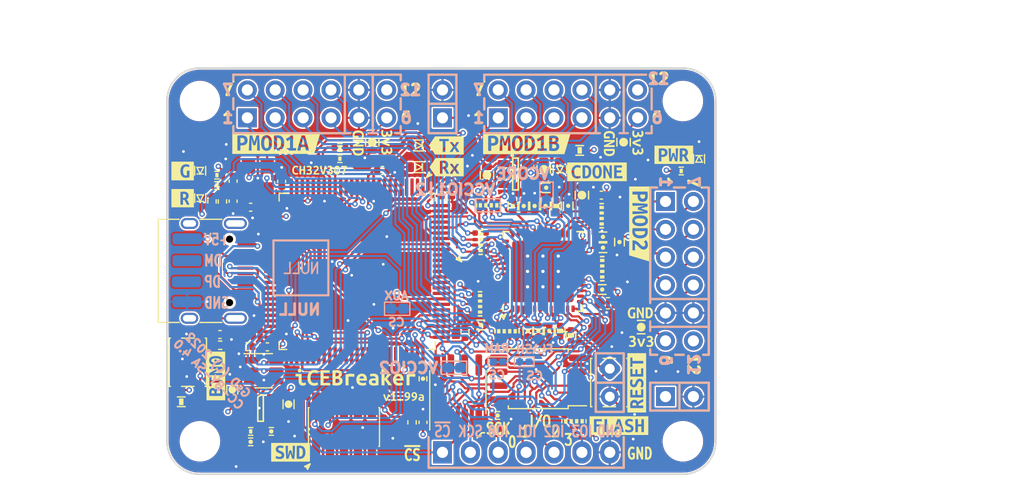
<source format=kicad_pcb>
(kicad_pcb (version 20211014) (generator pcbnew)
  (title_block (title "iCEBreaker - CH32V307 Test Board") (date "2022-02-21") (rev "v1.99") (company "1BitSquared") (comment 1 "(C) 2022 Greg Davill <greg.davill@gmail.com>") (comment 2 "License: CC-BY-SA 4.0"))
  (layers (0 "F.Cu" signal) (1 "In1.Cu" signal) (2 "In2.Cu" signal) (31 "B.Cu" signal) (34 "B.Paste" user) (35 "F.Paste" user) (36 "B.SilkS" user "B.Silkscreen") (37 "F.SilkS" user "F.Silkscreen") (38 "B.Mask" user) (39 "F.Mask" user) (44 "Edge.Cuts" user))
  (net 0 "")
  (net 1 "/~{LEDG}")
  (net 2 "/usb-if/SHLD")
  (net 3 "+3V3")
  (net 4 "+1V2")
  (net 5 "/~{BUTTON}")
  (net 6 "/~{LEDR}")
  (net 7 "/usb-if/VUSB")
  (net 8 "/P2_4")
  (net 9 "/P2_9")
  (net 10 "Net-(FB1-Pad1)")
  (net 11 "Net-(J1-PadA5)")
  (net 12 "/P2_3")
  (net 13 "/P2_8")
  (net 14 "/usb-if/USB_P")
  (net 15 "/usb-if/USB_N")
  (net 16 "/P2_2")
  (net 17 "/P2_7")
  (net 19 "Net-(J1-PadB5)")
  (net 20 "/P2_1")
  (net 22 "/P2_10")
  (net 23 "GND")
  (net 24 "+5V")
  (net 25 "Net-(C11-Pad1)")
  (net 26 "/iCE_CDONE")
  (net 27 "/iCE_CRESET")
  (net 28 "/P1B9")
  (net 29 "/P1B10")
  (net 30 "/P1B4")
  (net 31 "/P1A1")
  (net 32 "/P1A7")
  (net 33 "/P1A2")
  (net 34 "/P1A8")
  (net 35 "/P1A3")
  (net 36 "/P1A9")
  (net 37 "/P1A4")
  (net 38 "/P1A10")
  (net 39 "/P1B1")
  (net 40 "/P1B7")
  (net 41 "/P1B2")
  (net 42 "/P1B8")
  (net 43 "/P1B3")
  (net 44 "Net-(C9-Pad1)")
  (net 45 "Net-(D4-PadA)")
  (net 46 "Net-(D5-PadA)")
  (net 47 "Net-(C10-Pad1)")
  (net 49 "/P1A1x")
  (net 50 "/P1A7x")
  (net 51 "/P1A2x")
  (net 52 "/P1A8x")
  (net 53 "/P2_4x")
  (net 54 "/P2_3x")
  (net 55 "/P2_2x")
  (net 56 "/P2_1x")
  (net 57 "/P1B7x")
  (net 58 "/P1B8x")
  (net 59 "/P1B9x")
  (net 60 "/P1B10x")
  (net 61 "/P2_10x")
  (net 62 "/P2_9x")
  (net 63 "/P2_8x")
  (net 64 "/P2_7x")
  (net 65 "/P1B1x")
  (net 66 "/P1B2x")
  (net 67 "/P1B3x")
  (net 68 "/P1B4x")
  (net 69 "/P1A10x")
  (net 70 "/P1A4x")
  (net 71 "/P1A9x")
  (net 72 "/P1A3x")
  (net 73 "/USB_DP")
  (net 74 "/USB_DM")
  (net 75 "Rx_TTL")
  (net 76 "Tx_TTL")
  (net 77 "iCE_CS")
  (net 78 "FLASH_CS")
  (net 79 "iCE_SCK")
  (net 80 "FLASH_MOSI|IO0")
  (net 81 "FLASH_MISO|IO1")
  (net 84 "/VCCIO_2")
  (net 85 "/VCCIO_0|1")
  (net 86 "/VCCPLL")
  (net 87 "/VCORE")
  (net 88 "/xiCE_CRESET")
  (net 91 "/~{LED_RGB2}")
  (net 92 "/~{LED_RGB1}")
  (net 93 "/~{LED_RGB0}")
  (net 98 "/usb-if/BOOT")
  (net 105 "FLASH_~{WP}|IO2")
  (net 106 "FLASH_~{HLD}|~{RST}|IO3")
  (net 107 "FTDI_CLK")
  (net 125 "/usb-if/NRST")
  (net 126 "/usb-if/SWDIO")
  (net 127 "/usb-if/SWCLK")
  (net 138 "Net-(D6-PadA)")
  (net 142 "Net-(D7-PadA)")
  (net 144 "Net-(U4-Pad18)")
  (net 146 "Net-(U4-Pad17)")
  (net 156 "Net-(C3-Pad1)")
  (net 157 "Net-(C39-Pad1)")
  (net 158 "Net-(D1-PadA)")
  (net 159 "/RAM_~{CS}")
  (net 160 "/FLASH_~{CS}")
  (footprint "Pin_Headers:Pin_Header_Straight_2x01" (layer "F.Cu") (at 75.42 58.93)
    (fp_text reference "J27" hide)
    (fp_text value "5V AUX" hide)
  )
  (footprint "Package_SO:SOIC-8_3.9x4.9mm_P1.27mm" (layer "F.Cu") (at 56.5 58.525 90)
    (fp_text reference "U5" hide)
    (fp_text value "LY68L6400" hide)
  )
  (footprint "pkl_dipol:C_0402" (layer "F.Cu") (at 63.49302 41.562132 90)
    (fp_text reference "C25" hide)
    (fp_text value "100n" hide)
  )
  (footprint "pkl_dipol:C_0402" (layer "F.Cu") (at 62.885548 52.95509 -90)
    (fp_text reference "C38" hide)
    (fp_text value "10n" hide)
  )
  (footprint "Mounting_Holes:MountingHole_3-5mm" (layer "F.Cu") (at 77 32)
    (fp_text reference "REF**" hide)
    (fp_text value "MH3" hide)
  )
  (footprint "Mounting_Holes:MountingHole_3-5mm" (layer "F.Cu") (at 33 63)
    (fp_text reference "REF**" hide)
    (fp_text value "MH3" hide)
  )
  (footprint "Mounting_Holes:MountingHole_3-5mm" (layer "F.Cu") (at 77 63)
    (fp_text reference "REF**" hide)
    (fp_text value "MH3" hide)
  )
  (footprint "Mounting_Holes:MountingHole_3-5mm" (layer "F.Cu") (at 33 32)
    (fp_text reference "REF**" hide)
    (fp_text value "MH3" hide)
  )
  (footprint "Socket_Strips:Socket_Strip_Angled_2x06" (layer "F.Cu") (at 72.88 33.53 180)
    (fp_text reference "J22" hide)
    (fp_text value "PMOD" hide)
  )
  (footprint "pkl_housings_sot:SOT-23-5" (layer "F.Cu") (at 61.75 38.65 180)
    (fp_text reference "U3" hide)
    (fp_text value "1V2" hide)
  )
  (footprint "pkl_dipol:R_0402" (layer "F.Cu") (at 31.3 59.4 180)
    (fp_text reference "R13" hide)
    (fp_text value "10k" hide)
  )
  (footprint "pkl_dipol:R_0402" (layer "F.Cu") (at 65.814949 52.95 90)
    (fp_text reference "R19" hide)
    (fp_text value "10k" hide)
  )
  (footprint "pkl_dipol:C_0402" (layer "F.Cu") (at 64.825 52.95 -90)
    (fp_text reference "C36" hide)
    (fp_text value "1u" hide)
  )
  (footprint "pkl_dipol:C_0402" (layer "F.Cu") (at 63.83505 52.95 -90)
    (fp_text reference "C37" hide)
    (fp_text value "100n" hide)
  )
  (footprint "pkl_dipol:C_0402" (layer "F.Cu") (at 58.575 52.4)
    (fp_text reference "C27" hide)
    (fp_text value "100n" hide)
  )
  (footprint "pkl_dipol:C_0402" (layer "F.Cu") (at 69.720711 44.375862 180)
    (fp_text reference "C29" hide)
    (fp_text value "100n" hide)
  )
  (footprint "pkl_dipol:C_0402" (layer "F.Cu") (at 66.55 41.55 90)
    (fp_text reference "C26" hide)
    (fp_text value "100n" hide)
  )
  (footprint "pkl_dipol:C_0603" (layer "F.Cu") (at 67.8 40.575 90)
    (fp_text reference "C24" hide)
    (fp_text value "10u" hide)
  )
  (footprint "pkl_dipol:C_0402" (layer "F.Cu") (at 64.482969 41.562132 90)
    (fp_text reference "C28" hide)
    (fp_text value "10n" hide)
  )
  (footprint "pkl_housings_dfn_qfn:QFN-48-1EP_7x7mm_Pitch0.5mm" (layer "F.Cu") (at 64.25 47.525 90)
    (fp_text reference "U6" hide)
    (fp_text value "ICE40UP5K-SG48" hide)
  )
  (footprint "pkl_dipol:R_0402" (layer "F.Cu") (at 65.472919 41.562132 90)
    (fp_text reference "R10" hide)
    (fp_text value "100E" hide)
  )
  (footprint "pkl_dipol:R_0402" (layer "F.Cu") (at 67.6 36.5 180)
    (fp_text reference "R12" hide)
    (fp_text value "2k2" hide)
  )
  (footprint "pkl_dipol:D_0603" (layer "F.Cu") (at 65.8 38.225 90)
    (fp_text reference "D3" hide)
    (fp_text value "BLU" hide)
  )
  (footprint "pkl_dipol:C_0603" (layer "F.Cu") (at 64.325 38.225 -90)
    (fp_text reference "C15" hide)
    (fp_text value "4u7" hide)
  )
  (footprint "pkl_dipol:C_0603" (layer "F.Cu") (at 59.15 38.75 -90)
    (fp_text reference "C8" hide)
    (fp_text value "4u7" hide)
  )
  (footprint "pkl_dipol:C_0402" (layer "F.Cu") (at 69.65 49.175 180)
    (fp_text reference "C22" hide)
    (fp_text value "100n" hide)
  )
  (footprint "pkl_dipol:C_0402" (layer "F.Cu") (at 64.55 39.9)
    (fp_text reference "C11" hide)
    (fp_text value "10n" hide)
  )
  (footprint "pkl_dipol:C_0402" (layer "F.Cu") (at 61.513121 41.562132 90)
    (fp_text reference "C30" hide)
    (fp_text value "100n" hide)
  )
  (footprint "pkl_dipol:C_0402" (layer "F.Cu") (at 69.720711 45.365811)
    (fp_text reference "C31" hide)
    (fp_text value "100n" hide)
  )
  (footprint "pkl_dipol:C_0402" (layer "F.Cu") (at 62.50307 41.562132 90)
    (fp_text reference "C23" hide)
    (fp_text value "1u" hide)
  )
  (footprint "Socket_Strips:Socket_Strip_Straight_2x06" (layer "F.Cu") (at 75.42 53.85 90)
    (fp_text reference "J23" hide)
    (fp_text value "PMOD" hide)
  )
  (footprint "Pin_Headers:Pin_Header_Straight_2x01" (layer "F.Cu") (at 55.1 33.53 90)
    (fp_text reference "J26" hide)
    (fp_text value "5V AUX" hide)
  )
  (footprint "Pin_Headers:Pin_Header_Straight_1x07" (layer "F.Cu") (at 55.1 64.01 90)
    (fp_text reference "J20" hide)
    (fp_text value "Flash" hide)
  )
  (footprint "pkl_dipol:C_0402" (layer "F.Cu") (at 71.225 44.85 -90)
    (fp_text reference "C35" hide)
    (fp_text value "DNP" hide)
  )
  (footprint "pkl_dipol:R_Array_Convex_4x0402" (layer "F.Cu") (at 69.6 42.45)
    (fp_text reference "R4" hide)
    (fp_text value "33E" hide)
  )
  (footprint "pkl_dipol:R_Array_Convex_4x0402" (layer "F.Cu") (at 59.3 41.5 90)
    (fp_text reference "R24" hide)
    (fp_text value "33E" hide)
  )
  (footprint "pkl_dipol:R_Array_Convex_4x0402" (layer "F.Cu") (at 58.575 44.875 180)
    (fp_text reference "R21" hide)
    (fp_text value "33E" hide)
  )
  (footprint "pkl_dipol:R_Array_Convex_4x0402" (layer "F.Cu") (at 58.525 50.475 180)
    (fp_text reference "R23" hide)
    (fp_text value "33E" hide)
  )
  (footprint "pkl_dipol:R_Array_Convex_4x0402" (layer "F.Cu") (at 60.975 52.975 -90)
    (fp_text reference "R20" hide)
    (fp_text value "33E" hide)
  )
  (footprint "pkl_dipol:R_0402" (layer "F.Cu") (at 66.8 53.35 -90)
    (fp_text reference "R26" hide)
    (fp_text value "2k2" hide)
  )
  (footprint "Connector_PinHeader_2.54mm:PinHeader_2x01_P2.54mm_Vertical" (layer "F.Cu") (at 70.34 56.39 -90)
    (fp_text reference "J28" hide)
    (fp_text value "CRESET" hide)
  )
  (footprint "pkl_dipol:C_0603" (layer "F.Cu") (at 71.6 35.75 90)
    (fp_text reference "C33" hide)
    (fp_text value "DNP" hide)
  )
  (footprint "pkl_dipol:C_0603" (layer "F.Cu") (at 48.7 35.75 90)
    (fp_text reference "C32" hide)
    (fp_text value "DNP" hide)
  )
  (footprint "Socket_Strips:Socket_Strip_Angled_2x06" (layer "F.Cu") (at 50.02 33.53 180)
    (fp_text reference "J21" hide)
    (fp_text value "PMOD" hide)
  )
  (footprint "pkl_dipol:C_0603" (layer "F.Cu") (at 73.2 52.6)
    (fp_text reference "C34" hide)
    (fp_text value "DNP" hide)
  )
  (footprint "pkl_buttons_switches:SW_SPST_3x4x2.5" (layer "F.Cu") (at 31.9 55.8 -90)
    (fp_text reference "SW1" hide)
    (fp_text value "TACT" hide)
  )
  (footprint "pkl_dipol:R_Array_Convex_4x0402" (layer "F.Cu") (at 69.65 47.275)
    (fp_text reference "R22" hide)
    (fp_text value "33E" hide)
  )
  (footprint "pkl_led:LED_TRI_2020" (layer "F.Cu") (at 58.35 47.9)
    (fp_text reference "D2" hide)
    (fp_text value "FM-B2020RGBA-HG" hide)
  )
  (footprint "Package_TO_SOT_SMD:SOT-23-6" (layer "F.Cu") (at 38.8125 56.575)
    (fp_text reference "U1" hide)
    (fp_text value "TPD3S014" hide)
  )
  (footprint "Capacitor_SMD:C_0402_1005Metric" (layer "F.Cu") (at 69.575 40.575 180)
    (fp_text reference "C14" hide)
    (fp_text value "0.1uF" hide)
  )
  (footprint "Capacitor_SMD:C_0402_1005Metric" (layer "F.Cu") (at 39.15 54.4 180)
    (fp_text reference "C18" hide)
    (fp_text value "0.1uF" hide)
  )
  (footprint "kibuzzard-6212183A" (layer "F.Cu") (at 41.25 64)
    (fp_text reference "kibuzzard-6212183A" hide)
    (fp_text value "G***" hide)
  )
  (footprint "pkl_dipol:R_0402" (layer "F.Cu") (at 34.55 38.75)
    (fp_text reference "R14" hide)
    (fp_text value "330E" hide)
  )
  (footprint "pkl_dipol:D_0603" (layer "F.Cu") (at 52.95 38.025 180)
    (fp_text reference "D7" hide)
    (fp_text value "GRN" hide)
  )
  (footprint "kibuzzard-6211C58B" (layer "F.Cu") (at 39.975 35.825)
    (fp_text reference "kibuzzard-6211C58B" hide)
    (fp_text value "G***" hide)
  )
  (footprint "Package_SO:SOIC-8_5.23x5.23mm_P1.27mm" (layer "F.Cu") (at 63.825 57.3 180)
    (fp_text reference "U7" hide)
    (fp_text value "W25Q128JVxxM" hide)
  )
  (footprint "Connector_PinHeader_1.27mm:PinHeader_2x05_P1.27mm_Vertical_SMD" (layer "F.Cu") (at 46.125 61.7 90)
    (fp_text reference "J2" hide)
    (fp_text value "Conn_02x05_Odd_Even" hide)
  )
  (footprint "pkl_buttons_switches:SW_SPST_3x4x2.5" (layer "F.Cu") (at 70.3 57.65 90)
    (fp_text reference "SW2" hide)
    (fp_text value "TACT" hide)
  )
  (footprint "Capacitor_SMD:C_0402_1005Metric" (layer "F.Cu") (at 37.625 41.675 180)
    (fp_text reference "C40" hide)
    (fp_text value "0.1uF" hide)
  )
  (footprint "Capacitor_SMD:C_0402_1005Metric" (layer "F.Cu") (at 53.325 61.275 90)
    (fp_text reference "C16" hide)
    (fp_text value "0.1uF" hide)
  )
  (footprint "kibuzzard-6211C4D5" (layer "F.Cu") (at 47.425 35.825 -90)
    (fp_text reference "kibuzzard-6211C4D5" hide)
    (fp_text value "G***" hide)
  )
  (footprint "kibuzzard-6211C370" (layer "F.Cu") (at 31.425 40.85)
    (fp_text reference "kibuzzard-6211C370" hide)
    (fp_text value "G***" hide)
  )
  (footprint "pkl_dipol:C_0402" (layer "F.Cu") (at 53.325 57.3 -90)
    (fp_text reference "C6" hide)
    (fp_text value "100n" hide)
  )
  (footprint "kibuzzard-6211C4FD" (layer "F.Cu") (at 73.2 53.900001)
    (fp_text reference "kibuzzard-6211C4FD" hide)
    (fp_text value "G***" hide)
  )
  (footprint "kibuzzard-6212CFCA" (layer "F.Cu") (at 55.475 38.025)
    (fp_text reference "kibuzzard-6212CFCA" hide)
    (fp_text value "G***" hide)
  )
  (footprint "Capacitor_SMD:C_0603_1608Metric" (layer "F.Cu") (at 70.175 50.425 180)
    (fp_text reference "C12" hide)
    (fp_text value "4.7uF" hide)
  )
  (footprint "kibuzzard-6211C4FD" (layer "F.Cu") (at 72.9 35.8 -90)
    (fp_text reference "kibuzzard-6211C4FD" hide)
    (fp_text value "G***" hide)
  )
  (footprint "Capacitor_SMD:C_0402_1005Metric" (layer "F.Cu") (at 40.45 39.325 90)
    (fp_text reference "C21" hide)
    (fp_text value "0.1uF" hide)
  )
  (footprint "kibuzzard-6211C4D5" (layer "F.Cu") (at 73.125 51.3)
    (fp_text reference "kibuzzard-6211C4D5" hide)
    (fp_text value "G***" hide)
  )
  (footprint "Crystal:Crystal_SMD_3225-4Pin_3.2x2.5mm" (layer "F.Cu") (at 38.275 39 90)
    (fp_text reference "Y1" hide)
    (fp_text value "24M" hide)
  )
  (footprint "Resistor_SMD:R_0402_1005Metric" (layer "F.Cu") (at 52.325 61.275 90)
    (fp_text reference "R8" hide)
    (fp_text value "100k" hide)
  )
  (footprint "kibuzzard-6212D1B7" (layer "F.Cu") (at 71.175 61.575)
    (fp_text reference "kibuzzard-6212D1B7" hide)
    (fp_text value "G***" hide)
  )
  (footprint "Inductor_SMD:L_0402_1005Metric" (layer "F.Cu") (at 37.325 53.425)
    (fp_text reference "FB1" hide)
    (fp_text value "220R" hide)
  )
  (footprint "pkl_dipol:C_0402" (layer "F.Cu") (at 60.125 60.65)
    (fp_text reference "C4" hide)
    (fp_text value "100n" hide)
  )
  (footprint "kibuzzard-6212CFDE" (layer "F.Cu") (at 55.45 36.05)
    (fp_text reference "kibuzzard-6212CFDE" hide)
    (fp_text value "G***" hide)
  )
  (footprint "pkl_dipol:R_0402" (layer "F.Cu") (at 34.55 39.7)
    (fp_text reference "R15" hide)
    (fp_text value "330E" hide)
  )
  (footprint "pkl_dipol:R_Array_Convex_4x0402" (layer "F.Cu") (at 67.075 61.175 90)
    (fp_text reference "R7" hide)
    (fp_text value "10k" hide)
  )
  (footprint "pkl_dipol:C_0603" (layer "F.Cu") (at 35.95 58.3 90)
    (fp_text reference "C2" hide)
    (fp_text value "4u7" hide)
  )
  (footprint "kibuzzard-6212C671" (layer "F.Cu") (at 34.45 57.05 90)
    (fp_text reference "kibuzzard-6212C671" hide)
    (fp_text value "G***" hide)
  )
  (footprint "Capacitor_SMD:C_0402_1005Metric" (layer "F.Cu") (at 34.825 53.275)
    (fp_text reference "C1" hide)
    (fp_text value "0.1uF" hide)
  )
  (footprint "Resistor_SMD:R_0402_1005Metric" (layer "F.Cu") (at 34.1 41.15 -90)
    (fp_text reference "R6" hide)
    (fp_text value "5.1k" hide)
  )
  (footprint "kibuzzard-6211C36B" (layer "F.Cu") (at 31.425 38.375)
    (fp_text reference "kibuzzard-6211C36B" hide)
    (fp_text value "G***" hide)
  )
  (footprint "pkl_dipol:R_0402" (layer "F.Cu") (at 76.85 38.375)
    (fp_text reference "R5" hide)
    (fp_text value "330E" hide)
  )
  (footprint "pkl_dipol:D_0603" (layer "F.Cu") (at 33.025 38.35 90)
    (fp_text reference "D4" hide)
    (fp_text value "GRN" hide)
  )
  (footprint "Resistor_SMD:R_0402_1005Metric" (layer "F.Cu") (at 35.05 41.15 -90)
    (fp_text reference "R2" hide)
    (fp_text value "5.1k" hide)
  )
  (footprint "kibuzzard-621217F0" (layer "F.Cu") (at 69.175 38.45)
    (fp_text reference "kibuzzard-621217F0" hide)
    (fp_text value "G***" hide)
  )
  (footprint "kibuzzard-6212CD27" (layer "F.Cu") (at 43.9 38.3)
    (fp_text reference "kibuzzard-6212CD27" hide)
    (fp_text value "G***" hide)
  )
  (footprint "Capacitor_SMD:C_0402_1005Metric" (layer "F.Cu") (at 36.025 39.3 -90)
    (fp_text reference "C9" hide)
    (fp_text value "18p" hide)
  )
  (footprint "kibuzzard-620F9A7E" (layer "F.Cu") (at 47.175 57.15)
    (fp_text reference "kibuzzard-620F9A7E" hide)
    (fp_text value "G***" hide)
  )
  (footprint "pkl_dipol:R_0402" (layer "F.Cu") (at 45.75 37.25)
    (fp_text reference "R11" hide)
    (fp_text value "330E" hide)
  )
  (footprint "kibuzzard-621217FD" (layer "F.Cu") (at 76.175 36.9)
    (fp_text reference "kibuzzard-621217FD" hide)
    (fp_text value "G***" hide)
  )
  (footprint "pkl_dipol:D_0603" (layer "F.Cu") (at 52.95 36.05 180)
    (fp_text reference "D6" hide)
    (fp_text value "GRN" hide)
  )
  (footprint "Capacitor_SMD:C_0402_1005Metric" (layer "F.Cu") (at 37.3 54.375 180)
    (fp_text reference "C13" hide)
    (fp_text value "0.1uF" hide)
  )
  (footprint "pkl_dipol:D_0603" (layer "F.Cu") (at 33.025 40.85 90)
    (fp_text reference "D5" hide)
    (fp_text value "RED" hide)
  )
  (footprint "Capacitor_SMD:C_0402_1005Metric" (layer "F.Cu") (at 36.025 41.125 -90)
    (fp_text reference "C10" hide)
    (fp_text value "18p" hide)
  )
  (footprint "Package_QFP:LQFP-100_14x14mm_P0.5mm" (layer "F.Cu") (at 47.325 47.525 -90)
    (fp_text reference "U4" hide)
    (fp_text value "CH32V307VCT6" hide)
  )
  (footprint "kibuzzard-62122730" (layer "F.Cu") (at 72.8 57.675 90)
    (fp_text reference "kibuzzard-62122730" hide)
    (fp_text value "G***" hide)
  )
  (footprint "Connector_USB:USB_C_Receptacle_HRO_TYPE-C-31-M-12" (layer "F.Cu") (at 33.1 47.475 -90)
    (fp_text reference "J1" hide)
    (fp_text value "USB_C_Receptacle_USB2.0" hide)
  )
  (footprint "pkl_dipol:R_0402" (layer "F.Cu") (at 37.625 62.1 180)
    (fp_text reference "R3" hide)
    (fp_text value "10k" hide)
  )
  (footprint "kibuzzard-6211C4FD" (layer "F.Cu") (at 50.025 35.75 -90)
    (fp_text reference "kibuzzard-6211C4FD" hide)
    (fp_text value "G***" hide)
  )
  (footprint "Capacitor_SMD:C_0402_1005Metric" (layer "F.Cu") (at 57.15 53.1 90)
    (fp_text reference "C17" hide)
    (fp_text value "0.1uF" hide)
  )
  (footprint "Resistor_SMD:R_0402_1005Metric" (layer "F.Cu") (at 34.85 54.25)
    (fp_text reference "R1" hide)
    (fp_text value "100k" hide)
  )
  (footprint "kibuzzard-6211C4D5" (layer "F.Cu") (at 70.3 35.875 -90)
    (fp_text reference "kibuzzard-6211C4D5" hide)
    (fp_text value "G***" hide)
  )
  (footprint "pkl_housings_sot:SOT-23-5" (layer "F.Cu") (at 38.525 59.975 180)
    (fp_text reference "U2" hide)
    (fp_text value "3.3V" hide)
  )
  (footprint "pkl_dipol:C_0402" (layer "F.Cu") (at 39.5 62.1)
    (fp_text reference "C3" hide)
    (fp_text value "10n" hide)
  )
  (footprint "pkl_dipol:R_0402" (layer "F.Cu") (at 45.75 36.225)
    (fp_text reference "R9" hide)
    (fp_text value "330E" hide)
  )
  (footprint "pkl_dipol:C_0603" (layer "F.Cu") (at 41.075 59.625 -90)
    (fp_text reference "C5" hide)
    (fp_text value "4u7" hide)
  )
  (footprint "Capacitor_SMD:C_0402_1005Metric" (layer "F.Cu") (at 55.5 40.65)
    (fp_text reference "C20" hide)
    (fp_text value "0.1uF" hide)
  )
  (footprint "kibuzzard-6212CD00" (layer "F.Cu") (at 51.55 58.925)
    (fp_text reference "kibuzzard-6212CD00" hide)
    (fp_text value "G***" hide)
  )
  (footprint "kibuzzard-6211C597" (layer "F.Cu") (at 62.8 35.85)
    (fp_text reference "kibuzzard-6211C597" hide)
    (fp_text value "G***" hide)
  )
  (footprint "Capacitor_SMD:C_0402_1005Metric" (layer "F.Cu") (at 49.625 38.325)
    (fp_text reference "C19" hide)
    (fp_text value "0.1uF" hide)
  )
  (footprint "pkl_dipol:D_0603" (layer "F.Cu") (at 78.475 37.275 -90)
    (fp_text reference "D1" hide)
    (fp_text value "GRN" hide)
  )
  (footprint "kibuzzard-6211C5B6" (layer "F.Cu") (at 73.1 43.225 -90)
    (fp_text reference "kibuzzard-6211C5B6" hide)
    (fp_text value "G***" hide)
  )
  (footprint "pkl_dipol:C_0402" (layer "F.Cu") (at 37.625 63.05)
    (fp_text reference "C39" hide)
    (fp_text value "1u" hide)
  )
  (footprint "pkl_logos:null_Logo_SilkS_5mm" (layer "B.Cu") (at 42.2 47.2 180)
    (fp_text reference "REF**" hide)
    (fp_text value "null_Logo_SilkS_5mm" hide)
  )
  (footprint "pkl_pads:PAD_SMD_1x2.65" (layer "B.Cu") (at 31.775 48.475)
    (fp_text reference "P4" hide)
    (fp_text value "UP" hide)
  )
  (footprint "pkl_pads:PAD_SMD_1x2.65" (layer "B.Cu") (at 31.825 46.55)
    (fp_text reference "P3" hide)
    (fp_text value "UP" hide)
  )
  (footprint "pkl_pads:PAD_SMD_1x2.65" (layer "B.Cu") (at 31.825 50.3)
    (fp_text reference "P5" hide)
    (fp_text value "UP" hide)
  )
  (footprint "pkl_pads:PAD_SMD_1x2.65" (layer "B.Cu") (at 31.825 44.55)
    (fp_text reference "P2" hide)
    (fp_text value "UP" hide)
  )
  (footprint "pkl_jumpers:J_NC_0402_15" (layer "B.Cu") (at 62.55 55.75 180)
    (fp_text reference "JP2" hide)
    (fp_text value "Flash_CS-SPI_CS" hide)
  )
  (footprint "pkl_jumpers:J_NC_0603_30" (layer "B.Cu") (at 64.575 40.525 90)
    (fp_text reference "J14" hide)
    (fp_text value "Jumper" hide)
  )
  (footprint "pkl_jumpers:J_NC_0603_30" (layer "B.Cu") (at 50.975 50.925 180)
    (fp_text reference "J3" hide)
    (fp_text value "Jumper" hide)
  )
  (footprint "pkl_jumpers:J_NC_0603_30" (layer "B.Cu") (at 56.15 56.3 180)
    (fp_text reference "J4" hide)
    (fp_text value "Jumper" hide)
  )
  (footprint "pkl_jumpers:J_NC_0603_30" (layer "B.Cu") (at 59.225 41.5 180)
    (fp_text reference "J19" hide)
    (fp_text value "Jumper" hide)
  )
  (footprint "pkl_jumpers:J_NC_0402_15" (layer "B.Cu") (at 60.15 55.75)
    (fp_text reference "JP1" hide)
    (fp_text value "RAM_CS-LEDG" hide)
  )
  (gr_line (start 36.05 31.752) (end 36.05 32.768) (layer "B.SilkS") (width 0.2))
  (gr_line (start 58.91 31.752) (end 58.91 32.768) (layer "B.SilkS") (width 0.2))
  (gr_line (start 69.07 29.593) (end 58.91 29.593) (layer "B.SilkS") (width 0.2))
  (gr_line (start 58.91 34.292) (end 58.91 34.927) (layer "B.SilkS") (width 0.2))
  (gr_line (start 69.07 29.593) (end 71.61 29.593) (layer "B.SilkS") (width 0.2))
  (gr_line (start 69.07 29.593) (end 69.07 34.927) (layer "B.SilkS") (width 0.2))
  (gr_line (start 71.61 29.593) (end 73.642 29.593) (layer "B.SilkS") (width 0.2))
  (gr_line (start 58.91 34.927) (end 69.451 34.927) (layer "B.SilkS") (width 0.2))
  (gr_line (start 74.15 30.863) (end 74.15 32.768) (layer "B.SilkS") (width 0.2))
  (gr_line (start 71.61 29.593) (end 71.61 34.927) (layer "B.SilkS") (width 0.2))
  (gr_line (start 73.642 34.927) (end 74.15 34.927) (layer "B.SilkS") (width 0.2))
  (gr_line (start 58.91 29.593) (end 58.91 30.101) (layer "B.SilkS") (width 0.2))
  (gr_line (start 53.83 34.927) (end 56.37 34.927) (layer "B.SilkS") (width 0.2))
  (gr_line (start 53.829999 29.593) (end 53.83 34.927) (layer "B.SilkS") (width 0.2))
  (gr_line (start 56.37 29.593) (end 56.37 34.927) (layer "B.SilkS") (width 0.2))
  (gr_line (start 53.829999 29.593) (end 56.37 29.593) (layer "B.SilkS") (width 0.2))
  (gr_line (start 74.023 57.66) (end 79.357 57.66) (layer "B.SilkS") (width 0.2))
  (gr_line (start 74.023 60.200001) (end 79.357 60.2) (layer "B.SilkS") (width 0.2))
  (gr_line (start 74.023 60.200001) (end 74.023 57.66) (layer "B.SilkS") (width 0.2))
  (gr_line (start 79.357 60.2) (end 79.357 57.66) (layer "B.SilkS") (width 0.2))
  (gr_line (start 79.357 50.04) (end 79.357 39.88) (layer "B.SilkS") (width 0.2))
  (gr_line (start 79.357 39.88) (end 78.849 39.88) (layer "B.SilkS") (width 0.2))
  (gr_line (start 74.658 39.88) (end 74.023 39.88) (layer "B.SilkS") (width 0.2))
  (gr_line (start 79.357 50.04) (end 74.023 50.04) (layer "B.SilkS") (width 0.2))
  (gr_line (start 77.198 39.88) (end 76.182 39.88) (layer "B.SilkS") (width 0.2))
  (gr_line (start 79.357 50.04) (end 79.357 52.58) (layer "B.SilkS") (width 0.2))
  (gr_line (start 74.023 39.88) (end 74.023 50.421) (layer "B.SilkS") (width 0.2))
  (gr_line (start 79.357 52.58) (end 74.023 52.58) (layer "B.SilkS") (width 0.2))
  (gr_line (start 79.357 52.58) (end 79.357 55.12) (layer "B.SilkS") (width 0.2))
  (gr_line (start 74.023 54.612) (end 74.023 55.12) (layer "B.SilkS") (width 0.2))
  (gr_line (start 71.610001 60.327) (end 69.07 60.327) (layer "B.SilkS") (width 0.2))
  (gr_line (start 71.610001 60.327) (end 71.61 54.993) (layer "B.SilkS") (width 0.2))
  (gr_line (start 69.07 57.66) (end 71.61 57.66) (layer "B.SilkS") (width 0.2))
  (gr_line (start 69.07 60.327) (end 69.069999 54.993) (layer "B.SilkS") (width 0.2))
  (gr_line (start 71.61 54.993) (end 69.069999 54.993) (layer "B.SilkS") (width 0.2))
  (gr_line (start 71.61 65.407) (end 71.61 62.613) (layer "B.SilkS") (width 0.2))
  (gr_line (start 53.83 65.407001) (end 53.83 62.613) (layer "B.SilkS") (width 0.2))
  (gr_line (start 71.61 65.407) (end 53.83 65.407001) (layer "B.SilkS") (width 0.2))
  (gr_line (start 36.05 29.593) (end 36.05 30.101) (layer "B.SilkS") (width 0.2))
  (gr_line (start 74.15 34.927) (end 74.15 34.292) (layer "B.SilkS") (width 0.2))
  (gr_line (start 51.29 29.593) (end 51.29 30.101) (layer "B.SilkS") (width 0.2))
  (gr_line (start 51.29 34.927) (end 51.29 34.292) (layer "B.SilkS") (width 0.2))
  (gr_line (start 51.29 31.752) (end 51.29 32.768) (layer "B.SilkS") (width 0.2))
  (gr_line (start 76.69 57.66) (end 76.69 60.2) (layer "B.SilkS") (width 0.2))
  (gr_line (start 48.75 29.593) (end 51.29 29.593) (layer "B.SilkS") (width 0.2))
  (gr_line (start 74.023 55.12) (end 74.658 55.12) (layer "B.SilkS") (width 0.2))
  (gr_line (start 59.8 62.3) (end 59.45 61.8) (layer "B.SilkS") (width 0.2))
  (gr_line (start 48.369 34.927) (end 49.131 34.927) (layer "B.SilkS") (width 0.2))
  (gr_line (start 50.782 34.927) (end 51.29 34.927) (layer "B.SilkS") (width 0.2))
  (gr_line (start 71.229 34.927) (end 71.991 34.927) (layer "B.SilkS") (width 0.2))
  (gr_line (start 53.83 32.26) (end 56.37 32.26) (layer "B.SilkS") (width 0.2))
  (gr_line (start 46.21 29.593) (end 46.21 34.927) (layer "B.SilkS") (width 0.2))
  (gr_line (start 79.357 55.12) (end 78.849 55.12) (layer "B.SilkS") (width 0.2))
  (gr_line (start 36.05 34.292) (end 36.05 34.927) (layer "B.SilkS") (width 0.2))
  (gr_line (start 76.309 55.12) (end 77.071 55.12) (layer "B.SilkS") (width 0.2))
  (gr_line (start 48.75 29.593) (end 48.75 34.927) (layer "B.SilkS") (width 0.2))
  (gr_line (start 46.21 29.593) (end 36.05 29.593) (layer "B.SilkS") (width 0.2))
  (gr_line (start 36.05 34.927) (end 46.718 34.927) (layer "B.SilkS") (width 0.2))
  (gr_line (start 46.21 29.593) (end 48.75 29.593) (layer "B.SilkS") (width 0.2))
  (gr_line (start 74.023 52.072) (end 74.023 52.961) (layer "B.SilkS") (width 0.2))
  (gr_line (start 36.05 32.768) (end 36.05 31.752001) (layer "F.SilkS") (width 0.2))
  (gr_line (start 46.209999 34.927) (end 36.05 34.927001) (layer "F.SilkS") (width 0.2))
  (gr_line (start 36.05 30.228) (end 36.05 29.593) (layer "F.SilkS") (width 0.2))
  (gr_line (start 46.209999 34.927) (end 46.591 34.927) (layer "F.SilkS") (width 0.2))
  (gr_line (start 46.209999 34.927) (end 46.21 29.593) (layer "F.SilkS") (width 0.2))
  (gr_line (start 50.909 34.927) (end 51.29 34.927) (layer "F.SilkS") (width 0.2))
  (gr_line (start 51.29 30.101) (end 51.29 29.593) (layer "F.SilkS") (width 0.2))
  (gr_line (start 36.05 29.593) (end 48.75 29.593) (layer "F.SilkS") (width 0.2))
  (gr_line (start 51.29 32.768) (end 51.29 31.752) (layer "F.SilkS") (width 0.2))
  (gr_line (start 48.75 34.292) (end 48.75 29.593) (layer "F.SilkS") (width 0.2))
  (gr_line (start 48.75 29.593) (end 51.29 29.593) (layer "F.SilkS") (width 0.2))
  (gr_line (start 36.05 34.927001) (end 36.05 34.292) (layer "F.SilkS") (width 0.2))
  (gr_line (start 69.069999 34.927) (end 69.324 34.927) (layer "F.SilkS") (width 0.2))
  (gr_line (start 58.91 32.768) (end 58.91 31.752001) (layer "F.SilkS") (width 0.2))
  (gr_line (start 74.15 34.927) (end 74.15 34.292) (layer "F.SilkS") (width 0.2))
  (gr_line (start 73.769 34.927) (end 74.15 34.927) (layer "F.SilkS") (width 0.2))
  (gr_line (start 71.61 34.292) (end 71.61 29.593) (layer "F.SilkS") (width 0.2))
  (gr_line (start 69.069999 34.927) (end 69.07 29.593) (layer "F.SilkS") (width 0.2))
  (gr_line (start 74.15 32.768) (end 74.15 30.863) (layer "F.SilkS") (width 0.2))
  (gr_line (start 71.61 29.593) (end 73.642 29.593) (layer "F.SilkS") (width 0.2))
  (gr_line (start 58.91 30.228) (end 58.91 29.593) (layer "F.SilkS") (width 0.2))
  (gr_line (start 58.91 29.593) (end 71.61 29.593) (layer "F.SilkS") (width 0.2))
  (gr_line (start 69.069999 34.927) (end 58.91 34.927001) (layer "F.SilkS") (width 0.2))
  (gr_line (start 58.91 34.927001) (end 58.91 34.292) (layer "F.SilkS") (width 0.2))
  (gr_line (start 53.829999 34.927) (end 56.37 34.927) (layer "F.SilkS") (width 0.2))
  (gr_line (start 56.37 34.927) (end 56.37 29.593) (layer "F.SilkS") (width 0.2))
  (gr_line (start 53.829999 34.927) (end 53.83 29.593) (layer "F.SilkS") (width 0.2))
  (gr_line (start 53.83 29.593) (end 56.37 29.593) (layer "F.SilkS") (width 0.2))
  (gr_line (start 74.023 60.199999) (end 74.023 57.66) (layer "F.SilkS") (width 0.2))
  (gr_line (start 79.357 60.200002) (end 74.023 60.199999) (layer "F.SilkS") (width 0.2))
  (gr_line (start 79.357 57.66) (end 74.023 57.66) (layer "F.SilkS") (width 0.2))
  (gr_line (start 79.357 60.200002) (end 79.357 57.66) (layer "F.SilkS") (width 0.2))
  (gr_line (start 74.023 50.039999) (end 74.023 50.294) (layer "F.SilkS") (width 0.2))
  (gr_line (start 76.182 39.88) (end 77.197999 39.88) (layer "F.SilkS") (width 0.2))
  (gr_line (start 78.722 39.88) (end 79.357 39.88) (layer "F.SilkS") (width 0.2))
  (gr_line (start 74.022999 39.88) (end 74.658 39.88) (layer "F.SilkS") (width 0.2))
  (gr_line (start 74.023 54.739) (end 74.023 55.12) (layer "F.SilkS") (width 0.2))
  (gr_line (start 74.023 50.039999) (end 79.357 50.04) (layer "F.SilkS") (width 0.2))
  (gr_line (start 74.658 52.58) (end 79.357 52.58) (layer "F.SilkS") (width 0.2))
  (gr_line (start 79.357 52.58) (end 79.357 55.12) (layer "F.SilkS") (width 0.2))
  (gr_line (start 79.357 39.88) (end 79.357 52.58) (layer "F.SilkS") (width 0.2))
  (gr_line (start 74.023 50.039999) (end 74.022999 39.88) (layer "F.SilkS") (width 0.2))
  (gr_line (start 69.069999 54.993) (end 69.07 60.327) (layer "F.SilkS") (width 0.2))
  (gr_line (start 71.610002 54.993) (end 71.609999 60.327001) (layer "F.SilkS") (width 0.2))
  (gr_line (start 69.07 57.66) (end 71.61 57.66) (layer "F.SilkS") (width 0.2))
  (gr_line (start 71.609999 60.327001) (end 69.07 60.327) (layer "F.SilkS") (width 0.2))
  (gr_line (start 71.610002 54.993) (end 69.069999 54.993) (layer "F.SilkS") (width 0.2))
  (gr_line (start 42.739645 65.361612) (end 43.022487 65.078769) (layer "F.SilkS") (width 0.15))
  (gr_line (start 42.739645 65.361612) (end 42.810355 65.538388) (layer "F.SilkS") (width 0.15))
  (gr_line (start 56.617677 46.171447) (end 56.546966 46.348224) (layer "F.SilkS") (width 0.15))
  (gr_line (start 53.83 32.26) (end 56.37 32.26) (layer "F.SilkS") (width 0.2))
  (gr_line (start 42.810355 65.538388) (end 43.022487 65.078769) (layer "F.SilkS") (width 0.15))
  (gr_line (start 53.83 65.407) (end 53.83 62.613) (layer "F.SilkS") (width 0.2))
  (gr_line (start 58.675 62.225) (end 58.25 62.7) (layer "F.SilkS") (width 0.15))
  (gr_line (start 74.023 55.12) (end 74.658 55.12) (layer "F.SilkS") (width 0.2))
  (gr_line (start 60.6 51.7) (end 60.882842 51.417157) (layer "F.SilkS") (width 0.15))
  (gr_line (start 60.882842 51.417157) (end 60.423223 51.629289) (layer "F.SilkS") (width 0.15))
  (gr_line (start 56.829809 46.631065) (end 56.617677 46.171447) (layer "F.SilkS") (width 0.15))
  (gr_line (start 43.022487 65.078769) (end 42.562868 65.290901) (layer "F.SilkS") (width 0.15))
  (gr_line (start 76.69 57.66) (end 76.69 60.2) (layer "F.SilkS") (width 0.2))
  (gr_line (start 78.849 55.12) (end 79.357 55.12) (layer "F.SilkS") (width 0.2))
  (gr_line (start 51.29 34.927) (end 51.29 34.292) (layer "F.SilkS") (width 0.2))
  (gr_line (start 58.925 62.225) (end 58.675 62.225) (layer "F.SilkS") (width 0.15))
  (gr_line (start 42.562868 65.290901) (end 42.739645 65.361612) (layer "F.SilkS") (width 0.15))
  (gr_line (start 60.6 51.7) (end 60.67071 51.876776) (layer "F.SilkS") (width 0.15))
  (gr_line (start 76.309 55.12) (end 77.071 55.12) (layer "F.SilkS") (width 0.2))
  (gr_line (start 56.546966 46.348224) (end 56.829809 46.631065) (layer "F.SilkS") (width 0.15))
  (gr_line (start 60.67071 51.876776) (end 60.882842 51.417157) (layer "F.SilkS") (width 0.15))
  (gr_line (start 60.423223 51.629289) (end 60.6 51.7) (layer "F.SilkS") (width 0.15))
  (gr_line (start 71.61 65.407) (end 71.61 62.613) (layer "F.SilkS") (width 0.2))
  (gr_line (start 53.83 65.407) (end 71.61 65.407) (layer "F.SilkS") (width 0.2))
  (gr_line (start 56.546966 46.348224) (end 56.37019 46.418934) (layer "F.SilkS") (width 0.15))
  (gr_line (start 56.37019 46.418934) (end 56.829809 46.631065) (layer "F.SilkS") (width 0.15))
  (gr_line (start 30 63) (end 30 32) (layer "Edge.Cuts") (width 0.15))
  (gr_line (start 33 29) (end 77 29) (layer "Edge.Cuts") (width 0.15))
  (gr_arc (start 80 63) (mid 79.12132 65.12132) (end 77 66) (layer "Edge.Cuts") (width 0.15))
  (gr_arc (start 77 29) (mid 79.12132 29.87868) (end 80 32) (layer "Edge.Cuts") (width 0.15))
  (gr_line (start 80 63) (end 80 32) (layer "Edge.Cuts") (width 0.15))
  (gr_arc (start 33 66) (mid 30.87868 65.12132) (end 30 63) (layer "Edge.Cuts") (width 0.15))
  (gr_line (start 77 66) (end 33 66) (layer "Edge.Cuts") (width 0.15))
  (gr_arc (start 30 32) (mid 30.87868 29.87868) (end 33 29) (layer "Edge.Cuts") (width 0.15))
  (gr_text "VCCIO1|2" (at 56.25 40.075) (layer "B.SilkS") (effects (font (size 1 1) (thickness 0.25)) (justify mirror)))
  (gr_text "VCCIO2" (at 52 56.325) (layer "B.SilkS") (effects (font (size 1 1) (thickness 0.25)) (justify mirror)))
  (gr_text "NULL" (at 42.1 51) (layer "B.SilkS") (effects (font (size 1 1) (thickness 0.25)) (justify mirror)))
  (gr_text "GND" (at 70.34 62.105) (layer "B.SilkS") (effects (font (size 1 0.75) (thickness 0.1875)) (justify mirror)))
  (gr_text "IO3" (at 67.8 62.105) (layer "B.SilkS") (effects (font (size 1 0.75) (thickness 0.1875)) (justify mirror)))
  (gr_text "IO2" (at 65.26 62.105) (layer "B.SilkS") (effects (font (size 1 0.75) (thickness 0.1875)) (justify mirror)))
  (gr_text "IO1" (at 62.72 62.105) (layer "B.SilkS") (effects (font (size 1 0.75) (thickness 0.1875)) (justify mirror)))
  (gr_text "IO0" (at 60.18 62.105) (layer "B.SilkS") (effects (font (size 1 0.75) (thickness 0.1875)) (justify mirror)))
  (gr_text "SCK" (at 57.64 62.105) (layer "B.SilkS") (effects (font (size 1 0.75) (thickness 0.1875)) (justify mirror)))
  (gr_text "~{CS}" (at 55.1 62.105) (layer "B.SilkS") (effects (font (size 1 0.75) (thickness 0.1875)) (justify mirror)))
  (gr_text "+5V" (at 34.539286 44.625) (layer "B.SilkS") (effects (font (size 1 0.75) (thickness 0.1875)) (justify mirror)))
  (gr_text "DM" (at 34.2 46.55) (layer "B.SilkS") (effects (font (size 1 0.75) (thickness 0.1875)) (justify mirror)))
  (gr_text "DP" (at 34.146429 48.475) (layer "B.SilkS") (effects (font (size 1 0.75) (thickness 0.1875)) (justify mirror)))
  (gr_text "GND" (at 34.539286 50.4) (layer "B.SilkS") (effects (font (size 1 0.75) (thickness 0.1875)) (justify mirror)))
  (gr_text "1" (at 35.55 33.55) (layer "B.SilkS") (effects (font (size 1 1) (thickness 0.25)) (justify mirror)))
  (gr_text "6" (at 51.798 33.53) (layer "B.SilkS") (effects (font (size 1 1) (thickness 0.25)) (justify mirror)))
  (gr_text "7" (at 35.55 31) (layer "B.SilkS") (effects (font (size 1 1) (thickness 0.25)) (justify mirror)))
  (gr_text "6" (at 74.658 33.53) (layer "B.SilkS") (effects (font (size 1 1) (thickness 0.25)) (justify mirror)))
  (gr_text "7" (at 58.402 30.99) (layer "B.SilkS") (effects (font (size 1 1) (thickness 0.25)) (justify mirror)))
  (gr_text "1" (at 58.402 33.53) (layer "B.SilkS") (effects (font (size 1 1) (thickness 0.25)) (justify mirror)))
  (gr_text "12" (at 74.785 29.974) (layer "B.SilkS") (effects (font (size 1 1) (thickness 0.25)) (justify mirror)))
  (gr_text "1" (at 75.42 39.372 270) (layer "B.SilkS") (effects (font (size 1 1) (thickness 0.25)) (justify mirror)))
  (gr_text "7" (at 77.96 39.372 270) (layer "B.SilkS") (effects (font (size 1 1) (thickness 0.25)) (justify mirror)))
  (gr_text "12" (at 52.179 30.99) (layer "B.SilkS") (effects (font (size 1 1) (thickness 0.25)) (justify mirror)))
  (gr_text "12" (at 77.96 56.009 270) (layer "B.SilkS") (effects (font (size 1 1) (thickness 0.25)) (justify mirror)))
  (gr_text "6" (at 75.42 55.628 270) (layer "B.SilkS") (effects (font (size 1 1) (thickness 0.25)) (justify mirror)))
  (gr_text "GsD (C) 2022\nCC-BY-SA 4.0\n" (at 34.2 56.5 315) (layer "B.SilkS") (effects (font (size 0.75 0.75) (thickness 0.1875)) (justify mirror)))
  (gr_text "AUX\n\nCS" (at 50.9 50.95) (layer "B.SilkS") (effects (font (size 0.75 0.75) (thickness 0.1875)) (justify mirror)))
  (gr_text "VCORE" (at 62.425 38.625) (layer "B.SilkS") (effects (font (size 1 1) (thickness 0.25)) (justify mirror)))
  (gr_text "RAM\n\nCS" (at 60.05 55.75) (layer "B.SilkS") (effects (font (size 0.75 0.75) (thickness 0.1875)) (justify mirror)))
  (gr_text "FLASH\n\nCS" (at 63.5 55.825) (layer "B.SilkS") (effects (font (size 0.75 0.75) (thickness 0.1875)) (justify mirror)))
  (gr_text "1" (at 35.542 33.53) (layer "F.SilkS") (effects (font (size 1 1) (thickness 0.25))))
  (gr_text "7" (at 35.542 30.99) (layer "F.SilkS") (effects (font (size 1 1) (thickness 0.25))))
  (gr_text "7" (at 58.402 30.99) (layer "F.SilkS") (effects (font (size 1 1) (thickness 0.25))))
  (gr_text "1" (at 58.402 33.53) (layer "F.SilkS") (effects (font (size 1 1) (thickness 0.25))))
  (gr_text "6" (at 51.798 33.53) (layer "F.SilkS") (effects (font (size 1 1) (thickness 0.25))))
  (gr_text "6" (at 74.658 33.53) (layer "F.SilkS") (effects (font (size 1 1) (thickness 0.25))))
  (gr_text "12" (at 74.785 29.974) (layer "F.SilkS") (effects (font (size 1 1) (thickness 0.25))))
  (gr_text "7" (at 77.96 39.372 270) (layer "F.SilkS") (effects (font (size 1 1) (thickness 0.25))))
  (gr_text "1" (at 75.42 39.372 270) (layer "F.SilkS") (effects (font (size 1 1) (thickness 0.25))))
  (gr_text "12" (at 52.179 30.99) (layer "F.SilkS") (effects (font (size 1 1) (thickness 0.25))))
  (gr_text "12" (at 77.96 56.009 270) (layer "F.SilkS") (effects (font (size 1 1) (thickness 0.25))))
  (gr_text "6" (at 75.42 55.628 270) (layer "F.SilkS") (effects (font (size 1 1) (thickness 0.25))))
  (gr_text "3" (at 66.575 62.875) (layer "F.SilkS") (effects (font (size 1 0.75) (thickness 0.1875))))
  (gr_text "SCK" (at 60.175 61.85) (layer "F.SilkS") (effects (font (size 1 0.75) (thickness 0.1875))))
  (gr_text "0\n" (at 61.45 63.075) (layer "F.SilkS") (effects (font (size 1 0.75) (thickness 0.1875))))
  (gr_text "~{CS}" (at 52.35 64.261875) (layer "F.SilkS") (effects (font (size 1 0.75) (thickness 0.1875))))
  (gr_text "I/O" (at 64.012499 61.2) (layer "F.SilkS") (effects (font (size 1 0.75) (thickness 0.1875))))
  (gr_text "1" (at 62.624107 62.125) (layer "F.SilkS") (effects (font (size 1 0.75) (thickness 0.1875))))
  (gr_text "2" (at 65.400892 62.1) (layer "F.SilkS") (effects (font (size 1 0.75) (thickness 0.1875))))
  (gr_text "GND" (at 73.075 64.125) (layer "F.SilkS") (effects (font (size 1 0.75) (thickness 0.1875))))
  (segment (start 33.025 39.1) (end 32.1 38.175) (width 0.2) (layer "F.Cu") (net 1))
  (segment (start 32.1 36.95) (end 32.4 36.65) (width 0.2) (layer "F.Cu") (net 1))
  (segment (start 60.85 44.775) (end 60.7 44.775) (width 0.2) (layer "F.Cu") (net 1))
  (segment (start 43.475 36.65) (end 44.55 35.575) (width 0.2) (layer "F.Cu") (net 1))
  (segment (start 32.4 36.65) (end 43.475 36.65) (width 0.2) (layer "F.Cu") (net 1))
  (segment (start 32.1 38.175) (end 32.1 36.95) (width 0.2) (layer "F.Cu") (net 1))
  (segment (start 60.372133 44.447133) (end 60.372133 44.40645) (width 0.2) (layer "F.Cu") (net 1))
  (segment (start 51.825 34.9) (end 56.975 34.9) (width 0.2) (layer "F.Cu") (net 1))
  (segment (start 44.55 35.575) (end 51.15 35.575) (width 0.2) (layer "F.Cu") (net 1))
  (segment (start 51.15 35.575) (end 51.825 34.9) (width 0.2) (layer "F.Cu") (net 1))
  (segment (start 60.7 44.775) (end 60.372133 44.447133) (width 0.2) (layer "F.Cu") (net 1))
  (via (at 56.975 34.9) (size 0.5) (drill 0.25) (layers "F.Cu" "B.Cu") (net 1))
  (via (at 60.372133 44.40645) (size 0.5) (drill 0.25) (layers "F.Cu" "B.Cu") (net 1))
  (segment (start 57.3125 46.2875) (end 56.6375 46.2875) (width 0.2) (layer "B.Cu") (net 1))
  (segment (start 60.981402 55.75) (end 62.524501 54.206901) (width 0.2) (layer "B.Cu") (net 1))
  (segment (start 60.575 55.75) (end 60.981402 55.75) (width 0.2) (layer "B.Cu") (net 1))
  (segment (start 59.19355 44.40645) (end 57.3125 46.2875) (width 0.2) (layer "B.Cu") (net 1))
  (segment (start 62.524501 54.206901) (end 62.524501 52.918785) (width 0.2) (layer "B.Cu") (net 1))
  (segment (start 55.1 36.775) (end 56.975 34.9) (width 0.2) (layer "B.Cu") (net 1))
  (segment (start 60.372133 44.40645) (end 59.19355 44.40645) (width 0.2) (layer "B.Cu") (net 1))
  (segment (start 61.425489 51.819773) (end 61.425489 45.459806) (width 0.2) (layer "B.Cu") (net 1))
  (segment (start 61.425489 45.459806) (end 60.372133 44.40645) (width 0.2) (layer "B.Cu") (net 1))
  (segment (start 55.1 44.75) (end 55.1 36.775) (width 0.2) (layer "B.Cu") (net 1))
  (segment (start 62.524501 52.918785) (end 61.425489 51.819773) (width 0.2) (layer "B.Cu") (net 1))
  (segment (start 56.6375 46.2875) (end 55.1 44.75) (width 0.2) (layer "B.Cu") (net 1))
  (segment (start 34.345 52.13) (end 34.68 51.795) (width 0.2) (layer "F.Cu") (net 2))
  (segment (start 34.345 53.275) (end 34.345 52.13) (width 0.2) (layer "F.Cu") (net 2))
  (segment (start 34.68 51.795) (end 36.23 51.795) (width 0.2) (layer "F.Cu") (net 2))
  (segment (start 34.34 54.25) (end 34.34 53.28) (width 0.2) (layer "F.Cu") (net 2))
  (segment (start 34.34 53.28) (end 34.345 53.275) (width 0.2) (layer "F.Cu") (net 2))
  (segment (start 40.275 54.4) (end 39.63 54.4) (width 0.2) (layer "F.Cu") (net 3))
  (segment (start 70.220711 44.375862) (end 71.199138 44.375862) (width 0.2) (layer "F.Cu") (net 3))
  (segment (start 59.15 59.75) (end 59.625 60.225) (width 0.2) (layer "F.Cu") (net 3))
  (segment (start 41.025 41.1) (end 40.45 40.525) (width 0.2) (layer "F.Cu") (net 3))
  (segment (start 67.875 44.55) (end 67.875 44.25) (width 0.2) (layer "F.Cu") (net 3))
  (segment (start 59.2 48.45) (end 58.59239 49.05761) (width 0.2) (layer "F.Cu") (net 3))
  (segment (start 60.225 59.205) (end 59.395 59.205) (width 0.2) (layer "F.Cu") (net 3))
  (segment (start 42.825 39.85) (end 42.825 41.1) (width 0.2) (layer "F.Cu") (net 3))
  (segment (start 31.675 58.325) (end 32.025 58.325) (width 0.2) (layer "F.Cu") (net 3))
  (segment (start 53.325 55.2) (end 53.325 54.437802) (width 0.2) (layer "F.Cu") (net 3))
  (segment (start 53.325 55.2) (end 53.325 56.8) (width 0.2) (layer "F.Cu") (net 3))
  (segment (start 56.804501 53.925499) (end 55.093785 53.925499) (width 0.2) (layer "F.Cu") (net 3))
  (segment (start 54.595 56.53) (end 54.325 56.8) (width 0.2) (layer "F.Cu") (net 3))
  (segment (start 48.325 39.85) (end 48.325 41.55) (width 0.2) (layer "F.Cu") (net 3))
  (segment (start 66.5 62.225) (end 66.825 62.225) (width 0.2) (layer "F.Cu") (net 3))
  (segment (start 40.4 58.875) (end 41.075 58.875) (width 0.2) (layer "F.Cu") (net 3))
  (segment (start 59.395 59.205) (end 59.15 59.45) (width 0.2) (layer "F.Cu") (net 3))
  (segment (start 54.325 56.8) (end 53.325 56.8) (width 0.2) (layer "F.Cu") (net 3))
  (segment (start 66.825 62.225) (end 67.75 62.225) (width 0.2) (layer "F.Cu") (net 3))
  (segment (start 40.35 53.525) (end 39.65 53.525) (width 0.2) (layer "F.Cu") (net 3))
  (segment (start 66.475 62.2) (end 66.5 62.225) (width 0.2) (layer "F.Cu") (net 3))
  (segment (start 40.825 42.525) (end 40.85 42.5) (width 0.2) (layer "F.Cu") (net 3))
  (segment (start 67.925 62.125) (end 67.825 62.225) (width 0.2) (layer "F.Cu") (net 3))
  (segment (start 68.575 62.225) (end 69.1 62.75) (width 0.2) (layer "F.Cu") (net 3))
  (segment (start 54.944772 54.074511) (end 54.856891 54.074511) (width 0.2) (layer "F.Cu") (net 3))
  (segment (start 41.075 58.325) (end 41.3 58.1) (width 0.2) (layer "F.Cu") (net 3))
  (segment (start 48.325 39.85) (end 48.325 38.825) (width 0.2) (layer "F.Cu") (net 3))
  (segment (start 43.325 40.8) (end 43.025 41.1) (width 0.2) (layer "F.Cu") (net 3))
  (segment (start 72.88 33.72) (end 72.88 33.53) (width 0.2) (layer "F.Cu") (net 3))
  (segment (start 43.325 39.85) (end 43.325 40.8) (width 0.2) (layer "F.Cu") (net 3))
  (segment (start 70.95 50.425) (end 70.95 49.875) (width 0.2) (layer "F.Cu") (net 3))
  (segment (start 35.05 38.75) (end 35.05 39.7) (width 0.2) (layer "F.Cu") (net 3))
  (segment (start 39.65 42.525) (end 40.825 42.525) (width 0.2) (layer "F.Cu") (net 3))
  (segment (start 30.8 59.4) (end 31.525 58.675) (width 0.2) (layer "F.Cu") (net 3))
  (segment (start 70.15 49.175) (end 70.875 49.175) (width 0.2) (layer "F.Cu") (net 3))
  (segment (start 73.95 52.6) (end 74.17 52.6) (width 0.2) (layer "F.Cu") (net 3))
  (segment (start 43.585 63.65) (end 43.585 62.735) (width 0.2) (layer "F.Cu") (net 3))
  (segment (start 48.325 41.55) (end 48.4 41.625) (width 0.2) (layer "F.Cu") (net 3))
  (segment (start 54.475499 54.455903) (end 54.475499 55.930499) (width 0.2) (layer "F.Cu") (net 3))
  (segment (start 71.6 35) (end 72.88 33.72) (width 0.2) (layer "F.Cu") (net 3))
  (segment (start 43.585 62.735) (end 42.475 61.625) (width 0.2) (layer "F.Cu") (net 3))
  (segment (start 42.475 59.4) (end 41.95 58.875) (width 0.2) (layer "F.Cu") (net 3))
  (segment (start 71.199138 44.375862) (end 71.225 44.35) (width 0.2) (layer "F.Cu") (net 3))
  (segment (start 70.055 40.575) (end 70.055 39.855) (width 0.2) (layer "F.Cu") (net 3))
  (segment (start 70.055 39.855) (end 70.05 39.85) (width 0.2) (layer "F.Cu") (net 3))
  (segment (start 31.525 58.475) (end 31.675 58.325) (width 0.2) (layer "F.Cu") (net 3))
  (segment (start 54.595 56.05) (end 54.595 56.53) (width 0.2) (layer "F.Cu") (net 3))
  (segment (start 71.075 49.75) (end 71.075 49.375) (width 0.2) (layer "F.Cu") (net 3))
  (segment (start 40.45 40.525) (end 40.45 39.805) (width 0.2) (layer "F.Cu") (net 3))
  (segment (start 57.15 53.58) (end 56.804501 53.925499) (width 0.2) (layer "F.Cu") (net 3))
  (segment (start 40.55 53.725) (end 40.35 53.525) (width 0.2) (layer "F.Cu") (net 3))
  (segment (start 67.925 61.675) (end 67.925 62.125) (width 0.2) (layer "F.Cu") (net 3))
  (segment (start 41.075 58.875) (end 41.075 58.325) (width 0.2) (layer "F.Cu") (net 3))
  (segment (start 53.325 61.755) (end 53.325 62.375) (width 0.2) (layer "F.Cu") (net 3))
  (segment (start 54.475499 55.930499) (end 54.595 56.05) (width 0.2) (layer "F.Cu") (net 3))
  (segment (start 52.325 61.785) (end 53.295 61.785) (width 0.2) (layer "F.Cu") (net 3))
  (segment (start 40.25 59.025) (end 40.4 58.875) (width 0.2) (layer "F.Cu") (net 3))
  (segment (start 67.825 62.225) (end 68.575 62.225) (width 0.2) (layer "F.Cu") (net 3))
  (segment (start 74.17 52.6) (end 75.42 53.85) (width 0.2) (layer "F.Cu") (net 3))
  (segment (start 65.814949 53.779165) (end 65.961462 53.925678) (width 0.2) (layer "F.Cu") (net 3))
  (segment (start 70.875 49.175) (end 71.075 49.375) (width 0.2) (layer "F.Cu") (net 3))
  (segment (start 57.06141 49.05761) (end 56.6995 48.6957) (width 0.2) (layer "F.Cu") (net 3))
  (segment (start 38.105 42.18) (end 38.105 41.675) (width 0.2) (layer "F.Cu") (net 3))
  (segment (start 42.475 61.625) (end 42.475 59.4) (width 0.2) (layer "F.Cu") (net 3))
  (segment (start 66.225 61.675) (end 66.225 61.95) (width 0.2) (layer "F.Cu") (net 3))
  (segment (start 68.825 36.5) (end 68.9 36.425) (width 0.2) (layer "F.Cu") (net 3))
  (segment (start 48.7 35) (end 50.02 33.68) (width 0.15) (layer "F.Cu") (net 3))
  (segment (start 41.95 58.875) (end 41.075 58.875) (width 0.2) (layer "F.Cu") (net 3))
  (segment (start 40.55 54.125) (end 40.55 53.725) (width 0.2) (layer "F.Cu") (net 3))
  (segment (start 34.675 37.95) (end 35.05 38.325) (width 0.2) (layer "F.Cu") (net 3))
  (segment (start 66.225 61.95) (end 66.475 62.2) (width 0.2) (layer "F.Cu") (net 3))
  (segment (start 39.65 42.525) (end 38.45 42.525) (width 0.2) (layer "F.Cu") (net 3))
  (segment (start 55.093785 53.925499) (end 54.944772 54.074511) (width 0.2) (layer "F.Cu") (net 3))
  (segment (start 53.775 41.153224) (end 53.775 41.525) (width 0.2) (layer "F.Cu") (net 3))
  (segment (start 59.15 59.45) (end 59.15 59.75) (width 0.2) (layer "F.Cu") (net 3))
  (segment (start 71.225 44.35) (end 72.025 44.35) (width 0.2) (layer "F.Cu") (net 3))
  (segment (start 42.825 41.1) (end 41.025 41.1) (width 0.2) (layer "F.Cu") (net 3))
  (segment (start 35.05 38.325) (end 35.05 38.75) (width 0.2) (layer "F.Cu") (net 3))
  (segment (start 53.325 54.437802) (end 52.6 53.712802) (width 0.2) (layer "F.Cu") (net 3))
  (segment (start 66.825 61.675) (end 66.825 62.225) (width 0.2) (layer "F.Cu") (net 3))
  (segment (start 55.02 40.65) (end 54.278224 40.65) (width 0.2) (layer "F.Cu") (net 3))
  (segment (start 43.025 41.1) (end 42.825 41.1) (width 0.2) (layer "F.Cu") (net 3))
  (segment (start 68.1 36.5) (end 68.825 36.5) (width 0.2) (layer "F.Cu") (net 3))
  (segment (start 54.856891 54.074511) (end 54.475499 54.455903) (width 0.2) (layer "F.Cu") (net 3))
  (segment (start 50.02 33.68) (end 50.02 33.53) (width 0.15) (layer "F.Cu") (net 3))
  (segment (start 75.575 38.375) (end 75.5 38.3) (width 0.2) (layer "F.Cu") (net 3))
  (segment (start 39.625 59.025) (end 40.25 59.025) (width 0.2) (layer "F.Cu") (net 3))
  (segment (start 67.75 62.225) (end 67.825 62.225) (width 0.2) (layer "F.Cu") (net 3))
  (segment (start 53.295 61.785) (end 53.325 61.755) (width 0.2) (layer "F.Cu") (net 3))
  (segment (start 67.65 44.775) (end 67.875 44.55) (width 0.2) (layer "F.Cu") (net 3))
  (segment (start 65.814949 53.45) (end 65.814949 53.779165) (width 0.2) (layer "F.Cu") (net 3))
  (segment (start 54.278224 40.65) (end 53.775 41.153224) (width 0.2) (layer "F.Cu") (net 3))
  (segment (start 59.625 60.225) (end 59.625 60.65) (width 0.2) (layer "F.Cu") (net 3))
  (segment (start 40.55 54.125) (end 40.275 54.4) (width 0.2) (layer "F.Cu") (net 3))
  (segment (start 70.95 49.875) (end 71.075 49.75) (width 0.2) (layer "F.Cu") (net 3))
  (segment (start 52.6 53.712802) (end 52.6 53.3) (width 0.2) (layer "F.Cu") (net 3))
  (segment (start 76.35 38.375) (end 75.575 38.375) (width 0.2) (layer "F.Cu") (net 3))
  (segment (start 38.45 42.525) (end 38.105 42.18) (width 0.2) (layer "F.Cu") (net 3))
  (segment (start 58.59239 49.05761) (end 57.06141 49.05761) (width 0.2) (layer "F.Cu") (net 3))
  (segment (start 31.525 58.675) (end 31.525 58.475) (width 0.2) (layer "F.Cu") (net 3))
  (segment (start 55 41.525) (end 53.775 41.525) (width 0.2) (layer "F.Cu") (net 3))
  (segment (start 48.325 38.825) (end 48.825 38.325) (width 0.2) (layer "F.Cu") (net 3))
  (via (at 75.5 38.3) (size 0.5) (drill 0.25) (layers "F.Cu" "B.Cu") (net 3))
  (via (at 40.55 54.125) (size 0.5) (drill 0.25) (layers "F.Cu" "B.Cu") (net 3))
  (via (at 42.825 41.1) (size 0.5) (drill 0.25) (layers "F.Cu" "B.Cu") (net 3))
  (via (at 71.075 49.375) (size 0.5) (drill 0.25) (layers "F.Cu" "B.Cu") (net 3))
  (via (at 52.6 53.3) (size 0.5) (drill 0.25) (layers "F.Cu" "B.Cu") (net 3))
  (via (at 67.875 44.25) (size 0.5) (drill 0.25) (layers "F.Cu" "B.Cu") (net 3))
  (via (at 72.025 44.35) (size 0.5) (drill 0.25) (layers "F.Cu" "B.Cu") (net 3))
  (via (at 70.05 39.85) (size 0.5) (drill 0.25) (layers "F.Cu" "B.Cu") (net 3))
  (via (at 48.4 41.625) (size 0.5) (drill 0.25) (layers "F.Cu" "B.Cu") (net 3))
  (via (at 65.961462 53.925678) (size 0.5) (drill 0.25) (layers "F.Cu" "B.Cu") (net 3))
  (via (at 68.9 36.425) (size 0.5) (drill 0.25) (layers "F.Cu" "B.Cu") (net 3))
  (via (at 69.1 62.75) (size 0.5) (drill 0.25) (layers "F.Cu" "B.Cu") (net 3))
  (via (at 32.025 58.325) (size 0.5) (drill 0.25) (layers "F.Cu" "B.Cu") (net 3))
  (via (at 34.675 37.95) (size 0.5) (drill 0.25) (layers "F.Cu" "B.Cu") (net 3))
  (via (at 53.775 41.525) (size 0.5) (drill 0.25) (layers "F.Cu" "B.Cu") (net 3))
  (via (at 41.3 58.1) (size 0.5) (drill 0.25) (layers "F.Cu" "B.Cu") (net 3))
  (via (at 57.775 41.25) (size 0.5) (drill 0.25) (layers "F.Cu" "B.Cu") (net 3))
  (via (at 59.619025 60.207343) (size 0.5) (drill 0.25) (layers "F.Cu" "B.Cu") (net 3))
  (via (at 56.6995 48.6957) (size 0.5) (drill 0.25) (layers "F.Cu" "B.Cu") (net 3))
  (via (at 53.325 62.375) (size 0.5) (drill 0.25) (layers "F.Cu" "B.Cu") (net 3))
  (via (at 40.85 42.5) (size 0.5) (drill 0.25) (layers "F.Cu" "B.Cu") (net 3))
  (segment (start 54.975 56.3) (end 52.6 53.925) (width 0.2) (layer "B.Cu") (net 3))
  (segment (start 52.6 53.925) (end 52.6 53.3) (width 0.2) (layer "B.Cu") (net 3))
  (segment (start 55.575 56.3) (end 54.975 56.3) (width 0.2) (layer "B.Cu") (net 3))
  (segment (start 58.025 41.5) (end 58.65 41.5) (width 0.2) (layer "B.Cu") (net 3))
  (segment (start 57.775 41.25) (end 58.025 41.5) (width 0.2) (layer "B.Cu") (net 3))
  (segment (start 63.475 37.7) (end 63.7 37.475) (width 0.2) (layer "F.Cu") (net 4))
  (segment (start 62.85 37.7) (end 63.475 37.7) (width 0.2) (layer "F.Cu") (net 4))
  (segment (start 62.85 37.7) (end 63.145911 37.995911) (width 0.2) (layer "F.Cu") (net 4))
  (segment (start 63.7 37.475) (end 64.325 37.475) (width 0.2) (layer "F.Cu") (net 4))
  (segment (start 63.145911 37.995911) (end 63.145911 38.535489) (width 0.2) (layer "F.Cu") (net 4))
  (via (at 63.145911 38.535489) (size 0.5) (drill 0.25) (layers "F.Cu" "B.Cu") (net 4))
  (segment (start 63.735489 38.535489) (end 63.145911 38.535489) (width 0.2) (layer "B.Cu") (net 4))
  (segment (start 64.575 39.95) (end 64.575 39.375) (width 0.2) (layer "B.Cu") (net 4))
  (segment (start 64.575 39.375) (end 63.735489 38.535489) (width 0.2) (layer "B.Cu") (net 4))
  (segment (start 57.744259 54.782176) (end 57.787083 54.825) (width 0.2) (layer "F.Cu") (net 5))
  (segment (start 33.025 53.5) (end 33.025 58.1) (width 0.2) (layer "F.Cu") (net 5))
  (segment (start 57.787083 54.825) (end 61.025 54.825) (width 0.2) (layer "F.Cu") (net 5))
  (segment (start 66 50.925) (end 66 51.193598) (width 0.2) (layer "F.Cu") (net 5))
  (segment (start 61.349501 55.149501) (end 64.260021 55.149501) (width 0.2) (layer "F.Cu") (net 5))
  (segment (start 64.260021 55.149501) (end 64.384022 55.0255) (width 0.2) (layer "F.Cu") (net 5))
  (segment (start 31.8 59.4) (end 32.75 59.4) (width 0.2) (layer "F.Cu") (net 5))
  (segment (start 32.75 59.4) (end 33.025 59.125) (width 0.2) (layer "F.Cu") (net 5))
  (segment (start 33.025 59.125) (end 33.025 58.1) (width 0.2) (layer "F.Cu") (net 5))
  (segment (start 66 51.193598) (end 66.780913 51.974511) (width 0.2) (layer "F.Cu") (net 5))
  (segment (start 67.313912 51.974511) (end 67.985046 52.645645) (width 0.2) (layer "F.Cu") (net 5))
  (segment (start 66.780913 51.974511) (end 67.313912 51.974511) (width 0.2) (layer "F.Cu") (net 5))
  (segment (start 61.025 54.825) (end 61.349501 55.149501) (width 0.2) (layer "F.Cu") (net 5))
  (via (at 57.744259 54.782176) (size 0.5) (drill 0.25) (layers "F.Cu" "B.Cu") (net 5))
  (via (at 64.384022 55.0255) (size 0.5) (drill 0.25) (layers "F.Cu" "B.Cu") (net 5))
  (via (at 67.985046 52.645645) (size 0.5) (drill 0.25) (layers "F.Cu" "B.Cu") (net 5))
  (via (at 33.025 57.05) (size 0.5) (drill 0.25) (layers "F.Cu" "B.Cu") (net 5))
  (segment (start 38.5 58.625) (end 39.25 58.625) (width 0.2) (layer "B.Cu") (net 5))
  (segment (start 47.7 52.8) (end 48.675255 51.824745) (width 0.2) (layer "B.Cu") (net 5))
  (segment (start 47.7 54.481402) (end 47.7 52.8) (width 0.2) (layer "B.Cu") (net 5))
  (segment (start 40.75 57.125) (end 45.056402 57.125) (width 0.2) (layer "B.Cu") (net 5))
  (segment (start 39.25 58.625) (end 40.75 57.125) (width 0.2) (layer "B.Cu") (net 5))
  (segment (start 33.725 57.75) (end 37.625 57.75) (width 0.2) (layer "B.Cu") (net 5))
  (segment (start 54.275988 52.400988) (end 55.875988 54.000988) (width 0.2) (layer "B.Cu") (net 5))
  (segment (start 67.959386 52.645645) (end 67.985046 52.645645) (width 0.2) (layer "B.Cu") (net 5))
  (segment (start 56.963071 54.000988) (end 57.744259 54.782176) (width 0.2) (layer "B.Cu") (net 5))
  (segment (start 48.675255 51.824745) (end 53.164416 51.824745) (width 0.2) (layer "B.Cu") (net 5))
  (segment (start 37.625 57.75) (end 38.5 58.625) (width 0.2) (layer "B.Cu") (net 5))
  (segment (start 53.164416 51.824745) (end 53.740659 52.400988) (width 0.2) (layer "B.Cu") (net 5))
  (segment (start 53.740659 52.400988) (end 54.275988 52.400988) (width 0.2) (layer "B.Cu") (net 5))
  (segment (start 64.721985 54.687537) (end 65.917494 54.687537) (width 0.2) (layer "B.Cu") (net 5))
  (segment (start 65.917494 54.687537) (end 67.959386 52.645645) (width 0.2) (layer "B.Cu") (net 5))
  (segment (start 45.056402 57.125) (end 47.7 54.481402) (width 0.2) (layer "B.Cu") (net 5))
  (segment (start 64.384022 55.0255) (end 64.721985 54.687537) (width 0.2) (layer "B.Cu") (net 5))
  (segment (start 33.025 57.05) (end 33.725 57.75) (width 0.2) (layer "B.Cu") (net 5))
  (segment (start 55.875988 54.000988) (end 56.963071 54.000988) (width 0.2) (layer "B.Cu") (net 5))
  (segment (start 59.45 54.45) (end 58.975 53.975) (width 0.2) (layer "F.Cu") (net 6))
  (segment (start 58.975 53.975) (end 58.425 53.975) (width 0.2) (layer "F.Cu") (net 6))
  (segment (start 61.475 54.7) (end 61.425 54.7) (width 0.2) (layer "F.Cu") (net 6))
  (segment (start 58.425 53.975) (end 58.175 54.225) (width 0.2) (layer "F.Cu") (net 6))
  (segment (start 67.5 51.625) (end 67.916067 52.041067) (width 0.2) (layer "F.Cu") (net 6))
  (segment (start 33.2 42.3) (end 33.025 42.125) (width 0.2) (layer "F.Cu") (net 6))
  (segment (start 66.5 50.925) (end 66.5 51.199314) (width 0.2) (layer "F.Cu") (net 6))
  (segment (start 63.675 54.7) (end 61.925 54.7) (width 0.2) (layer "F.Cu") (net 6))
  (segment (start 63.725 54.65) (end 63.675 54.7) (width 0.2) (layer "F.Cu") (net 6))
  (segment (start 33.025 42.125) (end 33.025 41.6) (width 0.2) (layer "F.Cu") (net 6))
  (segment (start 66.925686 51.625) (end 67.5 51.625) (width 0.2) (layer "F.Cu") (net 6))
  (segment (start 60.75 54.45) (end 59.45 54.45) (width 0.2) (layer "F.Cu") (net 6))
  (segment (start 67.916067 52.041067) (end 68.222403 52.041067) (width 0.2) (layer "F.Cu") (net 6))
  (segment (start 61.175 54.45) (end 60.75 54.45) (width 0.2) (layer "F.Cu") (net 6))
  (segment (start 61.225 54.5) (end 61.175 54.45) (width 0.2) (layer "F.Cu") (net 6))
  (segment (start 61.925 54.7) (end 61.475 54.7) (width 0.2) (layer "F.Cu") (net 6))
  (segment (start 66.5 51.199314) (end 66.925686 51.625) (width 0.2) (layer "F.Cu") (net 6))
  (segment (start 61.425 54.7) (end 61.225 54.5) (width 0.2) (layer "F.Cu") (net 6))
  (via (at 68.222403 52.041067) (size 0.5) (drill 0.25) (layers "F.Cu" "B.Cu") (net 6))
  (via (at 33.2 42.3) (size 0.5) (drill 0.25) (layers "F.Cu" "B.Cu") (net 6))
  (via (at 58.175 54.225) (size 0.5) (drill 0.25) (layers "F.Cu" "B.Cu") (net 6))
  (via (at 63.725 54.65) (size 0.5) (drill 0.25) (layers "F.Cu" "B.Cu") (net 6))
  (segment (start 40.425 37.3) (end 41.125 38) (width 0.2) (layer "B.Cu") (net 6))
  (segment (start 41.675 39.075) (end 49.45 39.075) (width 0.2) (layer "B.Cu") (net 6))
  (segment (start 41.125 38) (end 41.125 38.525) (width 0.2) (layer "B.Cu") (net 6))
  (segment (start 36.0875 38.2625) (end 36.0875 37.6875) (width 0.2) (layer "B.Cu") (net 6))
  (segment (start 36.475 37.3) (end 40.425 37.3) (width 0.2) (layer "B.Cu") (net 6))
  (segment (start 36.0875 37.6875) (end 36.475 37.3) (width 0.2) (layer "B.Cu") (net 6))
  (segment (start 54.420761 52.051477) (end 55.744284 53.375) (width 0.2) (layer "B.Cu") (net 6))
  (segment (start 51.55 50.925) (end 51.6 50.975) (width 0.2) (layer "B.Cu") (net 6))
  (segment (start 53.625 51.7) (end 53.976477 52.051477) (width 0.2) (layer "B.Cu") (net 6))
  (segment (start 50.8 40.425) (end 50.8 43.225) (width 0.2) (layer "B.Cu") (net 6))
  (segment (start 65.225 53.15) (end 66.725 53.15) (width 0.2) (layer "B.Cu") (net 6))
  (segment (start 33.2 42.3) (end 33.2 41.15) (width 0.2) (layer "B.Cu") (net 6))
  (segment (start 50.8 43.225) (end 51.625 44.05) (width 0.2) (layer "B.Cu") (net 6))
  (segment (start 66.725 53.15) (end 67.833933 52.041067) (width 0.2) (layer "B.Cu") (net 6))
  (segment (start 57.325 53.375) (end 58.175 54.225) (width 0.2) (layer "B.Cu") (net 6))
  (segment (start 51.6 50.975) (end 52.9 50.975) (width 0.2) (layer "B.Cu") (net 6))
  (segment (start 53.976477 52.051477) (end 54.420761 52.051477) (width 0.2) (layer "B.Cu") (net 6))
  (segment (start 33.2 41.15) (end 36.0875 38.2625) (width 0.2) (layer "B.Cu") (net 6))
  (segment (start 51.625 49.7) (end 53.625 51.7) (width 0.2) (layer "B.Cu") (net 6))
  (segment (start 51.625 44.05) (end 51.625 49.7) (width 0.2) (layer "B.Cu") (net 6))
  (segment (start 55.744284 53.375) (end 57.325 53.375) (width 0.2) (layer "B.Cu") (net 6))
  (segment (start 63.725 54.65) (end 65.225 53.15) (width 0.2) (layer "B.Cu") (net 6))
  (segment (start 49.45 39.075) (end 50.8 40.425) (width 0.2) (layer "B.Cu") (net 6))
  (segment (start 52.9 50.975) (end 53.625 51.7) (width 0.2) (layer "B.Cu") (net 6))
  (segment (start 67.833933 52.041067) (end 68.222403 52.041067) (width 0.2) (layer "B.Cu") (net 6))
  (segment (start 41.125 38.525) (end 41.675 39.075) (width 0.2) (layer "B.Cu") (net 6))
  (segment (start 37.2 57.525) (end 36.05 56.375) (width 0.2) (layer "F.Cu") (net 7))
  (segment (start 37.8 54.975) (end 37.8 54.395) (width 0.2) (layer "F.Cu") (net 7))
  (segment (start 37.675 57.525) (end 37.2 57.525) (width 0.2) (layer "F.Cu") (net 7))
  (segment (start 37.78 53.455) (end 37.81 53.425) (width 0.2) (layer "F.Cu") (net 7))
  (segment (start 37.675 55.1) (end 37.8 54.975) (width 0.2) (layer "F.Cu") (net 7))
  (segment (start 36.05 56.375) (end 36.05 56.025) (width 0.2) (layer "F.Cu") (net 7))
  (segment (start 36.45 55.625) (end 37.675 55.625) (width 0.2) (layer "F.Cu") (net 7))
  (segment (start 37.78 54.375) (end 37.78 53.455) (width 0.2) (layer "F.Cu") (net 7))
  (segment (start 37.675 55.625) (end 37.675 55.1) (width 0.2) (layer "F.Cu") (net 7))
  (segment (start 36.05 56.025) (end 36.45 55.625) (width 0.2) (layer "F.Cu") (net 7))
  (segment (start 37.8 54.395) (end 37.78 54.375) (width 0.2) (layer "F.Cu") (net 7))
  (segment (start 68.776674 47.368049) (end 68.933624 47.525) (width 0.2) (layer "F.Cu") (net 8))
  (segment (start 68.618049 47.368049) (end 68.776674 47.368049) (width 0.2) (layer "F.Cu") (net 8))
  (segment (start 68.525 47.275) (end 68.618049 47.368049) (width 0.2) (layer "F.Cu") (net 8))
  (segment (start 68.933624 47.525) (end 69.15 47.525) (width 0.2) (layer "F.Cu") (net 8))
  (segment (start 67.65 47.275) (end 68.525 47.275) (width 0.2) (layer "F.Cu") (net 8))
  (segment (start 68.927908 47.025) (end 69.15 47.025) (width 0.2) (layer "F.Cu") (net 9))
  (segment (start 68.818538 47.018538) (end 68.921447 47.018538) (width 0.2) (layer "F.Cu") (net 9))
  (segment (start 68.921447 47.018538) (end 68.927908 47.025) (width 0.2) (layer "F.Cu") (net 9))
  (segment (start 67.65 46.775) (end 68.575 46.775) (width 0.2) (layer "F.Cu") (net 9))
  (segment (start 68.575 46.775) (end 68.818538 47.018538) (width 0.2) (layer "F.Cu") (net 9))
  (segment (start 38.025 49.925) (end 37.145 49.925) (width 0.2) (layer "F.Cu") (net 10))
  (segment (start 38.05 45.025) (end 38.25 45.225) (width 0.2) (layer "F.Cu") (net 10))
  (segment (start 37.275 52.675) (end 38 52.675) (width 0.2) (layer "F.Cu") (net 10))
  (segment (start 38 52.675) (end 38.424501 52.250499) (width 0.2) (layer "F.Cu") (net 10))
  (segment (start 36.84 53.11) (end 37.275 52.675) (width 0.2) (layer "F.Cu") (net 10))
  (segment (start 38.424501 52.250499) (end 38.424501 50.324501) (width 0.2) (layer "F.Cu") (net 10))
  (segment (start 38.424501 50.324501) (end 38.025 49.925) (width 0.2) (layer "F.Cu") (net 10))
  (segment (start 36.84 53.425) (end 36.84 53.11) (width 0.2) (layer "F.Cu") (net 10))
  (segment (start 37.145 45.025) (end 38.05 45.025) (width 0.2) (layer "F.Cu") (net 10))
  (via (at 38.25 50.3) (size 0.5) (drill 0.25) (layers "F.Cu" "B.Cu") (net 10))
  (via (at 38.25 45.225) (size 0.5) (drill 0.25) (layers "F.Cu" "B.Cu") (net 10))
  (segment (start 38.35 49.475) (end 38.35 50.2) (width 0.2) (layer "B.Cu") (net 10))
  (segment (start 34.9 46.35) (end 34.9 47.4) (width 0.2) (layer "B.Cu") (net 10))
  (segment (start 37.825 48.95) (end 38.35 49.475) (width 0.2) (layer "B.Cu") (net 10))
  (segment (start 38.35 50.2) (end 38.25 50.3) (width 0.2) (layer "B.Cu") (net 10))
  (segment (start 34.9 47.4) (end 34.9 48.05) (width 0.2) (layer "B.Cu") (net 10))
  (segment (start 35.275 48.425) (end 35.8 48.95) (width 0.2) (layer "B.Cu") (net 10))
  (segment (start 38.25 45.225) (end 36.025 45.225) (width 0.2) (layer "B.Cu") (net 10))
  (segment (start 36.325 48.95) (end 37.825 48.95) (width 0.2) (layer "B.Cu") (net 10))
  (segment (start 35.8 48.95) (end 36.325 48.95) (width 0.2) (layer "B.Cu") (net 10))
  (segment (start 35.375 45.875) (end 34.9 46.35) (width 0.2) (layer "B.Cu") (net 10))
  (segment (start 36.025 45.225) (end 35.375 45.875) (width 0.2) (layer "B.Cu") (net 10))
  (segment (start 34.9 48.05) (end 35.275 48.425) (width 0.2) (layer "B.Cu") (net 10))
  (segment (start 34.925 44.025) (end 34.925 45.75) (width 0.2) (layer "F.Cu") (net 11))
  (segment (start 36.275 46.225) (end 37.145 46.225) (width 0.2) (layer "F.Cu") (net 11))
  (segment (start 34.925 45.75) (end 35.3 46.125) (width 0.2) (layer "F.Cu") (net 11))
  (segment (start 34.525 43.625) (end 34.925 44.025) (width 0.2) (layer "F.Cu") (net 11))
  (segment (start 35.05 42) (end 34.525 42.525) (width 0.2) (layer "F.Cu") (net 11))
  (segment (start 35.05 41.66) (end 35.05 42) (width 0.2) (layer "F.Cu") (net 11))
  (segment (start 36.175 46.125) (end 36.275 46.225) (width 0.2) (layer "F.Cu") (net 11))
  (segment (start 34.525 42.525) (end 34.525 43.625) (width 0.2) (layer "F.Cu") (net 11))
  (segment (start 35.3 46.125) (end 36.175 46.125) (width 0.2) (layer "F.Cu") (net 11))
  (segment (start 68.775 46.425) (end 69.15 46.425) (width 0.2) (layer "F.Cu") (net 12))
  (segment (start 67.65 46.275) (end 68.625 46.275) (width 0.2) (layer "F.Cu") (net 12))
  (segment (start 68.625 46.275) (end 68.775 46.425) (width 0.2) (layer "F.Cu") (net 12))
  (segment (start 67.65 45.275) (end 67.943598 45.275) (width 0.2) (layer "F.Cu") (net 13))
  (segment (start 68.425 43.575) (end 68.7 43.3) (width 0.2) (layer "F.Cu") (net 13))
  (segment (start 68.425 44.793598) (end 68.425 43.575) (width 0.2) (layer "F.Cu") (net 13))
  (segment (start 68.7 43.3) (end 69.1 43.3) (width 0.2) (layer "F.Cu") (net 13))
  (segment (start 67.943598 45.275) (end 68.425 44.793598) (width 0.2) (layer "F.Cu") (net 13))
  (segment (start 45.946967 46.834834) (end 47.731802 45.049999) (width 0.2) (layer "F.Cu") (net 14))
  (segment (start 37.145 47.225) (end 38.05 47.225) (width 0.2) (layer "F.Cu") (net 14))
  (segment (start 38.025 48.225) (end 38.275 47.975) (width 0.2) (layer "F.Cu") (net 14))
  (segment (start 39.1 55.85) (end 39.325 55.625) (width 0.2) (layer "F.Cu") (net 14))
  (segment (start 38.825 55.85) (end 39.1 55.85) (width 0.2) (layer "F.Cu") (net 14))
  (segment (start 35.874999 47.224999) (end 35.725 47.075) (width 0.2) (layer "F.Cu") (net 14))
  (segment (start 45.734834 46.834834) (end 45.946967 46.834834) (width 0.2) (layer "F.Cu") (net 14))
  (segment (start 38.275 47.975) (end 38.275 47.45) (width 0.2) (layer "F.Cu") (net 14))
  (segment (start 37.145 47.225) (end 35.874999 47.224999) (width 0.2) (layer "F.Cu") (net 14))
  (segment (start 38.05 47.225) (end 38.275 47.45) (width 0.2) (layer "F.Cu") (net 14))
  (segment (start 39.325 55.625) (end 39.95 55.625) (width 0.2) (layer "F.Cu") (net 14))
  (segment (start 54.975001 45.049999) (end 55 45.025) (width 0.2) (layer "F.Cu") (net 14))
  (segment (start 47.731802 45.049999) (end 54.975001 45.049999) (width 0.2) (layer "F.Cu") (net 14))
  (segment (start 37.145 48.225) (end 38.025 48.225) (width 0.2) (layer "F.Cu") (net 14))
  (via (at 35.725 47.075) (size 0.5) (drill 0.25) (layers "F.Cu" "B.Cu") (net 14))
  (via (at 38.825 55.85) (size 0.5) (drill 0.25) (layers "F.Cu" "B.Cu") (net 14))
  (via (at 45.734834 46.834834) (size 0.5) (drill 0.25) (layers "F.Cu" "B.Cu") (net 14))
  (segment (start 45.375 47.406801) (end 45.734834 47.046967) (width 0.2) (layer "B.Cu") (net 14))
  (segment (start 39.65 52.6432) (end 39.65 48.6568) (width 0.2) (layer "B.Cu") (net 14))
  (segment (start 37.825 54.4682) (end 39.65 52.6432) (width 0.2) (layer "B.Cu") (net 14))
  (segment (start 43.656801 55.999999) (end 45.375 54.2818) (width 0.2) (layer "B.Cu") (net 14))
  (segment (start 39.65 48.6568) (end 38.218199 47.224999) (width 0.2) (layer "B.Cu") (net 14))
  (segment (start 45.375 54.2818) (end 45.375 47.406801) (width 0.2) (layer "B.Cu") (net 14))
  (segment (start 38.675001 55.999999) (end 38.268199 55.999999) (width 0.2) (layer "B.Cu") (net 14))
  (segment (start 38.825 55.85) (end 38.675001 55.999999) (width 0.2) (layer "B.Cu") (net 14))
  (segment (start 38.974999 55.999999) (end 43.656801 55.999999) (width 0.2) (layer "B.Cu") (net 14))
  (segment (start 38.825 55.85) (end 38.974999 55.999999) (width 0.2) (layer "B.Cu") (net 14))
  (segment (start 45.734834 47.046967) (end 45.734834 46.834834) (width 0.2) (layer "B.Cu") (net 14))
  (segment (start 38.218199 47.224999) (end 35.874999 47.224999) (width 0.2) (layer "B.Cu") (net 14))
  (segment (start 38.268199 55.999999) (end 37.825 55.5568) (width 0.2) (layer "B.Cu") (net 14))
  (segment (start 37.825 55.5568) (end 37.825 54.4682) (width 0.2) (layer "B.Cu") (net 14))
  (segment (start 35.874999 47.224999) (end 35.725 47.075) (width 0.2) (layer "B.Cu") (net 14))
  (segment (start 35.625 47.825) (end 35.725 47.825) (width 0.2) (layer "F.Cu") (net 15))
  (segment (start 39.075 56.6) (end 39.2 56.475) (width 0.2) (layer "F.Cu") (net 15))
  (segment (start 35.874999 47.675001) (end 35.725 47.825) (width 0.2) (layer "F.Cu") (net 15))
  (segment (start 37.145 46.725) (end 36.175 46.725) (width 0.2) (layer "F.Cu") (net 15))
  (segment (start 37.145 47.725) (end 37.095001 47.675001) (width 0.2) (layer "F.Cu") (net 15))
  (segment (start 38.825 56.6) (end 39.075 56.6) (width 0.2) (layer "F.Cu") (net 15))
  (segment (start 46.265166 47.153033) (end 47.918198 45.500001) (width 0.2) (layer "F.Cu") (net 15))
  (segment (start 36.175 46.725) (end 36 46.55) (width 0.2) (layer "F.Cu") (net 15))
  (segment (start 39.85 56.475) (end 39.95 56.575) (width 0.2) (layer "F.Cu") (net 15))
  (segment (start 46.265166 47.365166) (end 46.265166 47.153033) (width 0.2) (layer "F.Cu") (net 15))
  (segment (start 36 46.55) (end 35.45 46.55) (width 0.2) (layer "F.Cu") (net 15))
  (segment (start 47.918198 45.500001) (end 54.975001 45.500001) (width 0.2) (layer "F.Cu") (net 15))
  (segment (start 37.095001 47.675001) (end 35.874999 47.675001) (width 0.2) (layer "F.Cu") (net 15))
  (segment (start 54.975001 45.500001) (end 55 45.525) (width 0.2) (layer "F.Cu") (net 15))
  (segment (start 35.45 46.55) (end 35.2 46.8) (width 0.2) (layer "F.Cu") (net 15))
  (segment (start 39.2 56.475) (end 39.85 56.475) (width 0.2) (layer "F.Cu") (net 15))
  (segment (start 35.2 47.4) (end 35.625 47.825) (width 0.2) (layer "F.Cu") (net 15))
  (segment (start 35.2 46.8) (end 35.2 47.4) (width 0.2) (layer "F.Cu") (net 15))
  (via (at 46.265166 47.365166) (size 0.5) (drill 0.25) (layers "F.Cu" "B.Cu") (net 15))
  (via (at 38.825 56.6) (size 0.5) (drill 0.25) (layers "F.Cu" "B.Cu") (net 15))
  (via (at 35.725 47.825) (size 0.5) (drill 0.25) (layers "F.Cu" "B.Cu") (net 15))
  (segment (start 38.825 56.6) (end 38.974999 56.450001) (width 0.2) (layer "B.Cu") (net 15))
  (segment (start 35.874999 47.675001) (end 35.725 47.825) (width 0.2) (layer "B.Cu") (net 15))
  (segment (start 45.825 54.4682) (end 45.825 47.593199) (width 0.2) (layer "B.Cu") (net 15))
  (segment (start 43.843199 56.450001) (end 45.825 54.4682) (width 0.2) (layer "B.Cu") (net 15))
  (segment (start 38.031801 47.675001) (end 35.874999 47.675001) (width 0.2) (layer "B.Cu") (net 15))
  (segment (start 38.675001 56.450001) (end 38.081801 56.450001) (width 0.2) (layer "B.Cu") (net 15))
  (segment (start 38.081801 56.450001) (end 37.375 55.7432) (width 0.2) (layer "B.Cu") (net 15))
  (segment (start 38.974999 56.450001) (end 43.843199 56.450001) (width 0.2) (layer "B.Cu") (net 15))
  (segment (start 39.2 52.4568) (end 39.2 48.8432) (width 0.2) (layer "B.Cu") (net 15))
  (segment (start 45.825 47.593199) (end 46.053033 47.365166) (width 0.2) (layer "B.Cu") (net 15))
  (segment (start 39.2 48.8432) (end 38.031801 47.675001) (width 0.2) (layer "B.Cu") (net 15))
  (segment (start 37.375 54.2818) (end 39.2 52.4568) (width 0.2) (layer "B.Cu") (net 15))
  (segment (start 46.053033 47.365166) (end 46.265166 47.365166) (width 0.2) (layer "B.Cu") (net 15))
  (segment (start 38.825 56.6) (end 38.675001 56.450001) (width 0.2) (layer "B.Cu") (net 15))
  (segment (start 37.375 55.7432) (end 37.375 54.2818) (width 0.2) (layer "B.Cu") (net 15))
  (segment (start 67 43.875) (end 67.475 43.4) (width 0.2) (layer "F.Cu") (net 16))
  (segment (start 68.075 43.4) (end 68.775 42.7) (width 0.2) (layer "F.Cu") (net 16))
  (segment (start 67 44.125) (end 67 43.875) (width 0.2) (layer "F.Cu") (net 16))
  (segment (start 68.775 42.7) (end 69.1 42.7) (width 0.2) (layer "F.Cu") (net 16))
  (segment (start 67.475 43.4) (end 68.075 43.4) (width 0.2) (layer "F.Cu") (net 16))
  (segment (start 66.5 43.825) (end 67.3 43.025) (width 0.2) (layer "F.Cu") (net 17))
  (segment (start 67.3 43.025) (end 67.9 43.025) (width 0.2) (layer "F.Cu") (net 17))
  (segment (start 67.9 43.025) (end 68.725 42.2) (width 0.2) (layer "F.Cu") (net 17))
  (segment (start 68.725 42.2) (end 69.1 42.2) (width 0.2) (layer "F.Cu") (net 17))
  (segment (start 66.5 44.125) (end 66.5 43.825) (width 0.2) (layer "F.Cu") (net 17))
  (segment (start 34.525 47.6) (end 34.525 44.275) (width 0.2) (layer "F.Cu") (net 19))
  (segment (start 36.15 49.225) (end 34.525 47.6) (width 0.2) (layer "F.Cu") (net 19))
  (segment (start 34.1 43.85) (end 34.525 44.275) (width 0.2) (layer "F.Cu") (net 19))
  (segment (start 34.1 41.66) (end 34.1 43.85) (width 0.2) (layer "F.Cu") (net 19))
  (segment (start 37.145 49.225) (end 36.15 49.225) (width 0.2) (layer "F.Cu") (net 19))
  (segment (start 66 43.75) (end 67.1 42.65) (width 0.2) (layer "F.Cu") (net 20))
  (segment (start 68.75 41.6) (end 69.1 41.6) (width 0.2) (layer "F.Cu") (net 20))
  (segment (start 66 44.125) (end 66 43.75) (width 0.2) (layer "F.Cu") (net 20))
  (segment (start 67.7 42.65) (end 68.75 41.6) (width 0.2) (layer "F.Cu") (net 20))
  (segment (start 67.1 42.65) (end 67.7 42.65) (width 0.2) (layer "F.Cu") (net 20))
  (segment (start 69.039341 48.125) (end 69.15 48.125) (width 0.2) (layer "F.Cu") (net 22))
  (segment (start 68.160659 47.775) (end 68.218099 47.71756) (width 0.2) (layer "F.Cu") (net 22))
  (segment (start 68.218099 47.71756) (end 68.631901 47.71756) (width 0.2) (layer "F.Cu") (net 22))
  (segment (start 67.65 47.775) (end 68.160659 47.775) (width 0.2) (layer "F.Cu") (net 22))
  (segment (start 68.631901 47.71756) (end 69.039341 48.125) (width 0.2) (layer "F.Cu") (net 22))
  (segment (start 36.82 54.755) (end 36.55 55.025) (width 0.2) (layer "F.Cu") (net 23))
  (segment (start 71.36 59.95) (end 70.34 58.93) (width 0.2) (layer "F.Cu") (net 23))
  (segment (start 37.675 56.575) (end 37.025 56.575) (width 0.2) (layer "F.Cu") (net 23))
  (segment (start 39.65 42.025) (end 40.675 42.025) (width 0.2) (layer "F.Cu") (net 23))
  (segment (start 37.525 42.475) (end 37.7 42.65) (width 0.2) (layer "F.Cu") (net 23))
  (segment (start 58.9 61) (end 59.175 61.275) (width 0.2) (layer "F.Cu") (net 23))
  (segment (start 78.475 36.525) (end 78.475 35.7) (width 0.2) (layer "F.Cu") (net 23))
  (segment (start 70.34 35.99) (end 70.34 33.53) (width 0.2) (layer "F.Cu") (net 23))
  (segment (start 57.075 37.025) (end 57.375 37.325) (width 0.2) (layer "F.Cu") (net 23))
  (segment (start 38.825 57.4) (end 38.825 57.425) (width 0.2) (layer "F.Cu") (net 23))
  (segment (start 35.95 57.55) (end 35.95 57.125) (width 0.2) (layer "F.Cu") (net 23))
  (segment (start 38.67 54.92) (end 38.825 55.075) (width 0.2) (layer "F.Cu") (net 23))
  (segment (start 64.482969 41.062132) (end 64.482969 40.467031) (width 0.2) (layer "F.Cu") (net 23))
  (segment (start 71.425 55.35) (end 71.425 55.775) (width 0.2) (layer "F.Cu") (net 23))
  (segment (start 31.15 55.75) (end 31.4 55.5) (width 0.2) (layer "F.Cu") (net 23))
  (segment (start 71.7 57.57) (end 70.34 58.93) (width 0.2) (layer "F.Cu") (net 23))
  (segment (start 56.225 41.8) (end 56.225 41.425) (width 0.2) (layer "F.Cu") (net 23))
  (segment (start 48.665 63.65) (end 48.665 62.115) (width 0.2) (layer "F.Cu") (net 23))
  (segment (start 35.375 53.75) (end 35.375 54.235) (width 0.2) (layer "F.Cu") (net 23))
  (segment (start 44.855 63.65) (end 44.855 62.245) (width 0.2) (layer "F.Cu") (net 23))
  (segment (start 37.425 40.1) (end 37.425 39.875) (width 0.2) (layer "F.Cu") (net 23))
  (segment (start 69.15 49.175) (end 69.4 49.425) (width 0.2) (layer "F.Cu") (net 23))
  (segment (start 69.095 40.095) (end 68.85 39.85) (width 0.2) (layer "F.Cu") (net 23))
  (segment (start 40.678909 53.025) (end 40.877477 53.223568) (width 0.2) (layer "F.Cu") (net 23))
  (segment (start 44.325 39.85) (end 44.325 41.1) (width 0.2) (layer "F.Cu") (net 23))
  (segment (start 40.45 38.845) (end 40.45 38.05) (width 0.2) (layer "F.Cu") (net 23))
  (segment (start 69.095 40.575) (end 69.095 40.095) (width 0.2) (layer "F.Cu") (net 23))
  (segment (start 64.482969 40.467031) (end 65.104386 39.845614) (width 0.2) (layer "F.Cu") (net 23))
  (segment (start 64.825 38.975) (end 65.1 38.7) (width 0.2) (layer "F.Cu") (net 23))
  (segment (start 35.305 53.275) (end 35.305 53.68) (width 0.2) (layer "F.Cu") (net 23))
  (segment (start 62.50307 41.062132) (end 62.50307 40.443528) (width 0.2) (layer "F.Cu") (net 23))
  (segment (start 57.37 52.4) (end 58.075 52.4) (width 0.2) (layer "F.Cu") (net 23))
  (segment (start 38 56.575) (end 38.825 57.4) (width 0.2) (layer "F.Cu") (net 23))
  (segment (start 48.825 39.85) (end 48.825 41.125) (width 0.2) (layer "F.Cu") (net 23))
  (segment (start 40.675 42.025) (end 40.925 41.775) (width 0.2) (layer "F.Cu") (net 23))
  (segment (start 38.125 63.05) (end 38.775 63.05) (width 0.2) (layer "F.Cu") (net 23))
  (segment (start 65.375 38.975) (end 65.1 38.7) (width 0.2) (layer "F.Cu") (net 23))
  (segment (start 36.025 39.78) (end 37.105 39.78) (width 0.2) (layer "F.Cu") (net 23))
  (segment (start 72.94 51.31) (end 75.42 51.31) (width 0.2) (layer "F.Cu") (net 23))
  (segment (start 40 62.1) (end 40.45 62.1) (width 0.2) (layer "F.Cu") (net 23))
  (segment (start 47.8005 61.725) (end 47.825 61.7495) (width 0.2) (layer "F.Cu") (net 23))
  (segment (start 58.125 39.5) (end 58.1 39.525) (width 0.2) (layer "F.Cu") (net 23))
  (segment (start 64.825 53.45) (end 64.825 53.65) (width 0.2) (layer "F.Cu") (net 23))
  (segment (start 30.775 55.75) (end 30.775 58.1) (width 0.2) (layer "F.Cu") (net 23))
  (segment (start 67.8 39.825) (end 68.825 39.825) (width 0.2) (layer "F.Cu") (net 23))
  (segment (start 64.325 38.975) (end 64.825 38.975) (width 0.2) (layer "F.Cu") (net 23))
  (segment (start 35.36 54.25) (end 35.36 54.24) (width 0.2) (layer "F.Cu") (net 23))
  (segment (start 53.85 37.025) (end 57.075 37.025) (width 0.2) (layer "F.Cu") (net 23))
  (segment (start 61.026988 60.65) (end 61.3505 60.973512) (width 0.2) (layer "F.Cu") (net 23))
  (segment (start 71.225 45.8) (end 71 46.025) (width 0.2) (layer "F.Cu") (net 23))
  (segment (start 63.82996 53.45509) (end 63.83505 53.45) (width 0.2) (layer "F.Cu") (net 23))
  (segment (start 39.65 53.025) (end 40.678909 53.025) (width 0.2) (layer "F.Cu") (net 23))
  (segment (start 38.67 54.4) (end 38.67 54.92) (width 0.2) (layer "F.Cu") (net 23))
  (segment (start 72.45 52.6) (end 72.45 51.8) (width 0.2) (layer "F.Cu") (net 23))
  (segment (start 52.825 55.2) (end 52.825 54.435867) (width 0.2) (layer "F.Cu") (net 23))
  (segment (start 58.405 61) (end 58.9 61) (width 0.2) (layer "F.Cu") (net 23))
  (segment (start 37.425 59.975) (end 38.4 59.975) (width 0.2) (layer "F.Cu") (net 23))
  (segment (start 60.275 61.275) (end 60.625 60.925) (width 0.2) (layer "F.Cu") (net 23))
  (segment (start 66.55 41.05) (end 66.55 40.5814) (width 0.2) (layer "F.Cu") (net 23))
  (segment (start 48.7 36.5) (end 48.025 37.175) (width 0.2) (layer "F.Cu") (net 23))
  (segment (start 71.225 45.35) (end 71.225 45.8) (width 0.2) (layer "F.Cu") (net 23))
  (segment (start 40.45 62.1) (end 41.075 61.475) (width 0.2) (layer "F.Cu") (net 23))
  (segment (start 68.825 39.825) (end 68.85 39.85) (width 0.2) (layer "F.Cu") (net 23))
  (segment (start 72.45 51.8) (end 72.94 51.31) (width 0.2) (layer "F.Cu") (net 23))
  (segment (start 37.145 50.725) (end 37.7 50.725) (width 0.2) (layer "F.Cu") (net 23))
  (segment (start 50.105 38.325) (end 50.575 38.325) (width 0.2) (layer "F.Cu") (net 23))
  (segment (start 56 42.025) (end 56.225 41.8) (width 0.2) (layer "F.Cu") (net 23))
  (segment (start 55.98 41.18) (end 55.98 40.65) (width 0.2) (layer "F.Cu") (net 23))
  (segment (start 39.125 38.175) (end 38.275 39.025) (width 0.2) (layer "F.Cu") (net 23))
  (segment (start 36.82 54.375) (end 36.82 54.755) (width 0.2) (layer "F.Cu") (net 23))
  (segment (start 39.125 37.9) (end 40.3 37.9) (width 0.2) (layer "F.Cu") (net 23))
  (segment (start 65.8 38.975) (end 65.375 38.975) (width 0.2) (layer "F.Cu") (net 23))
  (segment (start 63.49302 40.40698) (end 63.5 40.4) (width 0.2) (layer "F.Cu") (net 23))
  (segment (start 60.625 60.65) (end 61.026988 60.65) (width 0.2) (layer "F.Cu") (net 23))
  (segment (start 39.125 37.9) (end 39.125 38.175) (width 0.2) (layer "F.Cu") (net 23))
  (segment (start 37.7 50.725) (end 37.925 50.95) (width 0.2) (layer "F.Cu") (net 23))
  (segment (start 43.825 41) (end 43.95 41.125) (width 0.2) (layer "F.Cu") (net 23))
  (segment (start 35.36 54.24) (end 35.875 53.725) (width 0.2) (layer "F.Cu") (net 23))
  (segment (start 57.15 52.62) (end 56.6995 52.1695) (width 0.2) (layer "F.Cu") (net 23))
  (segment (start 63.83505 53.45) (end 63.83505 53.53995) (width 0.2) (layer "F.Cu") (net 23))
  (segment (start 66.55 40.5814) (end 66.635253 40.496147) (width 0.2) (layer "F.Cu") (net 23))
  (segment (start 70.220711 45.365811) (end 70.8799 46.025) (width 0.2) (layer "F.Cu") (net 23))
  (segment (start 48.665 62.115) (end 48.2995 61.7495) (width 0.2) (layer "F.Cu") (net 23))
  (segment (start 44.855 62.245) (end 45.05 62.05) (width 0.2) (layer "F.Cu") (net 23))
  (segment (start 68.277749 55.602749) (end 68.277749 55.931253) (width 0.2) (layer "F.Cu") (net 23))
  (segment (start 71.425 55.775) (end 71.7 56.05) (width 0.2) (layer "F.Cu") (net 23))
  (segment (start 37.7 42.65) (end 37.8 42.65) (width 0.2) (layer "F.Cu") (net 23))
  (segment (start 57.75 39.875) (end 57.75 40.6) (width 0.2) (layer "F.Cu") (net 23))
  (segment (start 70.85 36.5) (end 70.34 35.99) (width 0.2) (layer "F.Cu") (net 23))
  (segment (start 35.95 57.125) (end 35.725 56.9) (width 0.2) (layer "F.Cu") (net 23))
  (segment (start 71.6 36.5) (end 70.85 36.5) (width 0.2) (layer "F.Cu") (net 23))
  (segment (start 59.225 39.5) (end 59.15 39.5) (width 0.2) (layer "F.Cu") (net 23))
  (segment (start 37.025 56.575) (end 36.675 56.225) (width 0.2) (layer "F.Cu") (net 23))
  (segment (start 37.675 56.575) (end 38 56.575) (width 0.2) (layer "F.Cu") (net 23))
  (segment (start 30.775 55.75) (end 31.15 55.75) (width 0.2) (layer "F.Cu") (net 23))
  (segment (start 53.7 38) (end 53.7 37.175) (width 0.2) (layer "F.Cu") (net 23))
  (segment (start 56.6995 52.1695) (end 56.6995 51.803484) (width 0.2) (layer "F.Cu") (net 23))
  (segment (start 67.425 55.395) (end 68.07 55.395) (width 0.2) (layer "F.Cu") (net 23))
  (segment (start 45.05 62.05) (end 45.375 61.725) (width 0.2) (layer "F.Cu") (net 23))
  (segment (start 59.175 61.275) (end 60.275 61.275) (width 0.2) (layer "F.Cu") (net 23))
  (segment (start 41.075 61.475) (end 41.075 61.2) (width 0.2) (layer "F.Cu") (net 23))
  (segment (start 46.125 63.65) (end 46.125 61.75) (width 0.2) (layer "F.Cu") (net 23))
  (segment (start 62.885548 53.45509) (end 63.82996 53.45509) (width 0.2) (layer "F.Cu") (net 23))
  (segment (start 37.145 42.095) (end 37.525 42.475) (width 0.2) (layer "F.Cu") (net 23))
  (segment (start 68.07 55.395) (end 68.277749 55.602749) (width 0.2) (layer "F.Cu") (net 23))
  (segment (start 71.7 56.05) (end 71.7 57.57) (width 0.2) (layer "F.Cu") (net 23))
  (segment (start 48.2995 61.7495) (end 47.825 61.7495) (width 0.2) (layer "F.Cu") (net 23))
  (segment (start 64.825 53.65) (end 65.175 54) (width 0.2) (layer "F.Cu") (net 23))
  (segment (start 69.4 50.612408) (end 70.0505 51.262908) (width 0.2) (layer "F.Cu") (net 23))
  (segment (start 47.395 61.805) (end 47.475 61.725) (width 0.2) (layer "F.Cu") (net 23))
  (segment (start 46.1 61.725) (end 47.475 61.725) (width 0.2) (layer "F.Cu") (net 23))
  (segment (start 55 42.025) (end 56 42.025) (width 0.2) (layer "F.Cu") (net 23))
  (segment (start 37.145 41.675) (end 37.145 42.095) (width 0.2) (layer "F.Cu") (net 23))
  (segment (start 63.83505 53.53995) (end 63.375 54) (width 0.2) (layer "F.Cu") (net 23))
  (segment (start 55.98 40.65) (end 55.98 40.163612) (width 0.2) (layer "F.Cu") (net 23))
  (segment (start 43.825 39.85) (end 43.825 41) (width 0.2) (layer "F.Cu") (net 23))
  (segment (start 60.075 38.65) (end 59.225 39.5) (width 0.2) (layer "F.Cu") (net 23))
  (segment (start 52.825 54.435867) (end 52.035672 53.646539) (width 0.2) (layer "F.Cu") (net 23))
  (segment (start 35.375 54.235) (end 35.36 54.25) (width 0.2) (layer "F.Cu") (net 23))
  (segment (start 70.8799 46.025) (end 71 46.025) (width 0.2) (layer "F.Cu") (net 23))
  (segment (start 37.105 39.78) (end 37.425 40.1) (width 0.2) (layer "F.Cu") (net 23))
  (segment (start 62.50307 40.443528) (end 62.5245 40.422098) (width 0.2) (layer "F.Cu") (net 23))
  (segment (start 53.7 37.175) (end 53.7 36.05) (width 0.2) (layer "F.Cu") (net 23))
  (segment (start 69.220711 44.254289) (end 69.625 43.85) (width 0.2) (layer "F.Cu") (net 23))
  (segment (start 53.325 57.8) (end 54.4 57.8) (width 0.2) (layer "F.Cu") (net 23))
  (segment (start 37.145 44.225) (end 38.225 44.225) (width 0.2) (layer "F.Cu") (net 23))
  (segment (start 71.425 59.95) (end 71.36 59.95) (width 0.2) (layer "F.Cu") (net 23))
  (segment (start 63.49302 41.062132) (end 63.49302 40.40698) (width 0.2) (layer "F.Cu") (net 23))
  (segment (start 57.375 37.325) (end 57.375 37.925) (width 0.2) (layer "F.Cu") (net 23))
  (segment (start 57.15 52.62) (end 57.37 52.4) (width 0.2) (layer "F.Cu") (net 23))
  (segment (start 53.7 37.175) (end 53.85 37.025) (width 0.2) (layer "F.Cu") (net 23))
  (segment (start 46.125 61.75) (end 46.1 61.725) (width 0.2) (layer "F.Cu") (net 23))
  (segment (start 36.025 42.25) (end 36.025 41.615) (width 0.2) (layer "F.Cu") (net 23))
  (segment (start 30.775 53.5) (end 30.775 55.75) (width 0.2) (layer "F.Cu") (net 23))
  (segment (start 55.98 40.163612) (end 55.5995 39.783112) (width 0.2) (layer "F.Cu") (net 23))
  (segment (start 50.575 38.325) (end 50.75 38.5) (width 0.2) (layer "F.Cu") (net 23))
  (segment (start 35.305 53.68) (end 35.375 53.75) (width 0.2) (layer "F.Cu") (net 23))
  (segment (start 69.4 49.425) (end 69.4 50.612408) (width 0.2) (layer "F.Cu") (net 23))
  (segment (start 65.104386 39.845614) (end 65.736529 39.845614) (width 0.2) (layer "F.Cu") (net 23))
  (segment (start 45.375 61.725) (end 46.1 61.725) (width 0.2) (layer "F.Cu") (net 23))
  (segment (start 69.220711 44.375862) (end 69.220711 44.254289) (width 0.2) (layer "F.Cu") (net 23))
  (segment (start 54.4 57.8) (end 54.45 57.85) (width 0.2) (layer "F.Cu") (net 23))
  (segment (start 47.475 61.725) (end 47.8005 61.725) (width 0.2) (layer "F.Cu") (net 23))
  (segment (start 56.225 41.425) (end 55.98 41.18) (width 0.2) (layer "F.Cu") (net 23))
  (segment (start 36.025 41.615) (end 35.05 40.64) (width 0.2) (layer "F.Cu") (net 23))
  (segment (start 53.325 60.795) (end 53.325 60.075) (width 0.2) (layer "F.Cu") (net 23))
  (segment (start 58.1 39.525) (end 57.75 39.875) (width 0.2) (layer "F.Cu") (net 23))
  (segment (start 37.925 50.95) (end 37.925 51.55) (width 0.2) (layer "F.Cu") (net 23))
  (segment (start 38.225 44.225) (end 38.325 44.125) (width 0.2) (layer "F.Cu") (net 23))
  (segment (start 61.513121 41.062132) (end 61.513121 40.436879) (width 0.2) (layer "F.Cu") (net 23))
  (segment (start 41.075 60.375) (end 41.075 61.2) (width 0.2) (layer "F.Cu") (net 23))
  (segment (start 40.3 37.9) (end 40.45 38.05) (width 0.2) (layer "F.Cu") (net 23))
  (segment (start 34.1 40.64) (end 35.05 40.64) (width 0.2) (layer "F.Cu") (net 23))
  (segment (start 47.395 63.65) (end 47.395 61.805) (width 0.2) (layer "F.Cu") (net 23))
  (segment (start 59.15 39.5) (end 58.125 39.5) (width 0.2) (layer "F.Cu") (net 23))
  (segment (start 44.325 41.1) (end 44.35 41.125) (width 0.2) (layer "F.Cu") (net 23))
  (segment (start 60.625 60.925) (end 60.625 60.65) (width 0.2) (layer "F.Cu") (net 23))
  (segment (start 43.95 41.125) (end 44.35 41.125) (width 0.2) (layer "F.Cu") (net 23))
  (segment (start 61.513121 40.436879) (end 61.525 40.425) (width 0.2) (layer "F.Cu") (net 23))
  (segment (start 37.425 39.875) (end 38.275 39.025) (width 0.2) (layer "F.Cu") (net 23))
  (segment (start 60.65 38.65) (end 60.075 38.65) (width 0.2) (layer "F.Cu") (net 23))
  (via (at 48.85 50.525) (size 0.5) (drill 0.25) (layers "F.Cu" "B.Cu") (net 23))
  (via (at 52.85 34.05) (size 0.5) (drill 0.25) (layers "F.Cu" "B.Cu") (net 23))
  (via (at 43.145263 37.6245) (size 0.5) (drill 0.25) (layers "F.Cu" "B.Cu") (net 23))
  (via (at 37.8 42.65) (size 0.5) (drill 0.25) (layers "F.Cu" "B.Cu") (net 23))
  (via (at 46.825 47.875) (size 0.5) (drill 0.25) (layers "F.Cu" "B.Cu") (net 23))
  (via (at 56.6995 51.803484) (size 0.5) (drill 0.25) (layers "F.Cu" "B.Cu") (net 23))
  (via (at 61.3505 60.973512) (size 0.5) (drill 0.25) (layers "F.Cu" "B.Cu") (net 23))
  (via (at 50.6 52.7) (size 0.5) (drill 0.25) (layers "F.Cu" "B.Cu") (net 23))
  (via (at 54.45 57.85) (size 0.5) (drill 0.25) (layers "F.Cu" "B.Cu") (net 23))
  (via (at 61.525 40.425) (size 0.5) (drill 0.25) (layers "F.Cu" "B.Cu") (net 23))
  (via (at 57.475 33.325) (size 0.5) (drill 0.25) (layers "F.Cu" "B.Cu") (net 23))
  (via (at 68.85 39.85) (size 0.5) (drill 0.25) (layers "F.Cu" "B.Cu") (net 23))
  (via (at 46.9 58.1) (size 0.5) (drill 0.25) (layers "F.Cu" "B.Cu") (net 23))
  (via (at 38.825 57.425) (size 0.5) (drill 0.25) (layers "F.Cu" "B.Cu") (net 23))
  (via (at 31.5 36.6) (size 0.5) (drill 0.25) (layers "F.Cu" "B.Cu") (net 23))
  (via (at 66.635253 40.496147) (size 0.5) (drill 0.25) (layers "F.Cu" "B.Cu") (net 23))
  (via (at 71 46.025) (size 0.5) (drill 0.25) (layers "F.Cu" "B.Cu") (net 23))
  (via (at 41.075 61.2) (size 0.5) (drill 0.25) (layers "F.Cu" "B.Cu") (net 23))
  (via (at 35.725 56.9) (size 0.5) (drill 0.25) (layers "F.Cu" "B.Cu") (net 23))
  (via (at 35.875 53.725) (size 0.5) (drill 0.25) (layers "F.Cu" "B.Cu") (net 23))
  (via (at 50.025 44.35) (size 0.5) (drill 0.25) (layers "F.Cu" "B.Cu") (net 23))
  (via (at 68.277749 55.931253) (size 0.5) (drill 0.25) (layers "F.Cu" "B.Cu") (net 23))
  (via (at 57.375 37.925) (size 0.5) (drill 0.25) (layers "F.Cu" "B.Cu") (net 23))
  (via (at 74.55 56.625) (size 0.5) (drill 0.25) (layers "F.Cu" "B.Cu") (net 23))
  (via (at 47.825 61.7495) (size 0.5) (drill 0.25) (layers "F.Cu" "B.Cu") (net 23))
  (via (at 57.825 36.95) (size 0.5) (drill 0.25) (layers "F.Cu" "B.Cu") (net 23))
  (via (at 38.325 44.125) (size 0.5) (drill 0.25) (layers "F.Cu" "B.Cu") (net 23))
  (via (at 70.525 54.375) (size 0.5) (drill 0.25) (layers "F.Cu" "B.Cu") (net 23))
  (via (at 65.1 38.7) (size 0.5) (drill 0.25) (layers "F.Cu" "B.Cu") (net 23))
  (via (at 62.5245 40.422098) (size 0.5) (drill 0.25) (layers "F.Cu" "B.Cu") (net 23))
  (via (at 33.675 50.275) (size 0.5) (drill 0.25) (layers "F.Cu" "B.Cu") (net 23))
  (via (at 36.3 65.3) (size 0.5) (drill 0.25) (layers "F.Cu" "B.Cu") (net 23))
  (via (at 35.35 37.275) (size 0.5) (drill 0.25) (layers "F.Cu" "B.Cu") (net 23))
  (via (at 48.025 37.175) (size 0.5) (drill 0.25) (layers "F.Cu" "B.Cu") (net 23))
  (via (at 44.35 41.125) (size 0.5) (drill 0.25) (layers "F.Cu" "B.Cu") (net 23))
  (via (at 53.325 60.075) (size 0.5) (drill 0.25) (layers "F.Cu" "B.Cu") (net 23))
  (via (at 57.75 40.6) (size 0.5) (drill 0.25) (layers "F.Cu" "B.Cu") (net 23))
  (via (at 38.775 63.05) (size 0.5) (drill 0.25) (layers "F.Cu" "B.Cu") (net 23))
  (via (at 63.375 54) (size 0.5) (drill 0.25) (layers "F.Cu" "B.Cu") (net 23))
  (via (at 63.5 40.4) (size 0.5) (drill 0.25) (layers "F.Cu" "B.Cu") (net 23))
  (via (at 69.5 37.125) (size 0.5) (drill 0.25) (layers "F.Cu" "B.Cu") (net 23))
  (via (at 50.75 38.5) (size 0.5) (drill 0.25) (layers "F.Cu" "B.Cu") (net 23))
  (via (at 41.625 62.525) (size 0.5) (drill 0.25) (layers "F.Cu" "B.Cu") (net 23))
  (via (at 71.275 40.75) (size 0.5) (drill 0.25) (layers "F.Cu" "B.Cu") (net 23))
  (via (at 52.035672 53.646539) (size 0.5) (drill 0.25) (layers "F.Cu" "B.Cu") (net 23))
  (via (at 31.8 57.1) (size 0.5) (drill 0.25) (layers "F.Cu" "B.Cu") (net 23))
  (via (at 31.4 55.5) (size 0.5) (drill 0.25) (layers "F.Cu" "B.Cu") (net 23))
  (via (at 55.5995 39.783112) (size 0.5) (drill 0.25) (layers "F.Cu" "B.Cu") (net 23))
  (via (at 36.675 56.225) (size 0.5) (drill 0.25) (layers "F.Cu" "B.Cu") (net 23))
  (via (at 72.6 60.55) (size 0.5) (drill 0.25) (layers "F.Cu" "B.Cu") (net 23))
  (via (at 38.275 39.025) (size 0.5) (drill 0.25) (layers "F.Cu" "B.Cu") (net 23))
  (via (at 65.736529 39.845614) (size 0.5) (drill 0.25) (layers "F.Cu" "B.Cu") (net 23))
  (via (at 63.625 56.45) (size 0.5) (drill 0.25) (layers "F.Cu" "B.Cu") (net 23))
  (via (at 37.925 51.55) (size 0.5) (drill 0.25) (layers "F.Cu" "B.Cu") (net 23))
  (via (at 36.025 42.25) (size 0.5) (drill 0.25) (layers "F.Cu" "B.Cu") (net 23))
  (via (at 71.45 53.1) (size 0.5) (drill 0.25) (layers "F.Cu" "B.Cu") (net 23))
  (via (at 35.4 35.95) (size 0.5) (drill 0.25) (layers "F.Cu" "B.Cu") (net 23))
  (via (at 58.35 48.425) (size 0.5) (drill 0.25) (layers "F.Cu" "B.Cu") (net 23))
  (via (at 31.775 53.225) (size 0.5) (drill 0.25) (layers "F.Cu" "B.Cu") (net 23))
  (via (at 69.625 43.85) (size 0.5) (drill 0.25) (layers "F.Cu" "B.Cu") (net 23))
  (via (at 45.05 46.625) (size 0.5) (drill 0.25) (layers "F.Cu" "B.Cu") (net 23))
  (via (at 50.575 62.725) (size 0.5) (drill 0.25) (layers "F.Cu" "B.Cu") (net 23))
  (via (at 70.0505 51.262908) (size 0.5) (drill 0.25) (layers "F.Cu" "B.Cu") (net 23))
  (via (at 38.825 55.075) (size 0.5) (drill 0.25) (layers "F.Cu" "B.Cu") (net 23))
  (via (at 49.7 46.875) (size 0.5) (drill 0.25) (layers "F.Cu" "B.Cu") (net 23))
  (via (at 36.55 55.025) (size 0.5) (drill 0.25) (layers "F.Cu" "B.Cu") (net 23))
  (via (at 76.55 56.65) (size 0.5) (drill 0.25) (layers "F.Cu" "B.Cu") (net 23))
  (via (at 73.825 37.375) (size 0.5) (drill 0.25) (layers "F.Cu" "B.Cu") (net 23))
  (via (at 46.5 52) (size 0.5) (drill 0.25) (layers "F.Cu" "B.Cu") (net 23))
  (via (at 38.4 59.975) (size 0.5) (drill 0.25) (layers "F.Cu" "B.Cu") (net 23))
  (via (at 78.475 35.7) (size 0.5) (drill 0.25) (layers "F.Cu" "B.Cu") (net 23))
  (via (at 40.877477 53.223568) (size 0.5) (drill 0.25) (layers "F.Cu" "B.Cu") (net 23))
  (via (at 40.45 38.05) (size 0.5) (drill 0.25) (layers "F.Cu" "B.Cu") (net 23))
  (via (at 65.175 54) (size 0.5) (drill 0.25) (layers "F.Cu" "B.Cu") (net 23))
  (via (at 40.925 41.775) (size 0.5) (drill 0.25) (layers "F.Cu" "B.Cu") (net 23))
  (via (at 72.475 62.8) (size 0.5) (drill 0.25) (layers "F.Cu" "B.Cu") (net 23))
  (via (at 71.95 48.475) (size 0.5) (drill 0.25) (layers "F.Cu" "B.Cu") (net 23))
  (via (at 72.675 39.125) (size 0.5) (drill 0.25) (layers "F.Cu" "B.Cu") (net 23))
  (via (at 48.825 41.125) (size 0.5) (drill 0.25) (layers "F.Cu" "B.Cu") (net 23))
  (segment (start 33.65 50.3) (end 33.675 50.275) (width 0.2) (layer "B.Cu") (net 23))
  (segment (start 31.825 50.3) (end 33.65 50.3) (width 0.2) (layer "B.Cu") (net 23))
  (segment (start 38.95 60.325) (end 38.55 60.725) (width 0.2) (layer "F.Cu") (net 24))
  (segment (start 38.95 59.675) (end 38.95 60.325) (width 0.2) (layer "F.Cu") (net 24))
  (segment (start 59.15 37.9) (end 58.5 37.25) (width 0.2) (layer "F.Cu") (net 24))
  (segment (start 35.95 59.05) (end 36.55 59.05) (width 0.2) (layer "F.Cu") (net 24))
  (segment (start 35.95 59.05) (end 35.95 59.9) (width 0.2) (layer "F.Cu") (net 24))
  (segment (start 35.95 59.9) (end 35.55 60.3) (width 0.2) (layer "F.Cu") (net 24))
  (segment (start 61.275 39.6) (end 61.675 39.2) (width 0.2) (layer "F.Cu") (net 24))
  (segment (start 60.65 39.6) (end 61.275 39.6) (width 0.2) (layer "F.Cu") (net 24))
  (segment (start 39.95 57.825) (end 39.525 58.25) (width 0.2) (layer "F.Cu") (net 24))
  (segment (start 61.675 39.2) (end 61.675 38.075) (width 0.2) (layer "F.Cu") (net 24))
  (segment (start 61.3 37.7) (end 60.65 37.7) (width 0.2) (layer "F.Cu") (net 24))
  (segment (start 61.675 38.075) (end 61.3 37.7) (width 0.2) (layer "F.Cu") (net 24))
  (segment (start 60 37.7) (end 60.65 37.7) (width 0.2) (layer "F.Cu") (net 24))
  (segment (start 59.15 38) (end 59.15 37.9) (width 0.2) (layer "F.Cu") (net 24))
  (segment (start 37.425 59.025) (end 38.175 59.025) (width 0.2) (layer "F.Cu") (net 24))
  (segment (start 58.5 35.3) (end 56.73 33.53) (width 0.2) (layer "F.Cu") (net 24))
  (segment (start 38.3 59.025) (end 38.95 59.675) (width 0.2) (layer "F.Cu") (net 24))
  (segment (start 59.7 38) (end 60 37.7) (width 0.2) (layer "F.Cu") (net 24))
  (segment (start 38.55 61.25) (end 38.125 61.675) (width 0.2) (layer "F.Cu") (net 24))
  (segment (start 36.55 59.05) (end 36.625 58.975) (width 0.2) (layer "F.Cu") (net 24))
  (segment (start 58.5 37.25) (end 58.5 35.3) (width 0.2) (layer "F.Cu") (net 24))
  (segment (start 38.95 58.25) (end 38.175 59.025) (width 0.2) (layer "F.Cu") (net 24))
  (segment (start 38.55 60.725) (end 38.55 61.25) (width 0.2) (layer "F.Cu") (net 24))
  (segment (start 39.95 57.525) (end 39.95 57.825) (width 0.2) (layer "F.Cu") (net 24))
  (segment (start 38.175 59.025) (end 38.3 59.025) (width 0.2) (layer "F.Cu") (net 24))
  (segment (start 56.73 33.53) (end 55.1 33.53) (width 0.2) (layer "F.Cu") (net 24))
  (segment (start 37.375 58.975) (end 37.425 59.025) (width 0.2) (layer "F.Cu") (net 24))
  (segment (start 59.15 38) (end 59.7 38) (width 0.2) (layer "F.Cu") (net 24))
  (segment (start 36.625 58.975) (end 37.375 58.975) (width 0.2) (layer "F.Cu") (net 24))
  (segment (start 38.125 61.675) (end 38.125 62.1) (width 0.2) (layer "F.Cu") (net 24))
  (segment (start 39.525 58.25) (end 38.95 58.25) (width 0.2) (layer "F.Cu") (net 24))
  (via (at 33.7 44.575) (size 0.5) (drill 0.25) (layers "F.Cu" "B.Cu") (net 24))
  (via (at 35.55 60.3) (size 0.5) (drill 0.25) (layers "F.Cu" "B.Cu") (net 24))
  (segment (start 33.7 44.575) (end 31.85 44.575) (width 0.3) (layer "B.Cu") (net 24))
  (segment (start 31.85 44.575) (end 31.825 44.55) (width 0.3) (layer "B.Cu") (net 24))
  (segment (start 63.475 39.6) (end 62.85 39.6) (width 0.2) (layer "F.Cu") (net 25))
  (segment (start 63.775 39.9) (end 63.475 39.6) (width 0.2) (layer "F.Cu") (net 25))
  (segment (start 64.05 39.9) (end 63.775 39.9) (width 0.2) (layer "F.Cu") (net 25))
  (segment (start 65.65 37.475) (end 65.2 37.925) (width 0.2) (layer "F.Cu") (net 26))
  (segment (start 65.8 37.475) (end 65.9 37.475) (width 0.2) (layer "F.Cu") (net 26))
  (segment (start 64.5 50.925) (end 64.5 51.218598) (width 0.2) (layer "F.Cu") (net 26))
  (segment (start 65.9 37.475) (end 66.875 36.5) (width 0.2) (layer "F.Cu") (net 26))
  (segment (start 66.875 36.5) (end 67.1 36.5) (width 0.2) (layer "F.Cu") (net 26))
  (segment (start 64.5 51.218598) (end 64.679114 51.397712) (width 0.2) (layer "F.Cu") (net 26))
  (segment (start 64.679114 51.397712) (end 64.679114 51.7755) (width 0.2) (layer "F.Cu") (net 26))
  (segment (start 65.8 37.475) (end 65.65 37.475) (width 0.2) (layer "F.Cu") (net 26))
  (via (at 64.679114 51.7755) (size 0.5) (drill 0.25) (layers "F.Cu" "B.Cu") (net 26))
  (via (at 65.2 37.925) (size 0.5) (drill 0.25) (layers "F.Cu" "B.Cu") (net 26))
  (segment (start 65.925 40.5) (end 65.925 42.125) (width 0.2) (layer "B.Cu") (net 26))
  (segment (start 65.325 45.475) (end 64.975 45.825) (width 0.2) (layer "B.Cu") (net 26))
  (segment (start 65.925 42.125) (end 66.6 42.8) (width 0.2) (layer "B.Cu") (net 26))
  (segment (start 66.075 38.8) (end 66.125 38.8) (width 0.2) (layer "B.Cu") (net 26))
  (segment (start 64.975 51.479614) (end 64.679114 51.7755) (width 0.2) (layer "B.Cu") (net 26))
  (segment (start 66.6 42.8) (end 66.6 44.9) (width 0.2) (layer "B.Cu") (net 26))
  (segment (start 65.2 37.925) (end 66.075 38.8) (width 0.2) (layer "B.Cu") (net 26))
  (segment (start 66.35 39.025) (end 66.35 40.075) (width 0.2) (layer "B.Cu") (net 26))
  (segment (start 66.125 38.8) (end 66.35 39.025) (width 0.2) (layer "B.Cu") (net 26))
  (segment (start 66.35 40.075) (end 65.925 40.5) (width 0.2) (layer "B.Cu") (net 26))
  (segment (start 64.975 45.825) (end 64.975 51.479614) (width 0.2) (layer "B.Cu") (net 26))
  (segment (start 66.6 44.9) (end 66.025 45.475) (width 0.2) (layer "B.Cu") (net 26))
  (segment (start 66.025 45.475) (end 65.325 45.475) (width 0.2) (layer "B.Cu") (net 26))
  (segment (start 65.150489 51.394773) (end 65.150489 51.594773) (width 0.2) (layer "F.Cu") (net 27))
  (segment (start 69.175 57.555) (end 70.34 56.39) (width 0.2) (layer "F.Cu") (net 27))
  (segment (start 69.175 55.35) (end 69.175 55.925) (width 0.2) (layer "F.Cu") (net 27))
  (segment (start 69.64 56.39) (end 70.34 56.39) (width 0.2) (layer "F.Cu") (net 27))
  (segment (start 65 51.244284) (end 65.150489 51.394773) (width 0.2) (layer "F.Cu") (net 27))
  (segment (start 69.175 54.625) (end 69.175 55.35) (width 0.2) (layer "F.Cu") (net 27))
  (segment (start 66.8 52.85) (end 66.214949 52.85) (width 0.2) (layer "F.Cu") (net 27))
  (segment (start 67.281402 52.85) (end 68.481402 54.05) (width 0.2) (layer "F.Cu") (net 27))
  (segment (start 69.175 59.95) (end 69.175 57.555) (width 0.2) (layer "F.Cu") (net 27))
  (segment (start 65.350499 51.98555) (end 65.814949 52.45) (width 0.2) (layer "F.Cu") (net 27))
  (segment (start 69.175 55.925) (end 69.64 56.39) (width 0.2) (layer "F.Cu") (net 27))
  (segment (start 68.6 54.05) (end 69.175 54.625) (width 0.2) (layer "F.Cu") (net 27))
  (segment (start 65.350499 51.794783) (end 65.350499 51.98555) (width 0.2) (layer "F.Cu") (net 27))
  (segment (start 68.481402 54.05) (end 68.6 54.05) (width 0.2) (layer "F.Cu") (net 27))
  (segment (start 65.150489 51.594773) (end 65.350499 51.794783) (width 0.2) (layer "F.Cu") (net 27))
  (segment (start 66.8 52.85) (end 67.281402 52.85) (width 0.2) (layer "F.Cu") (net 27))
  (segment (start 65 50.925) (end 65 51.244284) (width 0.2) (layer "F.Cu") (net 27))
  (segment (start 66.214949 52.85) (end 65.814949 52.45) (width 0.2) (layer "F.Cu") (net 27))
  (segment (start 63.5 43.642541) (end 63.341913 43.484454) (width 0.2) (layer "F.Cu") (net 28))
  (segment (start 59.05 42) (end 59.05 42.525989) (width 0.2) (layer "F.Cu") (net 28))
  (segment (start 63.5 44.125) (end 63.5 43.642541) (width 0.2) (layer "F.Cu") (net 28))
  (segment (start 59.05 42.525989) (end 58.975 42.600989) (width 0.2) (layer "F.Cu") (net 28))
  (via (at 58.975 42.600989) (size 0.5) (drill 0.25) (layers "F.Cu" "B.Cu") (net 28))
  (via (at 63.341913 43.484454) (size 0.5) (drill 0.25) (layers "F.Cu" "B.Cu") (net 28))
  (segment (start 58.975 42.600989) (end 58.975 42.9) (width 0.2) (layer "B.Cu") (net 28))
  (segment (start 61.289055 43.200489) (end 61.439545 43.350978) (width 0.2) (layer "B.Cu") (net 28))
  (segment (start 63.208437 43.350978) (end 63.341913 43.484454) (width 0.2) (layer "B.Cu") (net 28))
  (segment (start 58.975 42.9) (end 59.250489 43.175489) (width 0.2) (layer "B.Cu") (net 28))
  (segment (start 59.250489 43.175489) (end 61.264056 43.175489) (width 0.2) (layer "B.Cu") (net 28))
  (segment (start 61.264056 43.175489) (end 61.289055 43.200489) (width 0.2) (layer "B.Cu") (net 28))
  (segment (start 61.439545 43.350978) (end 63.208437 43.350978) (width 0.2) (layer "B.Cu") (net 28))
  (segment (start 60.15 42) (end 60.15 42.148648) (width 0.2) (layer "F.Cu") (net 29))
  (segment (start 60.15 42.148648) (end 60.32783 42.326478) (width 0.2) (layer "F.Cu") (net 29))
  (segment (start 65.5 44.125) (end 65.5 43.5) (width 0.2) (layer "F.Cu") (net 29))
  (segment (start 65.5 43.5) (end 65.625 43.375) (width 0.2) (layer "F.Cu") (net 29))
  (via (at 60.32783 42.326478) (size 0.5) (drill 0.25) (layers "F.Cu" "B.Cu") (net 29))
  (via (at 65.625 43.375) (size 0.5) (drill 0.25) (layers "F.Cu" "B.Cu") (net 29))
  (segment (start 60.354308 42.3) (end 60.32783 42.326478) (width 0.2) (layer "B.Cu") (net 29))
  (segment (start 64.493099 43.274501) (end 64.200499 42.981901) (width 0.2) (layer "B.Cu") (net 29))
  (segment (start 64.200499 42.699501) (end 63.800998 42.3) (width 0.2) (layer "B.Cu") (net 29))
  (segment (start 64.993598 43.375) (end 64.893099 43.274501) (width 0.2) (layer "B.Cu") (net 29))
  (segment (start 65.625 43.375) (end 64.993598 43.375) (width 0.2) (layer "B.Cu") (net 29))
  (segment (start 64.200499 42.981901) (end 64.200499 42.699501) (width 0.2) (layer "B.Cu") (net 29))
  (segment (start 64.893099 43.274501) (end 64.493099 43.274501) (width 0.2) (layer "B.Cu") (net 29))
  (segment (start 63.800998 42.3) (end 60.354308 42.3) (width 0.2) (layer "B.Cu") (net 29))
  (segment (start 64 44.125) (end 64 43.242243) (width 0.2) (layer "F.Cu") (net 30))
  (segment (start 59.55 42) (end 59.55 42.500989) (width 0.2) (layer "F.Cu") (net 30))
  (segment (start 64 43.242243) (end 63.700999 42.943242) (width 0.2) (layer "F.Cu") (net 30))
  (segment (start 59.55 42.500989) (end 59.65 42.600989) (width 0.2) (layer "F.Cu") (net 30))
  (via (at 59.65 42.600989) (size 0.5) (drill 0.25) (layers "F.Cu" "B.Cu") (net 30))
  (via (at 63.700999 42.943242) (size 0.5) (drill 0.25) (layers "F.Cu" "B.Cu") (net 30))
  (segment (start 62.898533 43.001467) (end 62.956758 42.943242) (width 0.2) (layer "B.Cu") (net 30))
  (segment (start 59.65 42.600989) (end 59.874989 42.825978) (width 0.2) (layer "B.Cu") (net 30))
  (segment (start 61.119287 42.825978) (end 61.11929 42.825975) (width 0.2) (layer "B.Cu") (net 30))
  (segment (start 61.11929 42.825975) (end 61.264063 42.825978) (width 0.2) (layer "B.Cu") (net 30))
  (segment (start 61.408836 42.825981) (end 61.584317 43.001467) (width 0.2) (layer "B.Cu") (net 30))
  (segment (start 61.408831 42.825981) (end 61.408836 42.825981) (width 0.2) (layer "B.Cu") (net 30))
  (segment (start 61.408828 42.825978) (end 61.408831 42.825981) (width 0.2) (layer "B.Cu") (net 30))
  (segment (start 61.264063 42.825978) (end 61.408828 42.825978) (width 0.2) (layer "B.Cu") (net 30))
  (segment (start 59.874989 42.825978) (end 61.119287 42.825978) (width 0.2) (layer "B.Cu") (net 30))
  (segment (start 61.584317 43.001467) (end 62.898533 43.001467) (width 0.2) (layer "B.Cu") (net 30))
  (segment (start 62.956758 42.943242) (end 63.700999 42.943242) (width 0.2) (layer "B.Cu") (net 30))
  (segment (start 63 51.425) (end 61.95 52.475) (width 0.2) (layer "F.Cu") (net 31))
  (segment (start 61.95 52.475) (end 61.825 52.475) (width 0.2) (layer "F.Cu") (net 31))
  (segment (start 63 50.925) (end 63 51.425) (width 0.2) (layer "F.Cu") (net 31))
  (segment (start 62.5 51.3) (end 61.825 51.975) (width 0.2) (layer "F.Cu") (net 32))
  (segment (start 61.225 52.250686) (end 61.225 52.475) (width 0.2) (layer "F.Cu") (net 32))
  (segment (start 62.5 50.925) (end 62.5 51.3) (width 0.2) (layer "F.Cu") (net 32))
  (segment (start 61.825 51.975) (end 61.500686 51.975) (width 0.2) (layer "F.Cu") (net 32))
  (segment (start 61.500686 51.975) (end 61.225 52.250686) (width 0.2) (layer "F.Cu") (net 32))
  (segment (start 62 51.225) (end 61.6 51.625) (width 0.2) (layer "F.Cu") (net 33))
  (segment (start 60.725 52.256402) (end 60.725 52.475) (width 0.2) (layer "F.Cu") (net 33))
  (segment (start 62 50.925) (end 62 51.225) (width 0.2) (layer "F.Cu") (net 33))
  (segment (start 61.356402 51.625) (end 60.725 52.256402) (width 0.2) (layer "F.Cu") (net 33))
  (segment (start 61.6 51.625) (end 61.356402 51.625) (width 0.2) (layer "F.Cu") (net 33))
  (segment (start 60.125 52.475) (end 60.125 51.775) (width 0.2) (layer "F.Cu") (net 34))
  (segment (start 60.85 50.75) (end 60.85 50.275) (width 0.2) (layer "F.Cu") (net 34))
  (segment (start 60.125 51.775) (end 60.05 51.7) (width 0.2) (layer "F.Cu") (net 34))
  (segment (start 60.9 50.8) (end 60.85 50.75) (width 0.2) (layer "F.Cu") (net 34))
  (via (at 60.05 51.7) (size 0.5) (drill 0.25) (layers "F.Cu" "B.Cu") (net 34))
  (via (at 60.9 50.8) (size 0.5) (drill 0.25) (layers "F.Cu" "B.Cu") (net 34))
  (segment (start 60.9 50.8) (end 60.05 51.65) (width 0.2) (layer "B.Cu") (net 34))
  (segment (start 60.05 51.65) (end 60.05 51.7) (width 0.2) (layer "B.Cu") (net 34))
  (segment (start 60.275 50.224315) (end 59.174315 51.325) (width 0.2) (layer "F.Cu") (net 35))
  (segment (start 60.85 49.775) (end 60.525 49.775) (width 0.2) (layer "F.Cu") (net 35))
  (segment (start 59.174315 51.325) (end 59.025 51.325) (width 0.2) (layer "F.Cu") (net 35))
  (segment (start 60.275 50.025) (end 60.275 50.224315) (width 0.2) (layer "F.Cu") (net 35))
  (segment (start 60.525 49.775) (end 60.275 50.025) (width 0.2) (layer "F.Cu") (net 35))
  (segment (start 59.925 50.080031) (end 59.280031 50.725) (width 0.2) (layer "F.Cu") (net 36))
  (segment (start 60.476477 49.298523) (end 59.925 49.85) (width 0.2) (layer "F.Cu") (net 36))
  (segment (start 60.826477 49.298523) (end 60.476477 49.298523) (width 0.2) (layer "F.Cu") (net 36))
  (segment (start 59.280031 50.725) (end 59.025 50.725) (width 0.2) (layer "F.Cu") (net 36))
  (segment (start 59.925 49.85) (end 59.925 50.080031) (width 0.2) (layer "F.Cu") (net 36))
  (segment (start 60.85 49.275) (end 60.826477 49.298523) (width 0.2) (layer "F.Cu") (net 36))
  (segment (start 60.508129 48.848423) (end 60.502263 48.848423) (width 0.2) (layer "F.Cu") (net 37))
  (segment (start 59.55 49.725686) (end 59.55 49.95) (width 0.2) (layer "F.Cu") (net 37))
  (segment (start 59.55 49.95) (end 59.275 50.225) (width 0.2) (layer "F.Cu") (net 37))
  (segment (start 60.502263 48.848423) (end 60.401673 48.949012) (width 0.2) (layer "F.Cu") (net 37))
  (segment (start 60.401673 48.949012) (end 60.326674 48.949012) (width 0.2) (layer "F.Cu") (net 37))
  (segment (start 60.326674 48.949012) (end 59.55 49.725686) (width 0.2) (layer "F.Cu") (net 37))
  (segment (start 60.85 48.775) (end 60.581553 48.775) (width 0.2) (layer "F.Cu") (net 37))
  (segment (start 60.581553 48.775) (end 60.508129 48.848423) (width 0.2) (layer "F.Cu") (net 37))
  (segment (start 59.275 50.225) (end 59.025 50.225) (width 0.2) (layer "F.Cu") (net 37))
  (segment (start 60.256901 48.599501) (end 60.35749 48.498912) (width 0.2) (layer "F.Cu") (net 38))
  (segment (start 59.525 49.125) (end 59.556402 49.125) (width 0.2) (layer "F.Cu") (net 38))
  (segment (start 60.587269 48.275) (end 60.85 48.275) (width 0.2) (layer "F.Cu") (net 38))
  (segment (start 60.35749 48.498912) (end 60.363357 48.498912) (width 0.2) (layer "F.Cu") (net 38))
  (segment (start 59.025 49.625) (end 59.525 49.125) (width 0.2) (layer "F.Cu") (net 38))
  (segment (start 60.363357 48.498912) (end 60.587269 48.275) (width 0.2) (layer "F.Cu") (net 38))
  (segment (start 60.081901 48.599501) (end 60.256901 48.599501) (width 0.2) (layer "F.Cu") (net 38))
  (segment (start 59.556402 49.125) (end 60.081901 48.599501) (width 0.2) (layer "F.Cu") (net 38))
  (segment (start 59.716596 45.725) (end 59.783914 45.657682) (width 0.2) (layer "F.Cu") (net 39))
  (segment (start 59.075 45.725) (end 59.716596 45.725) (width 0.2) (layer "F.Cu") (net 39))
  (segment (start 60.85 47.775) (end 60.380867 47.775) (width 0.2) (layer "F.Cu") (net 39))
  (segment (start 60.380867 47.775) (end 60.156456 47.999411) (width 0.2) (layer "F.Cu") (net 39))
  (via (at 59.783914 45.657682) (size 0.5) (drill 0.25) (layers "F.Cu" "B.Cu") (net 39))
  (via (at 60.156456 47.999411) (size 0.5) (drill 0.25) (layers "F.Cu" "B.Cu") (net 39))
  (segment (start 60.6 47.555867) (end 60.156456 47.999411) (width 0.2) (layer "B.Cu") (net 39))
  (segment (start 59.783914 45.657682) (end 60.450978 46.324746) (width 0.2) (layer "B.Cu") (net 39))
  (segment (start 60.450978 46.324746) (end 60.450978 46.764546) (width 0.2) (layer "B.Cu") (net 39))
  (segment (start 60.6 46.913568) (end 60.6 47.555867) (width 0.2) (layer "B.Cu") (net 39))
  (segment (start 60.450978 46.764546) (end 60.6 46.913568) (width 0.2) (layer "B.Cu") (net 39))
  (segment (start 60.85 47.275) (end 60.15058 47.275) (width 0.2) (layer "F.Cu") (net 40))
  (segment (start 59.075 45.125) (end 59.503161 45.125) (width 0.2) (layer "F.Cu") (net 40))
  (segment (start 59.503161 45.125) (end 59.590521 45.03764) (width 0.2) (layer "F.Cu") (net 40))
  (segment (start 60.15058 47.275) (end 60.069875 47.355705) (width 0.2) (layer "F.Cu") (net 40))
  (via (at 59.590521 45.03764) (size 0.5) (drill 0.25) (layers "F.Cu" "B.Cu") (net 40))
  (via (at 60.069875 47.355705) (size 0.5) (drill 0.25) (layers "F.Cu" "B.Cu") (net 40))
  (segment (start 59.225 45.975) (end 60.069875 46.819875) (width 0.2) (layer "B.Cu") (net 40))
  (segment (start 60.069875 46.819875) (end 60.069875 47.355705) (width 0.2) (layer "B.Cu") (net 40))
  (segment (start 59.590521 45.03764) (end 59.225 45.403161) (width 0.2) (layer "B.Cu") (net 40))
  (segment (start 59.225 45.403161) (end 59.225 45.975) (width 0.2) (layer "B.Cu") (net 40))
  (segment (start 59.872632 44.604034) (end 59.7196 44.451002) (width 0.2) (layer "F.Cu") (net 41))
  (segment (start 59.470755 44.451002) (end 59.296757 44.625) (width 0.2) (layer "F.Cu") (net 41))
  (segment (start 59.296757 44.625) (end 59.075 44.625) (width 0.2) (layer "F.Cu") (net 41))
  (segment (start 59.7196 44.451002) (end 59.470755 44.451002) (width 0.2) (layer "F.Cu") (net 41))
  (segment (start 60.543598 45.275) (end 60.174549 44.905951) (width 0.2) (layer "F.Cu") (net 41))
  (segment (start 59.872632 44.613351) (end 59.872632 44.604034) (width 0.2) (layer "F.Cu") (net 41))
  (segment (start 60.85 45.275) (end 60.543598 45.275) (width 0.2) (layer "F.Cu") (net 41))
  (segment (start 60.165232 44.905951) (end 59.872632 44.613351) (width 0.2) (layer "F.Cu") (net 41))
  (segment (start 60.174549 44.905951) (end 60.165232 44.905951) (width 0.2) (layer "F.Cu") (net 41))
  (segment (start 61.5 44.125) (end 61.174511 43.799511) (width 0.2) (layer "F.Cu") (net 42))
  (segment (start 59.300489 43.799511) (end 59.075 44.025) (width 0.2) (layer "F.Cu") (net 42))
  (segment (start 61.174511 43.799511) (end 59.300489 43.799511) (width 0.2) (layer "F.Cu") (net 42))
  (segment (start 62.492901 43.467901) (end 62.125489 43.100489) (width 0.2) (layer "F.Cu") (net 43))
  (segment (start 58.45 42.9) (end 58.45 42) (width 0.2) (layer "F.Cu") (net 43))
  (segment (start 58.650489 43.100489) (end 58.45 42.9) (width 0.2) (layer "F.Cu") (net 43))
  (segment (start 62.125489 43.100489) (end 58.650489 43.100489) (width 0.2) (layer "F.Cu") (net 43))
  (segment (start 62.492901 44.117901) (end 62.492901 43.467901) (width 0.2) (layer "F.Cu") (net 43))
  (segment (start 62.5 44.125) (end 62.492901 44.117901) (width 0.2) (layer "F.Cu") (net 43))
  (segment (start 47.825 39.85) (end 47.825 41.175) (width 0.2) (layer "F.Cu") (net 44))
  (segment (start 36.025 38.82) (end 36.405 38.82) (width 0.2) (layer "F.Cu") (net 44))
  (segment (start 37.325 37.9) (end 37.425 37.9) (width 0.2) (layer "F.Cu") (net 44))
  (segment (start 37.425 38.925) (end 37.425 37.9) (width 0.2) (layer "F.Cu") (net 44))
  (segment (start 36.405 38.82) (end 37.325 37.9) (width 0.2) (layer "F.Cu") (net 44))
  (segment (start 37.475 38.975) (end 37.425 38.925) (width 0.2) (layer "F.Cu") (net 44))
  (via (at 47.825 41.175) (size 0.5) (drill 0.25) (layers "F.Cu" "B.Cu") (net 44))
  (via (at 37.475 38.975) (size 0.5) (drill 0.25) (layers "F.Cu" "B.Cu") (net 44))
  (segment (start 39.675 38.975) (end 39.675 38.8) (width 0.2) (layer "B.Cu") (net 44))
  (segment (start 38.375 38.425) (end 38.025 38.425) (width 0.2) (layer "B.Cu") (net 44))
  (segment (start 47.825 41.175) (end 47.475 40.825) (width 0.2) (layer "B.Cu") (net 44))
  (segment (start 39.4 38.525) (end 39.3 38.425) (width 0.2) (layer "B.Cu") (net 44))
  (segment (start 47.475 40.825) (end 47.05 40.825) (width 0.2) (layer "B.Cu") (net 44))
  (segment (start 45.625 39.825) (end 44.525 39.825) (width 0.2) (layer "B.Cu") (net 44))
  (segment (start 47.05 40.825) (end 46.625 40.825) (width 0.2) (layer "B.Cu") (net 44))
  (segment (start 46.625 40.825) (end 46.225 40.425) (width 0.2) (layer "B.Cu") (net 44))
  (segment (start 39.675 38.8) (end 39.4 38.525) (width 0.2) (layer "B.Cu") (net 44))
  (segment (start 44.525 39.825) (end 39.9 39.825) (width 0.2) (layer "B.Cu") (net 44))
  (segment (start 39.725 39.65) (end 39.675 39.6) (width 0.2) (layer "B.Cu") (net 44))
  (segment (start 46.225 40.425) (end 45.625 39.825) (width 0.2) (layer "B.Cu") (net 44))
  (segment (start 39.675 39.6) (end 39.675 38.975) (width 0.2) (layer "B.Cu") (net 44))
  (segment (start 39.3 38.425) (end 38.375 38.425) (width 0.2) (layer "B.Cu") (net 44))
  (segment (start 38.025 38.425) (end 37.475 38.975) (width 0.2) (layer "B.Cu") (net 44))
  (segment (start 39.9 39.825) (end 39.725 39.65) (width 0.2) (layer "B.Cu") (net 44))
  (segment (start 33.75 37.6) (end 33.025 37.6) (width 0.2) (layer "F.Cu") (net 45))
  (segment (start 34.05 37.9) (end 33.75 37.6) (width 0.2) (layer "F.Cu") (net 45))
  (segment (start 34.05 38.75) (end 34.05 37.9) (width 0.2) (layer "F.Cu") (net 45))
  (segment (start 33.425 40.1) (end 33.825 39.7) (width 0.2) (layer "F.Cu") (net 46))
  (segment (start 33.025 40.1) (end 33.425 40.1) (width 0.2) (layer "F.Cu") (net 46))
  (segment (start 33.825 39.7) (end 34.05 39.7) (width 0.2) (layer "F.Cu") (net 46))
  (segment (start 36.575 41.075) (end 38.15 41.075) (width 0.2) (layer "F.Cu") (net 47))
  (segment (start 39.1 39.025) (end 39.1 40.075) (width 0.2) (layer "F.Cu") (net 47))
  (segment (start 36.025 40.645) (end 36.145 40.645) (width 0.2) (layer "F.Cu") (net 47))
  (segment (start 47.325 39.85) (end 47.325 40.95) (width 0.2) (layer "F.Cu") (net 47))
  (segment (start 47.125 41.15) (end 47.125 41.375) (width 0.2) (layer "F.Cu") (net 47))
  (segment (start 36.145 40.645) (end 36.575 41.075) (width 0.2) (layer "F.Cu") (net 47))
  (segment (start 47.2 41.075) (end 47.125 41.15) (width 0.2) (layer "F.Cu") (net 47))
  (segment (start 47.325 40.95) (end 47.2 41.075) (width 0.2) (layer "F.Cu") (net 47))
  (segment (start 39.1 40.075) (end 39.125 40.1) (width 0.2) (layer "F.Cu") (net 47))
  (segment (start 38.15 41.075) (end 39.125 40.1) (width 0.2) (layer "F.Cu") (net 47))
  (via (at 39.1 39.025) (size 0.5) (drill 0.25) (layers "F.Cu" "B.Cu") (net 47))
  (via (at 47.125 41.375) (size 0.5) (drill 0.25) (layers "F.Cu" "B.Cu") (net 47))
  (segment (start 47.125 41.375) (end 46.55 41.375) (width 0.2) (layer "B.Cu") (net 47))
  (segment (start 40.275 40.225) (end 39.6 40.225) (width 0.2) (layer "B.Cu") (net 47))
  (segment (start 39.375 40) (end 39.1 39.725) (width 0.2) (layer "B.Cu") (net 47))
  (segment (start 46.55 41.375) (end 46.15 40.975) (width 0.2) (layer "B.Cu") (net 47))
  (segment (start 46.15 40.975) (end 45.4 40.225) (width 0.2) (layer "B.Cu") (net 47))
  (segment (start 39.6 40.225) (end 39.375 40) (width 0.2) (layer "B.Cu") (net 47))
  (segment (start 45.4 40.225) (end 40.275 40.225) (width 0.2) (layer "B.Cu") (net 47))
  (segment (start 39.1 39.725) (end 39.1 39.025) (width 0.2) (layer "B.Cu") (net 47))
  (segment (start 61.825 53.8) (end 62.025 54) (width 0.2) (layer "F.Cu") (net 49))
  (segment (start 61.825 53.475) (end 61.825 53.8) (width 0.2) (layer "F.Cu") (net 49))
  (via (at 62.025 54) (size 0.5) (drill 0.25) (layers "F.Cu" "B.Cu") (net 49))
  (segment (start 57.97845 53.322048) (end 58.674501 54.018099) (width 0.2) (layer "B.Cu") (net 49))
  (segment (start 38.05 34.95) (end 38.65 34.95) (width 0.2) (layer "B.Cu") (net 49))
  (segment (start 49.519283 38.65) (end 51.149511 40.280228) (width 0.2) (layer "B.Cu") (net 49))
  (segment (start 58.674501 54.037344) (end 59.486169 54.849012) (width 0.2) (layer "B.Cu") (net 49))
  (segment (start 54.564545 51.700978) (end 55.015534 52.151967) (width 0.2) (layer "B.Cu") (net 49))
  (segment (start 57.766331 53.322048) (end 57.97845 53.322048) (width 0.2) (layer "B.Cu") (net 49))
  (segment (start 55.141218 52.151967) (end 56.01474 53.025489) (width 0.2) (layer "B.Cu") (net 49))
  (segment (start 58.674501 54.018099) (end 58.674501 54.037344) (width 0.2) (layer "B.Cu") (net 49))
  (segment (start 42.35 38.65) (end 49.519283 38.65) (width 0.2) (layer "B.Cu") (net 49))
  (segment (start 57.469773 53.025489) (end 57.766331 53.322048) (width 0.2) (layer "B.Cu") (net 49))
  (segment (start 59.486169 54.849012) (end 61.175988 54.849012) (width 0.2) (layer "B.Cu") (net 49))
  (segment (start 38.65 34.95) (end 42.35 38.65) (width 0.2) (layer "B.Cu") (net 49))
  (segment (start 51.149511 42.830228) (end 52.024511 43.705228) (width 0.2) (layer "B.Cu") (net 49))
  (segment (start 52.024511 43.705228) (end 52.024511 49.410945) (width 0.2) (layer "B.Cu") (net 49))
  (segment (start 51.149511 40.280228) (end 51.149511 42.830228) (width 0.2) (layer "B.Cu") (net 49))
  (segment (start 56.01474 53.025489) (end 57.469773 53.025489) (width 0.2) (layer "B.Cu") (net 49))
  (segment (start 37.32 33.53) (end 37.32 34.22) (width 0.2) (layer "B.Cu") (net 49))
  (segment (start 61.175988 54.849012) (end 62.025 54) (width 0.2) (layer "B.Cu") (net 49))
  (segment (start 54.314544 51.700978) (end 54.564545 51.700978) (width 0.2) (layer "B.Cu") (net 49))
  (segment (start 37.32 34.22) (end 38.05 34.95) (width 0.2) (layer "B.Cu") (net 49))
  (segment (start 52.024511 49.410945) (end 54.314544 51.700978) (width 0.2) (layer "B.Cu") (net 49))
  (segment (start 55.015534 52.151967) (end 55.141218 52.151967) (width 0.2) (layer "B.Cu") (net 49))
  (segment (start 61.225 53.475) (end 61.225 53.868528) (width 0.2) (layer "F.Cu") (net 50))
  (segment (start 61.225 53.868528) (end 61.332429 53.975957) (width 0.2) (layer "F.Cu") (net 50))
  (via (at 61.332429 53.975957) (size 0.5) (drill 0.25) (layers "F.Cu" "B.Cu") (net 50))
  (segment (start 52.374022 43.560456) (end 52.374022 49.249022) (width 0.2) (layer "B.Cu") (net 50))
  (segment (start 58.101663 52.950978) (end 59.024012 53.873327) (width 0.2) (layer "B.Cu") (net 50))
  (segment (start 59.024012 53.892571) (end 59.630942 54.499501) (width 0.2) (layer "B.Cu") (net 50))
  (segment (start 42.55 38.3) (end 49.713566 38.3) (width 0.2) (layer "B.Cu") (net 50))
  (segment (start 37.32 30.99) (end 38.6 32.27) (width 0.2) (layer "B.Cu") (net 50))
  (segment (start 55.285991 51.802457) (end 56.159512 52.675978) (width 0.2) (layer "B.Cu") (net 50))
  (segment (start 51.499022 40.085456) (end 51.499022 42.685455) (width 0.2) (layer "B.Cu") (net 50))
  (segment (start 57.614546 52.675979) (end 57.889545 52.950978) (width 0.2) (layer "B.Cu") (net 50))
  (segment (start 59.630942 54.499501) (end 60.808885 54.499501) (width 0.2) (layer "B.Cu") (net 50))
  (segment (start 49.713566 38.3) (end 51.499022 40.085456) (width 0.2) (layer "B.Cu") (net 50))
  (segment (start 55.160308 51.802457) (end 55.285991 51.802457) (width 0.2) (layer "B.Cu") (net 50))
  (segment (start 59.024012 53.873327) (end 59.024012 53.892571) (width 0.2) (layer "B.Cu") (net 50))
  (segment (start 54.709318 51.351467) (end 55.160308 51.802457) (width 0.2) (layer "B.Cu") (net 50))
  (segment (start 52.374022 49.249022) (end 54.476467 51.351467) (width 0.2) (layer "B.Cu") (net 50))
  (segment (start 51.499022 42.685455) (end 52.374022 43.560456) (width 0.2) (layer "B.Cu") (net 50))
  (segment (start 54.476467 51.351467) (end 54.709318 51.351467) (width 0.2) (layer "B.Cu") (net 50))
  (segment (start 57.889545 52.950978) (end 58.101663 52.950978) (width 0.2) (layer "B.Cu") (net 50))
  (segment (start 56.159512 52.675978) (end 57.614546 52.675979) (width 0.2) (layer "B.Cu") (net 50))
  (segment (start 60.808885 54.499501) (end 61.332429 53.975957) (width 0.2) (layer "B.Cu") (net 50))
  (segment (start 38.6 34.35) (end 42.55 38.3) (width 0.2) (layer "B.Cu") (net 50))
  (segment (start 38.6 32.27) (end 38.6 34.35) (width 0.2) (layer "B.Cu") (net 50))
  (segment (start 60.280227 54.100489) (end 59.94569 54.100489) (width 0.2) (layer "F.Cu") (net 51))
  (segment (start 60.725 53.655716) (end 60.280227 54.100489) (width 0.2) (layer "F.Cu") (net 51))
  (segment (start 60.725 53.475) (end 60.725 53.655716) (width 0.2) (layer "F.Cu") (net 51))
  (segment (start 59.94569 54.100489) (end 59.435784 53.590583) (width 0.2) (layer "F.Cu") (net 51))
  (via (at 59.435784 53.590583) (size 0.5) (drill 0.25) (layers "F.Cu" "B.Cu") (net 51))
  (segment (start 39.86 33.53) (end 42.98 36.65) (width 0.2) (layer "B.Cu") (net 51))
  (segment (start 55.305083 51.452948) (end 55.430764 51.452948) (width 0.2) (layer "B.Cu") (net 51))
  (segment (start 58.446668 52.601467) (end 59.435784 53.590583) (width 0.2) (layer "B.Cu") (net 51))
  (segment (start 51.875 42.425) (end 52.75 43.3) (width 0.2) (layer "B.Cu") (net 51))
  (segment (start 50.875 36.65) (end 51.875 37.65) (width 0.2) (layer "B.Cu") (net 51))
  (segment (start 52.75 43.3) (end 52.75 49.1) (width 0.2) (layer "B.Cu") (net 51))
  (segment (start 56.304283 52.326467) (end 57.759319 52.326468) (width 0.2) (layer "B.Cu") (net 51))
  (segment (start 57.909325 52.47647) (end 57.909328 52.476473) (width 0.2) (layer "B.Cu") (net 51))
  (segment (start 55.430764 51.452948) (end 56.304283 52.326467) (width 0.2) (layer "B.Cu") (net 51))
  (segment (start 54.651956 51.001956) (end 54.854091 51.001956) (width 0.2) (layer "B.Cu") (net 51))
  (segment (start 57.759319 52.326468) (end 57.909321 52.47647) (width 0.2) (layer "B.Cu") (net 51))
  (segment (start 42.98 36.65) (end 50.875 36.65) (width 0.2) (layer "B.Cu") (net 51))
  (segment (start 52.75 49.1) (end 54.651956 51.001956) (width 0.2) (layer "B.Cu") (net 51))
  (segment (start 57.909333 52.476473) (end 58.034322 52.601467) (width 0.2) (layer "B.Cu") (net 51))
  (segment (start 54.854091 51.001956) (end 55.305083 51.452948) (width 0.2) (layer "B.Cu") (net 51))
  (segment (start 51.875 37.65) (end 51.875 42.425) (width 0.2) (layer "B.Cu") (net 51))
  (segment (start 58.034322 52.601467) (end 58.446668 52.601467) (width 0.2) (layer "B.Cu") (net 51))
  (segment (start 57.909328 52.476473) (end 57.909333 52.476473) (width 0.2) (layer "B.Cu") (net 51))
  (segment (start 57.909321 52.47647) (end 57.909325 52.47647) (width 0.2) (layer "B.Cu") (net 51))
  (segment (start 60.088063 53.475) (end 59.567676 52.954613) (width 0.2) (layer "F.Cu") (net 52))
  (segment (start 60.125 53.475) (end 60.088063 53.475) (width 0.2) (layer "F.Cu") (net 52))
  (via (at 59.567676 52.954613) (size 0.5) (drill 0.25) (layers "F.Cu" "B.Cu") (net 52))
  (segment (start 53.3 39.725) (end 52.35 40.675) (width 0.2) (layer "B.Cu") (net 52))
  (segment (start 43.175489 36.275489) (end 51.994772 36.275489) (width 0.2) (layer "B.Cu") (net 52))
  (segment (start 52.35 40.675) (end 52.35 42.275) (width 0.2) (layer "B.Cu") (net 52))
  (segment (start 39.86 30.99) (end 41.125 32.255) (width 0.2) (layer "B.Cu") (net 52))
  (segment (start 41.125 34.225) (end 43.175489 36.275489) (width 0.2) (layer "B.Cu") (net 52))
  (segment (start 57.579375 51.976957) (end 58.59002 51.976957) (width 0.2) (layer "B.Cu") (net 52))
  (segment (start 41.125 32.255) (end 41.125 34.225) (width 0.2) (layer "B.Cu") (net 52))
  (segment (start 56.443099 51.303983) (end 56.906401 51.303983) (width 0.2) (layer "B.Cu") (net 52))
  (segment (start 56.397082 51.35) (end 56.443099 51.303983) (width 0.2) (layer "B.Cu") (net 52))
  (segment (start 53.15 43.075) (end 53.15 48.803581) (width 0.2) (layer "B.Cu") (net 52))
  (segment (start 58.59002 51.976957) (end 59.567676 52.954613) (width 0.2) (layer "B.Cu") (net 52))
  (segment (start 55.449858 51.103439) (end 55.575555 51.103442) (width 0.2) (layer "B.Cu") (net 52))
  (segment (start 53.3 37.580717) (end 53.3 39.725) (width 0.2) (layer "B.Cu") (net 52))
  (segment (start 56.906401 51.303983) (end 57.579375 51.976957) (width 0.2) (layer "B.Cu") (net 52))
  (segment (start 53.15 48.803581) (end 55.449858 51.103439) (width 0.2) (layer "B.Cu") (net 52))
  (segment (start 55.575555 51.103442) (end 55.822103 51.35) (width 0.2) (layer "B.Cu") (net 52))
  (segment (start 51.994772 36.275489) (end 53.3 37.580717) (width 0.2) (layer "B.Cu") (net 52))
  (segment (start 55.822103 51.35) (end 56.397082 51.35) (width 0.2) (layer "B.Cu") (net 52))
  (segment (start 52.35 42.275) (end 53.15 43.075) (width 0.2) (layer "B.Cu") (net 52))
  (segment (start 70.97452 47.35048) (end 71.39952 47.35048) (width 0.2) (layer "F.Cu") (net 53))
  (segment (start 72.15 46.6) (end 73.25 46.6) (width 0.2) (layer "F.Cu") (net 53))
  (segment (start 73.25 46.6) (end 75.42 48.77) (width 0.2) (layer "F.Cu") (net 53))
  (segment (start 70.15 47.525) (end 70.8 47.525) (width 0.2) (layer "F.Cu") (net 53))
  (segment (start 70.8 47.525) (end 70.97452 47.35048) (width 0.2) (layer "F.Cu") (net 53))
  (segment (start 71.39952 47.35048) (end 72.15 46.6) (width 0.2) (layer "F.Cu") (net 53))
  (segment (start 71.180716 46.575) (end 71.880228 45.875489) (width 0.2) (layer "F.Cu") (net 54))
  (segment (start 70.15 46.425) (end 70.55 46.425) (width 0.2) (layer "F.Cu") (net 54))
  (segment (start 71.880228 45.875489) (end 75.065489 45.875489) (width 0.2) (layer "F.Cu") (net 54))
  (segment (start 70.7 46.575) (end 71.180716 46.575) (width 0.2) (layer "F.Cu") (net 54))
  (segment (start 75.065489 45.875489) (end 75.42 46.23) (width 0.2) (layer "F.Cu") (net 54))
  (segment (start 70.55 46.425) (end 70.7 46.575) (width 0.2) (layer "F.Cu") (net 54))
  (segment (start 72.925 42.7) (end 73.915 43.69) (width 0.2) (layer "F.Cu") (net 55))
  (segment (start 70.1 42.7) (end 72.925 42.7) (width 0.2) (layer "F.Cu") (net 55))
  (segment (start 73.915 43.69) (end 75.42 43.69) (width 0.2) (layer "F.Cu") (net 55))
  (segment (start 73.975 41.15) (end 75.42 41.15) (width 0.2) (layer "F.Cu") (net 56))
  (segment (start 73.525 41.6) (end 73.975 41.15) (width 0.2) (layer "F.Cu") (net 56))
  (segment (start 70.1 41.6) (end 73.525 41.6) (width 0.2) (layer "F.Cu") (net 56))
  (segment (start 58.075 45.125) (end 57.475 45.125) (width 0.2) (layer "F.Cu") (net 57))
  (via (at 57.475 45.125) (size 0.5) (drill 0.25) (layers "F.Cu" "B.Cu") (net 57))
  (segment (start 56.88098 45.125) (end 56.026477 44.270497) (width 0.2) (layer "B.Cu") (net 57))
  (segment (start 61.425 34.9) (end 61.425 32.235) (width 0.2) (layer "B.Cu") (net 57))
  (segment (start 56.026477 44.270497) (end 56.026477 42.203553) (width 0.2) (layer "B.Cu") (net 57))
  (segment (start 56.45 41.78003) (end 56.45 39.875) (width 0.2) (layer "B.Cu") (net 57))
  (segment (start 61.425 32.235) (end 60.18 30.99) (width 0.2) (layer "B.Cu") (net 57))
  (segment (start 56.026477 42.203553) (end 56.45 41.78003) (width 0.2) (layer "B.Cu") (net 57))
  (segment (start 57.475 45.125) (end 56.88098 45.125) (width 0.2) (layer "B.Cu") (net 57))
  (segment (start 56.45 39.875) (end 61.425 34.9) (width 0.2) (layer "B.Cu") (net 57))
  (segment (start 58.075 44.025) (end 57.400001 44.025001) (width 0.2) (layer "F.Cu") (net 58))
  (via (at 57.400001 44.025001) (size 0.5) (drill 0.25) (layers "F.Cu" "B.Cu") (net 58))
  (segment (start 56.725499 42.493099) (end 56.725499 43.406901) (width 0.2) (layer "B.Cu") (net 58))
  (segment (start 58.825 39.275) (end 58.319284 39.275) (width 0.2) (layer "B.Cu") (net 58))
  (segment (start 62.72 30.99) (end 64 32.27) (width 0.2) (layer "B.Cu") (net 58))
  (segment (start 64 32.27) (end 64 34.1) (width 0.2) (layer "B.Cu") (net 58))
  (segment (start 57.225 41.993598) (end 56.725499 42.493099) (width 0.2) (layer "B.Cu") (net 58))
  (segment (start 57.225 40.369284) (end 57.225 41.993598) (width 0.2) (layer "B.Cu") (net 58))
  (segment (start 56.725499 43.406901) (end 57.343599 44.025001) (width 0.2) (layer "B.Cu") (net 58))
  (segment (start 58.319284 39.275) (end 57.225 40.369284) (width 0.2) (layer "B.Cu") (net 58))
  (segment (start 57.343599 44.025001) (end 57.400001 44.025001) (width 0.2) (layer "B.Cu") (net 58))
  (segment (start 64 34.1) (end 58.825 39.275) (width 0.2) (layer "B.Cu") (net 58))
  (segment (start 59.05 40.425) (end 59.025 40.4) (width 0.2) (layer "F.Cu") (net 59))
  (segment (start 59.05 41) (end 59.05 40.425) (width 0.2) (layer "F.Cu") (net 59))
  (via (at 59.025 40.4) (size 0.5) (drill 0.25) (layers "F.Cu" "B.Cu") (net 59))
  (segment (start 66.525 34.225) (end 66.525 32.255) (width 0.2) (layer "B.Cu") (net 59))
  (segment (start 66.525 32.255) (end 65.26 30.99) (width 0.2) (layer "B.Cu") (net 59))
  (segment (start 65.85 34.9) (end 66.525 34.225) (width 0.2) (layer "B.Cu") (net 59))
  (segment (start 59.025 40.2) (end 64.325 34.9) (width 0.2) (layer "B.Cu") (net 59))
  (segment (start 59.025 40.4) (end 59.025 40.2) (width 0.2) (layer "B.Cu") (net 59))
  (segment (start 64.325 34.9) (end 65.85 34.9) (width 0.2) (layer "B.Cu") (net 59))
  (segment (start 60.15 41) (end 60.45 40.7) (width 0.2) (layer "F.Cu") (net 60))
  (segment (start 60.45 40.7) (end 60.75 40.7) (width 0.2) (layer "F.Cu") (net 60))
  (via (at 60.75 40.7) (size 0.5) (drill 0.25) (layers "F.Cu" "B.Cu") (net 60))
  (segment (start 64.755716 35.625) (end 67.625 35.625) (width 0.2) (layer "B.Cu") (net 60))
  (segment (start 60.75 40.7) (end 60.75 39.630716) (width 0.2) (layer "B.Cu") (net 60))
  (segment (start 67.625 35.625) (end 69.05 34.2) (width 0.2) (layer "B.Cu") (net 60))
  (segment (start 69.05 32.24) (end 67.8 30.99) (width 0.2) (layer "B.Cu") (net 60))
  (segment (start 60.75 39.630716) (end 64.755716 35.625) (width 0.2) (layer "B.Cu") (net 60))
  (segment (start 69.05 34.2) (end 69.05 32.24) (width 0.2) (layer "B.Cu") (net 60))
  (segment (start 73.225 47.775) (end 73.925 48.475) (width 0.2) (layer "F.Cu") (net 61))
  (segment (start 71.225 47.775) (end 73.225 47.775) (width 0.2) (layer "F.Cu") (net 61))
  (segment (start 74.625 50.025) (end 76.705 50.025) (width 0.2) (layer "F.Cu") (net 61))
  (segment (start 70.15 48.125) (end 70.875 48.125) (width 0.2) (layer "F.Cu") (net 61))
  (segment (start 70.875 48.125) (end 71.225 47.775) (width 0.2) (layer "F.Cu") (net 61))
  (segment (start 76.705 50.025) (end 77.96 48.77) (width 0.2) (layer "F.Cu") (net 61))
  (segment (start 73.925 49.325) (end 74.625 50.025) (width 0.2) (layer "F.Cu") (net 61))
  (segment (start 73.925 48.475) (end 73.925 49.325) (width 0.2) (layer "F.Cu") (net 61))
  (segment (start 76.715 47.475) (end 77.96 46.23) (width 0.2) (layer "F.Cu") (net 62))
  (segment (start 70.15 47.025) (end 70.174031 47.000969) (width 0.2) (layer "F.Cu") (net 62))
  (segment (start 70.174031 47.000969) (end 71.249031 47.000969) (width 0.2) (layer "F.Cu") (net 62))
  (segment (start 73.5 46.225) (end 74.75 47.475) (width 0.2) (layer "F.Cu") (net 62))
  (segment (start 74.75 47.475) (end 76.715 47.475) (width 0.2) (layer "F.Cu") (net 62))
  (segment (start 71.249031 47.000969) (end 72.025 46.225) (width 0.2) (layer "F.Cu") (net 62))
  (segment (start 72.025 46.225) (end 73.5 46.225) (width 0.2) (layer "F.Cu") (net 62))
  (segment (start 72.85 43.3) (end 74.525 44.975) (width 0.2) (layer "F.Cu") (net 63))
  (segment (start 74.525 44.975) (end 76.675 44.975) (width 0.2) (layer "F.Cu") (net 63))
  (segment (start 70.1 43.3) (end 72.85 43.3) (width 0.2) (layer "F.Cu") (net 63))
  (segment (start 76.675 44.975) (end 77.96 43.69) (width 0.2) (layer "F.Cu") (net 63))
  (segment (start 73.575 42.475) (end 76.635 42.475) (width 0.2) (layer "F.Cu") (net 64))
  (segment (start 73.3 42.2) (end 73.575 42.475) (width 0.2) (layer "F.Cu") (net 64))
  (segment (start 70.1 42.2) (end 73.3 42.2) (width 0.2) (layer "F.Cu") (net 64))
  (segment (start 76.635 42.475) (end 77.96 41.15) (width 0.2) (layer "F.Cu") (net 64))
  (segment (start 58.075 45.725) (end 57.1 45.725) (width 0.2) (layer "F.Cu") (net 65))
  (segment (start 57.1 45.725) (end 57 45.625) (width 0.2) (layer "F.Cu") (net 65))
  (via (at 57 45.625) (size 0.5) (drill 0.25) (layers "F.Cu" "B.Cu") (net 65))
  (segment (start 55.676966 44.415269) (end 56.886697 45.625) (width 0.2) (layer "B.Cu") (net 65))
  (segment (start 55.676966 40.412048) (end 55.676966 44.415269) (width 0.2) (layer "B.Cu") (net 65))
  (segment (start 56.886697 45.625) (end 57 45.625) (width 0.2) (layer "B.Cu") (net 65))
  (segment (start 60.18 33.53) (end 56.099001 37.610999) (width 0.2) (layer "B.Cu") (net 65))
  (segment (start 56.099001 37.610999) (end 56.099001 39.990013) (width 0.2) (layer "B.Cu") (net 65))
  (segment (start 56.099001 39.990013) (end 55.676966 40.412048) (width 0.2) (layer "B.Cu") (net 65))
  (segment (start 57.087382 44.625) (end 56.995742 44.53336) (width 0.2) (layer "F.Cu") (net 66))
  (segment (start 58.075 44.625) (end 57.087382 44.625) (width 0.2) (layer "F.Cu") (net 66))
  (via (at 56.995742 44.53336) (size 0.5) (drill 0.25) (layers "F.Cu" "B.Cu") (net 66))
  (segment (start 56.825 41.899314) (end 56.375988 42.348326) (width 0.2) (layer "B.Cu") (net 66))
  (segment (start 56.375988 42.348326) (end 56.375988 43.913606) (width 0.2) (layer "B.Cu") (net 66))
  (segment (start 62.72 34.38) (end 56.825 40.275) (width 0.2) (layer "B.Cu") (net 66))
  (segment (start 56.825 40.275) (end 56.825 41.899314) (width 0.2) (layer "B.Cu") (net 66))
  (segment (start 62.72 33.53) (end 62.72 34.38) (width 0.2) (layer "B.Cu") (net 66))
  (segment (start 56.375988 43.913606) (end 56.995742 44.53336) (width 0.2) (layer "B.Cu") (net 66))
  (segment (start 58.325 40.175) (end 58.45 40.3) (width 0.2) (layer "F.Cu") (net 67))
  (segment (start 58.45 40.3) (end 58.45 41) (width 0.2) (layer "F.Cu") (net 67))
  (via (at 58.325 40.175) (size 0.5) (drill 0.25) (layers "F.Cu" "B.Cu") (net 67))
  (segment (start 65.145 33.53) (end 65.26 33.53) (width 0.2) (layer "B.Cu") (net 67))
  (segment (start 58.325 40.175) (end 58.5 40.175) (width 0.2) (layer "B.Cu") (net 67))
  (segment (start 58.5 40.175) (end 65.145 33.53) (width 0.2) (layer "B.Cu") (net 67))
  (segment (start 59.55 40.6) (end 59.775 40.375) (width 0.2) (layer "F.Cu") (net 68))
  (segment (start 59.55 41) (end 59.55 40.6) (width 0.2) (layer "F.Cu") (net 68))
  (via (at 59.775 40.375) (size 0.5) (drill 0.25) (layers "F.Cu" "B.Cu") (net 68))
  (segment (start 59.775 40.375) (end 59.775 40.075) (width 0.2) (layer "B.Cu") (net 68))
  (segment (start 64.575 35.275) (end 66.075 35.275) (width 0.2) (layer "B.Cu") (net 68))
  (segment (start 67.8 33.55) (end 67.8 33.53) (width 0.2) (layer "B.Cu") (net 68))
  (segment (start 66.075 35.275) (end 67.8 33.55) (width 0.2) (layer "B.Cu") (net 68))
  (segment (start 59.775 40.075) (end 64.575 35.275) (width 0.2) (layer "B.Cu") (net 68))
  (segment (start 57.5576 49.625) (end 57.489711 49.557111) (width 0.2) (layer "F.Cu") (net 69))
  (segment (start 58.025 49.625) (end 57.5576 49.625) (width 0.2) (layer "F.Cu") (net 69))
  (via (at 57.489711 49.557111) (size 0.5) (drill 0.25) (layers "F.Cu" "B.Cu") (net 69))
  (segment (start 46.527101 34.852101) (end 52.727101 34.852101) (width 0.2) (layer "B.Cu") (net 69))
  (segment (start 56.630262 49.1952) (end 57.044064 49.1952) (width 0.2) (layer "B.Cu") (net 69))
  (segment (start 57.044064 49.1952) (end 57.099363 49.250499) (width 0.2) (layer "B.Cu") (net 69))
  (segment (start 44.94 30.99) (end 46.2 32.25) (width 0.2) (layer "B.Cu") (net 69))
  (segment (start 56.318099 49.250499) (end 56.574963 49.250499) (width 0.2) (layer "B.Cu") (net 69))
  (segment (start 56.574963 49.250499) (end 56.630262 49.1952) (width 0.2) (layer "B.Cu") (net 69))
  (segment (start 46.2 32.25) (end 46.2 34.525) (width 0.2) (layer "B.Cu") (net 69))
  (segment (start 52.727101 34.852101) (end 54.75 36.875) (width 0.2) (layer "B.Cu") (net 69))
  (segment (start 57.099363 49.250499) (end 57.183099 49.250499) (width 0.2) (layer "B.Cu") (net 69))
  (segment (start 46.2 34.525) (end 46.527101 34.852101) (width 0.2) (layer "B.Cu") (net 69))
  (segment (start 57.183099 49.250499) (end 57.489711 49.557111) (width 0.2) (layer "B.Cu") (net 69))
  (segment (start 54.75 36.875) (end 54.75 47.6824) (width 0.2) (layer "B.Cu") (net 69))
  (segment (start 54.75 47.6824) (end 56.318099 49.250499) (width 0.2) (layer "B.Cu") (net 69))
  (segment (start 57.950988 50.150988) (end 57.38239 50.150988) (width 0.2) (layer "F.Cu") (net 70))
  (segment (start 57.38239 50.150988) (end 57.181901 49.950499) (width 0.2) (layer "F.Cu") (net 70))
  (segment (start 57.181901 49.950499) (end 57.092961 49.950499) (width 0.2) (layer "F.Cu") (net 70))
  (segment (start 57.092961 49.950499) (end 56.837163 49.694701) (width 0.2) (layer "F.Cu") (net 70))
  (segment (start 58.025 50.225) (end 57.950988 50.150988) (width 0.2) (layer "F.Cu") (net 70))
  (via (at 56.837163 49.694701) (size 0.5) (drill 0.25) (layers "F.Cu" "B.Cu") (net 70))
  (segment (start 54.399511 47.935943) (end 56.158269 49.694701) (width 0.2) (layer "B.Cu") (net 70))
  (segment (start 52.429109 35.226968) (end 52.429118 35.226968) (width 0.2) (layer "B.Cu") (net 70))
  (segment (start 52.429083 35.226953) (end 52.429092 35.226962) (width 0.2) (layer "B.Cu") (net 70))
  (segment (start 44.94 33.53) (end 44.94 33.99) (width 0.2) (layer "B.Cu") (net 70))
  (segment (start 52.429118 35.226968) (end 52.453615 35.251467) (width 0.2) (layer "B.Cu") (net 70))
  (segment (start 52.626467 35.251467) (end 54.399511 37.024511) (width 0.2) (layer "B.Cu") (net 70))
  (segment (start 52.453615 35.251467) (end 52.626467 35.251467) (width 0.2) (layer "B.Cu") (net 70))
  (segment (start 52.429103 35.226962) (end 52.429109 35.226968) (width 0.2) (layer "B.Cu") (net 70))
  (segment (start 46.176953 35.226953) (end 52.429083 35.226953) (width 0.2) (layer "B.Cu") (net 70))
  (segment (start 56.158269 49.694701) (end 56.837163 49.694701) (width 0.2) (layer "B.Cu") (net 70))
  (segment (start 44.94 33.99) (end 46.176953 35.226953) (width 0.2) (layer "B.Cu") (net 70))
  (segment (start 54.399511 37.024511) (end 54.399511 47.935943) (width 0.2) (layer "B.Cu") (net 70))
  (segment (start 52.429092 35.226962) (end 52.429103 35.226962) (width 0.2) (layer "B.Cu") (net 70))
  (segment (start 58.025 50.725) (end 57.781402 50.725) (width 0.2) (layer "F.Cu") (net 71))
  (segment (start 57.025499 50.500499) (end 56.975 50.45) (width 0.2) (layer "F.Cu") (net 71))
  (segment (start 57.781402 50.725) (end 57.556901 50.500499) (width 0.2) (layer "F.Cu") (net 71))
  (segment (start 57.556901 50.500499) (end 57.025499 50.500499) (width 0.2) (layer "F.Cu") (net 71))
  (via (at 56.975 50.45) (size 0.5) (drill 0.25) (layers "F.Cu" "B.Cu") (net 71))
  (segment (start 56.975 50.45) (end 56.7 50.175) (width 0.2) (layer "B.Cu") (net 71))
  (segment (start 54.05 37.311434) (end 52.315036 35.57647) (width 0.2) (layer "B.Cu") (net 71))
  (segment (start 43.7 32.29) (end 42.4 30.99) (width 0.2) (layer "B.Cu") (net 71))
  (segment (start 52.315036 35.57647) (end 44.62647 35.57647) (width 0.2) (layer "B.Cu") (net 71))
  (segment (start 56.7 50.175) (end 56.144284 50.175) (width 0.2) (layer "B.Cu") (net 71))
  (segment (start 54 48.030716) (end 54 42.775) (width 0.2) (layer "B.Cu") (net 71))
  (segment (start 54.05 40.325) (end 54.05 37.311434) (width 0.2) (layer "B.Cu") (net 71))
  (segment (start 53.125 41.25) (end 54.05 40.325) (width 0.2) (layer "B.Cu") (net 71))
  (segment (start 44.62647 35.57647) (end 43.7 34.65) (width 0.2) (layer "B.Cu") (net 71))
  (segment (start 54 42.775) (end 53.125 41.9) (width 0.2) (layer "B.Cu") (net 71))
  (segment (start 53.125 41.9) (end 53.125 41.25) (width 0.2) (layer "B.Cu") (net 71))
  (segment (start 56.144284 50.175) (end 54 48.030716) (width 0.2) (layer "B.Cu") (net 71))
  (segment (start 43.7 34.65) (end 43.7 32.29) (width 0.2) (layer "B.Cu") (net 71))
  (segment (start 57.675 51.325) (end 57.35 51) (width 0.2) (layer "F.Cu") (net 72))
  (segment (start 58.025 51.325) (end 57.675 51.325) (width 0.2) (layer "F.Cu") (net 72))
  (via (at 57.35 51) (size 0.5) (drill 0.25) (layers "F.Cu" "B.Cu") (net 72))
  (segment (start 52.725 41.1) (end 53.7 40.125) (width 0.2) (layer "B.Cu") (net 72))
  (segment (start 57.3 50.95) (end 56.65 50.95) (width 0.2) (layer "B.Cu") (net 72))
  (segment (start 44.225978 35.925978) (end 42.4 34.1) (width 0.2) (layer "B.Cu") (net 72))
  (segment (start 52.725 42.075) (end 52.725 41.1) (width 0.2) (layer "B.Cu") (net 72))
  (segment (start 56.025 50.55) (end 53.575 48.1) (width 0.2) (layer "B.Cu") (net 72))
  (segment (start 57.35 51) (end 57.3 50.95) (width 0.2) (layer "B.Cu") (net 72))
  (segment (start 53.575 42.925) (end 52.725 42.075) (width 0.2) (layer "B.Cu") (net 72))
  (segment (start 56.65 50.95) (end 56.25 50.55) (width 0.2) (layer "B.Cu") (net 72))
  (segment (start 56.25 50.55) (end 56.025 50.55) (width 0.2) (layer "B.Cu") (net 72))
  (segment (start 42.4 34.1) (end 42.4 33.53) (width 0.2) (layer "B.Cu") (net 72))
  (segment (start 53.7 40.125) (end 53.7 37.455716) (width 0.2) (layer "B.Cu") (net 72))
  (segment (start 53.7 37.455716) (end 52.170262 35.925978) (width 0.2) (layer "B.Cu") (net 72))
  (segment (start 53.575 48.1) (end 53.575 42.925) (width 0.2) (layer "B.Cu") (net 72))
  (segment (start 52.170262 35.925978) (end 44.225978 35.925978) (width 0.2) (layer "B.Cu") (net 72))
  (segment (start 57.46611 42.525) (end 57.559166 42.618056) (width 0.2) (layer "F.Cu") (net 75))
  (segment (start 54.105716 44.025) (end 53.625489 43.544772) (width 0.2) (layer "F.Cu") (net 75))
  (segment (start 55 42.525) (end 57.46611 42.525) (width 0.2) (layer "F.Cu") (net 75))
  (segment (start 53.625489 43.544772) (end 53.625489 42.849511) (width 0.2) (layer "F.Cu") (net 75))
  (segment (start 53.625489 42.849511) (end 53.95 42.525) (width 0.2) (layer "F.Cu") (net 75))
  (segment (start 53.95 42.525) (end 55 42.525) (width 0.2) (layer "F.Cu") (net 75))
  (segment (start 64 50.925) (end 64 51.44612) (width 0.2) (layer "F.Cu") (net 75))
  (segment (start 55 44.025) (end 54.105716 44.025) (width 0.2) (layer "F.Cu") (net 75))
  (segment (start 64 51.44612) (end 64.044793 51.490913) (width 0.2) (layer "F.Cu") (net 75))
  (via (at 64.044793 51.490913) (size 0.5) (drill 0.25) (layers "F.Cu" "B.Cu") (net 75))
  (via (at 57.559166 42.618056) (size 0.5) (drill 0.25) (layers "F.Cu" "B.Cu") (net 75))
  (segment (start 64.044793 51.930207) (end 63.724511 52.250489) (width 0.2) (layer "B.Cu") (net 75))
  (segment (start 58.869284 43.525) (end 57.96234 42.618056) (width 0.2) (layer "B.Cu") (net 75))
  (segment (start 62.174511 44.905227) (end 62.174511 44.580228) (width 0.2) (layer "B.Cu") (net 75))
  (segment (start 57.96234 42.618056) (end 57.559166 42.618056) (width 0.2) (layer "B.Cu") (net 75))
  (segment (start 61.119283 43.525) (end 58.869284 43.525) (width 0.2) (layer "B.Cu") (net 75))
  (segment (start 63.724511 52.250489) (end 63.094773 52.250489) (width 0.2) (layer "B.Cu") (net 75))
  (segment (start 63.094773 52.250489) (end 62.299511 51.455227) (width 0.2) (layer "B.Cu") (net 75))
  (segment (start 64.044793 51.490913) (end 64.044793 51.930207) (width 0.2) (layer "B.Cu") (net 75))
  (segment (start 62.174511 44.580228) (end 61.119283 43.525) (width 0.2) (layer "B.Cu") (net 75))
  (segment (start 62.299511 45.030227) (end 62.174511 44.905227) (width 0.2) (layer "B.Cu") (net 75))
  (segment (start 62.299511 51.455227) (end 62.299511 45.030227) (width 0.2) (layer "B.Cu") (net 75))
  (segment (start 53.975 43.4) (end 53.975 43.15) (width 0.2) (layer "F.Cu") (net 76))
  (segment (start 57.225 43.2) (end 56.65 43.2) (width 0.2) (layer "F.Cu") (net 76))
  (segment (start 54.1 43.525) (end 53.975 43.4) (width 0.2) (layer "F.Cu") (net 76))
  (segment (start 65.5 51.4) (end 65.875 51.775) (width 0.2) (layer "F.Cu") (net 76))
  (segment (start 65.5 50.925) (end 65.5 51.369283) (width 0.2) (layer "F.Cu") (net 76))
  (segment (start 65.5 51.369283) (end 65.5 51.4) (width 0.2) (layer "F.Cu") (net 76))
  (segment (start 54.1 43.025) (end 55 43.025) (width 0.2) (layer "F.Cu") (net 76))
  (segment (start 53.975 43.15) (end 54.1 43.025) (width 0.2) (layer "F.Cu") (net 76))
  (segment (start 56.65 43.2) (end 56.325 43.525) (width 0.2) (layer "F.Cu") (net 76))
  (segment (start 56.325 43.525) (end 55 43.525) (width 0.2) (layer "F.Cu") (net 76))
  (segment (start 55 43.525) (end 54.1 43.525) (width 0.2) (layer "F.Cu") (net 76))
  (via (at 57.225 43.2) (size 0.5) (drill 0.25) (layers "F.Cu" "B.Cu") (net 76))
  (via (at 65.875 51.775) (size 0.5) (drill 0.25) (layers "F.Cu" "B.Cu") (net 76))
  (segment (start 58.15 43.3) (end 58.05 43.2) (width 0.2) (layer "B.Cu") (net 76))
  (segment (start 64.325 52.275) (end 64.175 52.425) (width 0.2) (layer "B.Cu") (net 76))
  (segment (start 60.825 43.875) (end 60.325 43.875) (width 0.2) (layer "B.Cu") (net 76))
  (segment (start 58.725 43.875) (end 58.15 43.3) (width 0.2) (layer "B.Cu") (net 76))
  (segment (start 60.875 43.925) (end 60.825 43.875) (width 0.2) (layer "B.Cu") (net 76))
  (segment (start 62.175 52.075) (end 61.825 51.725) (width 0.2) (layer "B.Cu") (net 76))
  (segment (start 61.825 44.875) (end 60.925 43.975) (width 0.2) (layer "B.Cu") (net 76))
  (segment (start 61.825 50.125) (end 61.825 44.875) (width 0.2) (layer "B.Cu") (net 76))
  (segment (start 63.1 52.6) (end 62.7 52.6) (width 0.2) (layer "B.Cu") (net 76))
  (segment (start 65.375 52.275) (end 65.275 52.275) (width 0.2) (layer "B.Cu") (net 76))
  (segment (start 60.325 43.875) (end 58.725 43.875) (width 0.2) (layer "B.Cu") (net 76))
  (segment (start 65.875 51.775) (end 65.375 52.275) (width 0.2) (layer "B.Cu") (net 76))
  (segment (start 60.925 43.975) (end 60.875 43.925) (width 0.2) (layer "B.Cu") (net 76))
  (segment (start 64.175 52.425) (end 64 52.6) (width 0.2) (layer "B.Cu") (net 76))
  (segment (start 65.275 52.275) (end 64.325 52.275) (width 0.2) (layer "B.Cu") (net 76))
  (segment (start 64 52.6) (end 63.1 52.6) (width 0.2) (layer "B.Cu") (net 76))
  (segment (start 62.7 52.6) (end 62.175 52.075) (width 0.2) (layer "B.Cu") (net 76))
  (segment (start 58.05 43.2) (end 57.225 43.2) (width 0.2) (layer "B.Cu") (net 76))
  (segment (start 61.825 51.725) (end 61.825 50.125) (width 0.2) (layer "B.Cu") (net 76))
  (segment (start 41.325 53.625) (end 41.425 53.525) (width 0.2) (layer "F.Cu") (net 77))
  (segment (start 41.425 52.678739) (end 41.669319 52.43442) (width 0.2) (layer "F.Cu") (net 77))
  (segment (start 41.376977 53.256901) (end 41.376977 52.843099) (width 0.2) (layer "F.Cu") (net 77))
  (segment (start 55 50.025) (end 51.475 50.025) (width 0.2) (layer "F.Cu") (net 77))
  (segment (start 41.425 52.795076) (end 41.425 52.678739) (width 0.2) (layer "F.Cu") (net 77))
  (segment (start 41.325 55.2) (end 41.325 53.625) (width 0.2) (layer "F.Cu") (net 77))
  (segment (start 41.376977 52.843099) (end 41.425 52.795076) (width 0.2) (layer "F.Cu") (net 77))
  (segment (start 41.425 53.525) (end 41.425 53.304924) (width 0.2) (layer "F.Cu") (net 77))
  (segment (start 41.425 53.304924) (end 41.376977 53.256901) (width 0.2) (layer "F.Cu") (net 77))
  (segment (start 51.475 50.025) (end 50.95 49.5) (width 0.2) (layer "F.Cu") (net 77))
  (via (at 41.669319 52.43442) (size 0.5) (drill 0.25) (layers "F.Cu" "B.Cu") (net 77))
  (via (at 50.95 49.5) (size 0.5) (drill 0.25) (layers "F.Cu" "B.Cu") (net 77))
  (segment (start 50.4 50.25) (end 50.95 49.7) (width 0.2) (layer "B.Cu") (net 77))
  (segment (start 50.4 50.925) (end 50.4 50.25) (width 0.2) (layer "B.Cu") (net 77))
  (segment (start 50.95 49.7) (end 50.95 49.5) (width 0.2) (layer "B.Cu") (net 77))
  (segment (start 49.95 46.125) (end 43.025 46.125) (width 0.2) (layer "B.Cu") (net 77))
  (segment (start 43.025 46.125) (end 41.7 47.45) (width 0.2) (layer "B.Cu") (net 77))
  (segment (start 51.275 47.45) (end 49.95 46.125) (width 0.2) (layer "B.Cu") (net 77))
  (segment (start 41.7 47.45) (end 41.7 52.403739) (width 0.2) (layer "B.Cu") (net 77))
  (segment (start 51.275 49.175) (end 51.275 47.45) (width 0.2) (layer "B.Cu") (net 77))
  (segment (start 50.95 49.5) (end 51.275 49.175) (width 0.2) (layer "B.Cu") (net 77))
  (segment (start 41.7 52.403739) (end 41.669319 52.43442) (width 0.2) (layer "B.Cu") (net 77))
  (segment (start 43.45 52.325) (end 44.224758 53.099758) (width 0.2) (layer "F.Cu") (net 78))
  (segment (start 43.45 45.625) (end 43.45 52.325) (width 0.2) (layer "F.Cu") (net 78))
  (segment (start 56.585 62.525) (end 61.2 62.525) (width 0.2) (layer "F.Cu") (net 78))
  (segment (start 44.224758 53.099758) (end 48.258175 53.099758) (width 0.2) (layer "F.Cu") (net 78))
  (segment (start 67.65 48.775) (end 68.325 48.775) (width 0.2) (layer "F.Cu") (net 78))
  (segment (start 40.85 43.025) (end 43.45 45.625) (width 0.2) (layer "F.Cu") (net 78))
  (segment (start 61.2 62.525) (end 62 61.725) (width 0.2) (layer "F.Cu") (net 78))
  (segment (start 62 58.082084) (end 62.074999 58.007085) (width 0.2) (layer "F.Cu") (net 78))
  (segment (start 62 61.725) (end 62 58.082084) (width 0.2) (layer "F.Cu") (net 78))
  (segment (start 68.325 48.775) (end 68.425 48.875) (width 0.2) (layer "F.Cu") (net 78))
  (segment (start 55.1 64.01) (end 56.585 62.525) (width 0.2) (layer "F.Cu") (net 78))
  (segment (start 39.65 43.025) (end 40.85 43.025) (width 0.2) (layer "F.Cu") (net 78))
  (via (at 68.425 48.875) (size 0.5) (drill 0.25) (layers "F.Cu" "B.Cu") (net 78))
  (via (at 62.074999 58.007085) (size 0.5) (drill 0.25) (layers "F.Cu" "B.Cu") (net 78))
  (via (at 48.258175 53.099758) (size 0.5) (drill 0.25) (layers "F.Cu" "B.Cu") (net 78))
  (segment (start 62.874012 54.426673) (end 62.874012 53.620272) (width 0.2) (layer "B.Cu") (net 78))
  (segment (start 66.5 50.363458) (end 67.988458 48.875) (width 0.2) (layer "B.Cu") (net 78))
  (segment (start 67.988458 48.875) (end 68.425 48.875) (width 0.2) (layer "B.Cu") (net 78))
  (segment (start 42.775 59.45) (end 44.725 57.5) (width 0.2) (layer "B.Cu") (net 78))
  (segment (start 62.125 55.75) (end 62.125 55.175685) (width 0.2) (layer "B.Cu") (net 78))
  (segment (start 64.069773 53.024511) (end 64.294773 52.799511) (width 0.2) (layer "B.Cu") (net 78))
  (segment (start 63.469773 53.024511) (end 64.069773 53.024511) (width 0.2) (layer "B.Cu") (net 78))
  (segment (start 44.725 57.5) (end 45.2 57.5) (width 0.2) (layer "B.Cu") (net 78))
  (segment (start 48.05 54.65) (end 48.05 53.307933) (width 0.2) (layer "B.Cu") (net 78))
  (segment (start 65.700489 52.799511) (end 66.5 52) (width 0.2) (layer "B.Cu") (net 78))
  (segment (start 55.1 64.01) (end 44.135 64.01) (width 0.2) (layer "B.Cu") (net 78))
  (segment (start 62.125 55.75) (end 62.125 57.957084) (width 0.2) (layer "B.Cu") (net 78))
  (segment (start 62.125 57.957084) (end 62.074999 58.007085) (width 0.2) (layer "B.Cu") (net 78))
  (segment (start 45.2 57.5) (end 48.05 54.65) (width 0.2) (layer "B.Cu") (net 78))
  (segment (start 62.874012 53.620272) (end 63.469773 53.024511) (width 0.2) (layer "B.Cu") (net 78))
  (segment (start 44.135 64.01) (end 42.775 62.65) (width 0.2) (layer "B.Cu") (net 78))
  (segment (start 42.775 62.65) (end 42.775 59.45) (width 0.2) (layer "B.Cu") (net 78))
  (segment (start 66.5 52) (end 66.5 50.363458) (width 0.2) (layer "B.Cu") (net 78))
  (segment (start 48.05 53.307933) (end 48.258175 53.099758) (width 0.2) (layer "B.Cu") (net 78))
  (segment (start 62.125 55.175685) (end 62.874012 54.426673) (width 0.2) (layer "B.Cu") (net 78))
  (segment (start 64.294773 52.799511) (end 65.700489 52.799511) (width 0.2) (layer "B.Cu") (net 78))
  (segment (start 60.225 56.665) (end 62.629084 56.665) (width 0.2) (layer "F.Cu") (net 79))
  (segment (start 66.225 60.675) (end 65.970497 60.675) (width 0.2) (layer "F.Cu") (net 79))
  (segment (start 68.125 49.275) (end 68.375 49.525) (width 0.2) (layer "F.Cu") (net 79))
  (segment (start 43.075 45.744284) (end 43.075 53.125) (width 0.2) (layer "F.Cu") (net 79))
  (segment (start 43.075 53.125) (end 43.425 53.475) (width 0.2) (layer "F.Cu") (net 79))
  (segment (start 63.512326 57.444655) (end 63.512326 57.548242) (width 0.2) (layer "F.Cu") (net 79))
  (segment (start 60.225 56.665) (end 59.435 56.665) (width 0.2) (layer "F.Cu") (net 79))
  (segment (start 65.657481 55.2995) (end 63.512326 57.444655) (width 0.2) (layer "F.Cu") (net 79))
  (segment (start 43.6 53.65) (end 51.361453 53.65) (width 0.2) (layer "F.Cu") (net 79))
  (segment (start 58.823523 57.276477) (end 57.759027 57.276477) (width 0.2) (layer "F.Cu") (net 79))
  (segment (start 55 51.525) (end 53.050359 51.525) (width 0.2) (layer "F.Cu") (net 79))
  (segment (start 62.629084 56.665) (end 63.512326 57.548242) (width 0.2) (layer "F.Cu") (net 79))
  (segment (start 59.435 56.665) (end 58.823523 57.276477) (width 0.2) (layer "F.Cu") (net 79))
  (segment (start 53.050359 51.525) (end 51.386529 53.18883) (width 0.2) (layer "F.Cu") (net 79))
  (segment (start 67.65 49.275) (end 68.125 49.275) (width 0.2) (layer "F.Cu") (net 79))
  (segment (start 57.135 56.664418) (end 57.753043 57.282461) (width 0.2) (layer "F.Cu") (net 79))
  (segment (start 51.386529 53.18883) (end 51.386529 53.624924) (width 0.2) (layer "F.Cu") (net 79))
  (segment (start 41.825 53.101478) (end 41.876478 53.05) (width 0.2) (layer "F.Cu") (net 79))
  (segment (start 65.970497 60.675) (end 64.143098 58.847601) (width 0.2) (layer "F.Cu") (net 79))
  (segment (start 41.825 55.2) (end 41.825 53.101478) (width 0.2) (layer "F.Cu") (net 79))
  (segment (start 57.759027 57.276477) (end 57.753043 57.282461) (width 0.2) (layer "F.Cu") (net 79))
  (segment (start 57.135 56.05) (end 57.135 56.664418) (width 0.2) (layer "F.Cu") (net 79))
  (segment (start 39.65 43.525) (end 40.855716 43.525) (width 0.2) (layer "F.Cu") (net 79))
  (segment (start 40.855716 43.525) (end 43.075 45.744284) (width 0.2) (layer "F.Cu") (net 79))
  (segment (start 43.425 53.475) (end 43.6 53.65) (width 0.2) (layer "F.Cu") (net 79))
  (segment (start 51.361453 53.65) (end 51.386529 53.624924) (width 0.2) (layer "F.Cu") (net 79))
  (via (at 43.425 53.475) (size 0.5) (drill 0.25) (layers "F.Cu" "B.Cu") (net 79))
  (via (at 63.512326 57.548242) (size 0.5) (drill 0.25) (layers "F.Cu" "B.Cu") (net 79))
  (via (at 64.143098 58.847601) (size 0.5) (drill 0.25) (layers "F.Cu" "B.Cu") (net 79))
  (via (at 68.375 49.525) (size 0.5) (drill 0.25) (layers "F.Cu" "B.Cu") (net 79))
  (via (at 41.876478 53.05) (size 0.5) (drill 0.25) (layers "F.Cu" "B.Cu") (net 79))
  (via (at 57.753043 57.282461) (size 0.5) (drill 0.25) (layers "F.Cu" "B.Cu") (net 79))
  (via (at 65.657481 55.2995) (size 0.5) (drill 0.25) (layers "F.Cu" "B.Cu") (net 79))
  (via (at 51.386529 53.624924) (size 0.5) (drill 0.25) (layers "F.Cu" "B.Cu") (net 79))
  (segment (start 57.695572 57.22499) (end 57.753043 57.282461) (width 0.2) (layer "B.Cu") (net 79))
  (segment (start 57.64 61.315) (end 57.64 64.01) (width 0.2) (layer "B.Cu") (net 79))
  (segment (start 42.301478 53.475) (end 41.876478 53.05) (width 0.2) (layer "B.Cu") (net 79))
  (segment (start 67.446008 53.653307) (end 65.799815 55.2995) (width 0.2) (layer "B.Cu") (net 79))
  (segment (start 56.180727 57.22499) (end 55.968305 57.22499) (width 0.2) (layer "B.Cu") (net 79))
  (segment (start 51.386529 54.061529) (end 51.975 54.65) (width 0.2) (layer "B.Cu") (net 79))
  (segment (start 51.386529 53.624924) (end 51.386529 54.061529) (width 0.2) (layer "B.Cu") (net 79))
  (segment (start 43.425 53.475) (end 42.301478 53.475) (width 0.2) (layer "B.Cu") (net 79))
  (segment (start 55.75 58.8) (end 55.75 59.425) (width 0.2) (layer "B.Cu") (net 79))
  (segment (start 55.526195 57.6671) (end 55.526195 58.576195) (width 0.2) (layer "B.Cu") (net 79))
  (segment (start 55.968305 57.22499) (end 55.526195 57.6671) (width 0.2) (layer "B.Cu") (net 79))
  (segment (start 65.799815 55.2995) (end 65.657481 55.2995) (width 0.2) (layer "B.Cu") (net 79))
  (segment (start 67.546835 50.353165) (end 67.546835 51.054235) (width 0.2) (layer "B.Cu") (net 79))
  (segment (start 63.512326 57.548242) (end 64.143098 58.179014) (width 0.2) (layer "B.Cu") (net 79))
  (segment (start 68.721904 52.615188) (end 67.683785 53.653307) (width 0.2) (layer "B.Cu") (net 79))
  (segment (start 54.775 56.825) (end 55.17499 57.22499) (width 0.2) (layer "B.Cu") (net 79))
  (segment (start 68.721904 51.834166) (end 68.721904 52.615188) (width 0.2) (layer "B.Cu") (net 79))
  (segment (start 67.683785 53.653307) (end 67.446008 53.653307) (width 0.2) (layer "B.Cu") (net 79))
  (segment (start 55.526195 58.576195) (end 55.75 58.8) (width 0.2) (layer "B.Cu") (net 79))
  (segment (start 54.775 56.675) (end 54.775 56.825) (width 0.2) (layer "B.Cu") (net 79))
  (segment (start 68.429304 51.541566) (end 68.721904 51.834166) (width 0.2) (layer "B.Cu") (net 79))
  (segment (start 55.17499 57.22499) (end 56.180727 57.22499) (width 0.2) (layer "B.Cu") (net 79))
  (segment (start 52.75 54.65) (end 54.775 56.675) (width 0.2) (layer "B.Cu") (net 79))
  (segment (start 51.975 54.65) (end 52.75 54.65) (width 0.2) (layer "B.Cu") (net 79))
  (segment (start 68.034166 51.541566) (end 68.429304 51.541566) (width 0.2) (layer "B.Cu") (net 79))
  (segment (start 56.180727 57.22499) (end 57.695572 57.22499) (width 0.2) (layer "B.Cu") (net 79))
  (segment (start 68.375 49.525) (end 67.546835 50.353165) (width 0.2) (layer "B.Cu") (net 79))
  (segment (start 55.75 59.425) (end 57.64 61.315) (width 0.2) (layer "B.Cu") (net 79))
  (segment (start 64.143098 58.179014) (end 64.143098 58.847601) (width 0.2) (layer "B.Cu") (net 79))
  (segment (start 67.546835 51.054235) (end 68.034166 51.541566) (width 0.2) (layer "B.Cu") (net 79))
  (segment (start 60.795 55.395) (end 61.325 55.925) (width 0.2) (layer "F.Cu") (net 80))
  (segment (start 55.027908 59.05) (end 56.025696 58.052212) (width 0.2) (layer "F.Cu") (net 80))
  (segment (start 67.5 54.8) (end 67.7 54.6) (width 0.2) (layer "F.Cu") (net 80))
  (segment (start 58.405 56.05) (end 58.555 56.2) (width 0.2) (layer "F.Cu") (net 80))
  (segment (start 48.325 56.25) (end 48.05 56.525) (width 0.2) (layer "F.Cu") (net 80))
  (segment (start 59.305 55.395) (end 59.075 55.625) (width 0.2) (layer "F.Cu") (net 80))
  (segment (start 48.325 55.2) (end 48.325 56.25) (width 0.2) (layer "F.Cu") (net 80))
  (segment (start 58.555 56.2) (end 59.075 56.2) (width 0.2) (layer "F.Cu") (net 80))
  (segment (start 42.375978 53.455424) (end 42.325 53.506402) (width 0.2) (layer "F.Cu") (net 80))
  (segment (start 42.525 56.525) (end 42.325 56.325) (width 0.2) (layer "F.Cu") (net 80))
  (segment (start 48.325 56.25) (end 48.325 57.325) (width 0.2) (layer "F.Cu") (net 80))
  (segment (start 59.075 55.625) (end 59.075 56.2) (width 0.2) (layer "F.Cu") (net 80))
  (segment (start 68.368598 50.225) (end 68.525 50.225) (width 0.2) (layer "F.Cu") (net 80))
  (segment (start 48.05 56.525) (end 42.525 56.525) (width 0.2) (layer "F.Cu") (net 80))
  (segment (start 65.375 54.8) (end 67.5 54.8) (width 0.2) (layer "F.Cu") (net 80))
  (segment (start 42.375978 46.03383) (end 42.375978 53.455424) (width 0.2) (layer "F.Cu") (net 80))
  (segment (start 67.918598 49.775) (end 68.368598 50.225) (width 0.2) (layer "F.Cu") (net 80))
  (segment (start 42.325 56.325) (end 42.325 55.2) (width 0.2) (layer "F.Cu") (net 80))
  (segment (start 39.65 44.525) (end 40.867148 44.525) (width 0.2) (layer "F.Cu") (net 80))
  (segment (start 42.325 53.506402) (end 42.325 55.2) (width 0.2) (layer "F.Cu") (net 80))
  (segment (start 60.225 55.395) (end 59.305 55.395) (width 0.2) (layer "F.Cu") (net 80))
  (segment (start 50.05 59.05) (end 55.027908 59.05) (width 0.2) (layer "F.Cu") (net 80))
  (segment (start 61.325 55.925) (end 64.25 55.925) (width 0.2) (layer "F.Cu") (net 80))
  (segment (start 60.225 55.395) (end 60.795 55.395) (width 0.2) (layer "F.Cu") (net 80))
  (segment (start 64.25 55.925) (end 65.375 54.8) (width 0.2) (layer "F.Cu") (net 80))
  (segment (start 40.867148 44.525) (end 42.375978 46.03383) (width 0.2) (layer "F.Cu") (net 80))
  (segment (start 67.65 49.775) (end 67.918598 49.775) (width 0.2) (layer "F.Cu") (net 80))
  (segment (start 48.325 57.325) (end 50.05 59.05) (width 0.2) (layer "F.Cu") (net 80))
  (via (at 67.7 54.6) (size 0.5) (drill 0.25) (layers "F.Cu" "B.Cu") (net 80))
  (via (at 56.025696 58.052212) (size 0.5) (drill 0.25) (layers "F.Cu" "B.Cu") (net 80))
  (via (at 68.525 50.225) (size 0.5) (drill 0.25) (layers "F.Cu" "B.Cu") (net 80))
  (via (at 59.075 56.2) (size 0.5) (drill 0.25) (layers "F.Cu" "B.Cu") (net 80))
  (segment (start 58.624397 59.184572) (end 58.59683 59.184572) (width 0.2) (layer "B.Cu") (net 80))
  (segment (start 58.916998 58.889404) (end 58.916998 58.891972) (width 0.2) (layer "B.Cu") (net 80))
  (segment (start 56.175 59.25) (end 56.175 58.587802) (width 0.2) (layer "B.Cu") (net 80))
  (segment (start 59.075 58.681402) (end 58.924501 58.831901) (width 0.2) (layer "B.Cu") (net 80))
  (segment (start 58.916998 58.891972) (end 58.624397 59.184572) (width 0.2) (layer "B.Cu") (net 80))
  (segment (start 58.59683 59.184572) (end 58.581901 59.199501) (width 0.2) (layer "B.Cu") (net 80))
  (segment (start 68.525 50.225) (end 69.420925 51.120925) (width 0.2) (layer "B.Cu") (net 80))
  (segment (start 58.581901 59.199501) (end 58.143099 59.199501) (width 0.2) (layer "B.Cu") (net 80))
  (segment (start 56.175 58.587802) (end 56.025696 58.438498) (width 0.2) (layer "B.Cu") (net 80))
  (segment (start 58.143099 59.199501) (end 57.825499 58.881901) (width 0.2) (layer "B.Cu") (net 80))
  (segment (start 58.924501 58.831901) (end 58.924501 58.881901) (width 0.2) (layer "B.Cu") (net 80))
  (segment (start 56.325499 57.574501) (end 56.025696 57.874304) (width 0.2) (layer "B.Cu") (net 80))
  (segment (start 56.025696 57.874304) (end 56.025696 58.052212) (width 0.2) (layer "B.Cu") (net 80))
  (segment (start 69.420926 52.904733) (end 67.725659 54.6) (width 0.2) (layer "B.Cu") (net 80))
  (segment (start 60.18 61.405) (end 59.575 60.8) (width 0.2) (layer "B.Cu") (net 80))
  (segment (start 60.18 64.01) (end 60.18 61.405) (width 0.2) (layer "B.Cu") (net 80))
  (segment (start 69.420925 51.120925) (end 69.420926 52.904733) (width 0.2) (layer "B.Cu") (net 80))
  (segment (start 57.825499 58.881901) (end 57.825499 58.368099) (width 0.2) (layer "B.Cu") (net 80))
  (segment (start 59.075 56.2) (end 59.075 58.681402) (width 0.2) (layer "B.Cu") (net 80))
  (segment (start 57.725 60.8) (end 56.175 59.25) (width 0.2) (layer "B.Cu") (net 80))
  (segment (start 56.025696 58.438498) (end 56.025696 58.052212) (width 0.2) (layer "B.Cu") (net 80))
  (segment (start 57.825499 58.368099) (end 57.031901 57.574501) (width 0.2) (layer "B.Cu") (net 80))
  (segment (start 67.725659 54.6) (end 67.7 54.6) (width 0.2) (layer "B.Cu") (net 80))
  (segment (start 58.924501 58.881901) (end 58.916998 58.889404) (width 0.2) (layer "B.Cu") (net 80))
  (segment (start 59.575 60.8) (end 57.725 60.8) (width 0.2) (layer "B.Cu") (net 80))
  (segment (start 57.031901 57.574501) (end 56.325499 57.574501) (width 0.2) (layer "B.Cu") (net 80))
  (segment (start 55.818795 57.500117) (end 54.618912 58.7) (width 0.2) (layer "F.Cu") (net 81))
  (segment (start 61.575499 58.018099) (end 61.100499 58.493099) (width 0.2) (layer "F.Cu") (net 81))
  (segment (start 68.365 57.935) (end 68.45 57.85) (width 0.2) (layer "F.Cu") (net 81))
  (segment (start 42.825 55.2) (end 42.825 54.3) (width 0.2) (layer "F.Cu") (net 81))
  (segment (start 62.6 59.231402) (end 62.6 57.825685) (width 0.2) (layer "F.Cu") (net 81))
  (segment (start 48.825 57.225) (end 48.825 55.2) (width 0.2) (layer "F.Cu") (net 81))
  (segment (start 62.200989 57.426674) (end 61.891924 57.426674) (width 0.2) (layer "F.Cu") (net 81))
  (segment (start 50.3 58.7) (end 48.825 57.225) (width 0.2) (layer "F.Cu") (net 81))
  (segment (start 42.825 53.500685) (end 42.725489 53.401174) (width 0.2) (layer "F.Cu") (net 81))
  (segment (start 63.868099 58.350499) (end 63.887565 58.350499) (width 0.2) (layer "F.Cu") (net 81))
  (segment (start 62.6 57.825685) (end 62.200989 57.426674) (width 0.2) (layer "F.Cu") (net 81))
  (segment (start 67.425 57.935) (end 68.365 57.935) (width 0.2) (layer "F.Cu") (net 81))
  (segment (start 61.575499 57.743099) (end 61.575499 58.018099) (width 0.2) (layer "F.Cu") (net 81))
  (segment (start 42.725489 45.889057) (end 40.861432 44.025) (width 0.2) (layer "F.Cu") (net 81))
  (segment (start 55.865 59.941402) (end 57.455319 58.351083) (width 0.2) (layer "F.Cu") (net 81))
  (segment (start 43.125 54) (end 48.475 54) (width 0.2) (layer "F.Cu") (net 81))
  (segment (start 63.643598 58.575) (end 63.868099 58.350499) (width 0.2) (layer "F.Cu") (net 81))
  (segment (start 59.208089 58.493099) (end 58.890489 58.175499) (width 0.2) (layer "F.Cu") (net 81))
  (segment (start 68.45 57.85) (end 68.625 57.675) (width 0.2) (layer "F.Cu") (net 81))
  (segment (start 63.026064 60.198936) (end 63.643598 59.581402) (width 0.2) (layer "F.Cu") (net 81))
  (segment (start 48.475 54) (end 48.825 54.35) (width 0.2) (layer "F.Cu") (net 81))
  (segment (start 63.643598 59.581402) (end 63.643598 58.575) (width 0.2) (layer "F.Cu") (net 81))
  (segment (start 63.891847 58.3481) (end 64.177586 58.3481) (width 0.2) (layer "F.Cu") (net 81))
  (segment (start 68.367061 48.275) (end 68.425 48.217061) (width 0.2) (layer "F.Cu") (net 81))
  (segment (start 56.552712 57.552712) (end 55.958428 57.552712) (width 0.2) (layer "F.Cu") (net 81))
  (segment (start 55.865 61) (end 55.865 59.941402) (width 0.2) (layer "F.Cu") (net 81))
  (segment (start 48.825 54.35) (end 48.825 55.2) (width 0.2) (layer "F.Cu") (net 81))
  (segment (start 57.455319 58.351083) (end 57.455319 58.175499) (width 0.2) (layer "F.Cu") (net 81))
  (segment (start 68.625 57.675) (end 68.625 57.2) (width 0.2) (layer "F.Cu") (net 81))
  (segment (start 62.398936 60.198936) (end 62.398936 59.432466) (width 0.2) (layer "F.Cu") (net 81))
  (segment (start 63.887565 58.350499) (end 63.889855 58.348209) (width 0.2) (layer "F.Cu") (net 81))
  (segment (start 64.177586 58.3481) (end 64.590686 57.935) (width 0.2) (layer "F.Cu") (net 81))
  (segment (start 40.861432 44.025) (end 39.65 44.025) (width 0.2) (layer "F.Cu") (net 81))
  (segment (start 54.618912 58.7) (end 50.3 58.7) (width 0.2) (layer "F.Cu") (net 81))
  (segment (start 55.905833 57.500117) (end 55.818795 57.500117) (width 0.2) (layer "F.Cu") (net 81))
  (segment (start 55.958428 57.552712) (end 55.905833 57.500117) (width 0.2) (layer "F.Cu") (net 81))
  (segment (start 42.825 55.2) (end 42.825 53.500685) (width 0.2) (layer "F.Cu") (net 81))
  (segment (start 62.398936 59.432466) (end 62.6 59.231402) (width 0.2) (layer "F.Cu") (net 81))
  (segment (start 67.65 48.275) (end 68.367061 48.275) (width 0.2) (layer "F.Cu") (net 81))
  (segment (start 42.825 54.3) (end 43.125 54) (width 0.2) (layer "F.Cu") (net 81))
  (segment (start 42.725489 53.401174) (end 42.725489 45.889057) (width 0.2) (layer "F.Cu") (net 81))
  (segment (start 62.398936 63.688936) (end 62.72 64.01) (width 0.2) (layer "F.Cu") (net 81))
  (segment (start 62.398936 60.198936) (end 63.026064 60.198936) (width 0.2) (layer "F.Cu") (net 81))
  (segment (start 62.398936 60.198936) (end 62.398936 63.688936) (width 0.2) (layer "F.Cu") (net 81))
  (segment (start 63.891738 58.348209) (end 63.891847 58.3481) (width 0.2) (layer "F.Cu") (net 81))
  (segment (start 63.889855 58.348209) (end 63.891738 58.348209) (width 0.2) (layer "F.Cu") (net 81))
  (segment (start 61.891924 57.426674) (end 61.575499 57.743099) (width 0.2) (layer "F.Cu") (net 81))
  (segment (start 57.175499 58.175499) (end 56.552712 57.552712) (width 0.2) (layer "F.Cu") (net 81))
  (segment (start 61.100499 58.493099) (end 59.208089 58.493099) (width 0.2) (layer "F.Cu") (net 81))
  (segment (start 64.590686 57.935) (end 67.425 57.935) (width 0.2) (layer "F.Cu") (net 81))
  (segment (start 58.890489 58.175499) (end 57.175499 58.175499) (width 0.2) (layer "F.Cu") (net 81))
  (via (at 68.625 57.2) (size 0.5) (drill 0.25) (layers "F.Cu" "B.Cu") (net 81))
  (via (at 68.425 48.217061) (size 0.5) (drill 0.25) (layers "F.Cu" "B.Cu") (net 81))
  (segment (start 68.975 48.7) (end 68.975 49.4) (width 0.2) (layer "B.Cu") (net 81))
  (segment (start 68.076673 55.474012) (end 67.925988 55.474012) (width 0.2) (layer "B.Cu") (net 81))
  (segment (start 67.7 56.275) (end 68.625 57.2) (width 0.2) (layer "B.Cu") (net 81))
  (segment (start 70.55 50.975) (end 70.55 53.000685) (width 0.2) (layer "B.Cu") (net 81))
  (segment (start 67.7 55.7) (end 67.7 56.275) (width 0.2) (layer "B.Cu") (net 81))
  (segment (start 70.55 53.000685) (end 68.076673 55.474012) (width 0.2) (layer "B.Cu") (net 81))
  (segment (start 68.425 48.217061) (end 68.492061 48.217061) (width 0.2) (layer "B.Cu") (net 81))
  (segment (start 67.925988 55.474012) (end 67.7 55.7) (width 0.2) (layer "B.Cu") (net 81))
  (segment (start 68.975 49.4) (end 70.55 50.975) (width 0.2) (layer "B.Cu") (net 81))
  (segment (start 68.492061 48.217061) (end 68.975 48.7) (width 0.2) (layer "B.Cu") (net 81))
  (segment (start 59.550499 51.924501) (end 59.550499 51.443099) (width 0.2) (layer "F.Cu") (net 84))
  (segment (start 59.075 52.4) (end 59.075 52.543598) (width 0.2) (layer "F.Cu") (net 84))
  (segment (start 60.675499 51.325) (end 61.1 51.325) (width 0.2) (layer "F.Cu") (net 84))
  (segment (start 56.768598 54.85) (end 56.425 54.85) (width 0.2) (layer "F.Cu") (net 84))
  (segment (start 61.1 51.325) (end 61.5 50.925) (width 0.2) (layer "F.Cu") (net 84))
  (segment (start 59.075 52.4) (end 59.550499 51.924501) (width 0.2) (layer "F.Cu") (net 84))
  (segment (start 59.550499 51.443099) (end 59.868099 51.125499) (width 0.2) (layer "F.Cu") (net 84))
  (segment (start 60.475998 51.125499) (end 60.675499 51.325) (width 0.2) (layer "F.Cu") (net 84))
  (segment (start 59.868099 51.125499) (end 60.475998 51.125499) (width 0.2) (layer "F.Cu") (net 84))
  (segment (start 59.075 52.543598) (end 56.768598 54.85) (width 0.2) (layer "F.Cu") (net 84))
  (via (at 56.425 54.85) (size 0.5) (drill 0.25) (layers "F.Cu" "B.Cu") (net 84))
  (segment (start 56.725 55.15) (end 56.425 54.85) (width 0.2) (layer "B.Cu") (net 84))
  (segment (start 56.725 56.3) (end 56.725 55.15) (width 0.2) (layer "B.Cu") (net 84))
  (segment (start 69.220711 45.365811) (end 68.709189 45.365811) (width 0.2) (layer "F.Cu") (net 85))
  (segment (start 62.842412 43.691355) (end 62.842412 43.260738) (width 0.2) (layer "F.Cu") (net 85))
  (segment (start 63 44.125) (end 63 43.848943) (width 0.2) (layer "F.Cu") (net 85))
  (segment (start 62.842412 43.260738) (end 61.643806 42.062132) (width 0.2) (layer "F.Cu") (net 85))
  (segment (start 68.709189 45.365811) (end 68.475 45.6) (width 0.2) (layer "F.Cu") (net 85))
  (segment (start 61.643806 42.062132) (end 61.513121 42.062132) (width 0.2) (layer "F.Cu") (net 85))
  (segment (start 60.875 41.925) (end 60.875 41.55) (width 0.2) (layer "F.Cu") (net 85))
  (segment (start 60.95 42) (end 60.875 41.925) (width 0.2) (layer "F.Cu") (net 85))
  (segment (start 61.513121 42.062132) (end 61.012132 42.062132) (width 0.2) (layer "F.Cu") (net 85))
  (segment (start 68.3 45.775) (end 68.475 45.6) (width 0.2) (layer "F.Cu") (net 85))
  (segment (start 61.012132 42.062132) (end 60.95 42) (width 0.2) (layer "F.Cu") (net 85))
  (segment (start 63 43.848943) (end 62.842412 43.691355) (width 0.2) (layer "F.Cu") (net 85))
  (segment (start 67.65 45.775) (end 68.3 45.775) (width 0.2) (layer "F.Cu") (net 85))
  (via (at 60.875 41.55) (size 0.5) (drill 0.25) (layers "F.Cu" "B.Cu") (net 85))
  (via (at 68.475 45.6) (size 0.5) (drill 0.25) (layers "F.Cu" "B.Cu") (net 85))
  (segment (start 63.575 37.4) (end 65.675 37.4) (width 0.2) (layer "B.Cu") (net 85))
  (segment (start 60.875 41.55) (end 61.575 41.55) (width 0.2) (layer "B.Cu") (net 85))
  (segment (start 59.8 41.5) (end 60.825 41.5) (width 0.2) (layer "B.Cu") (net 85))
  (segment (start 65.675 37.4) (end 67.225 38.95) (width 0.2) (layer "B.Cu") (net 85))
  (segment (start 60.825 41.5) (end 60.875 41.55) (width 0.2) (layer "B.Cu") (net 85))
  (segment (start 67.225 42.6) (end 68.475 43.85) (width 0.2) (layer "B.Cu") (net 85))
  (segment (start 61.575 41.55) (end 62.025 41.1) (width 0.2) (layer "B.Cu") (net 85))
  (segment (start 62.025 41.1) (end 62.025 38.95) (width 0.2) (layer "B.Cu") (net 85))
  (segment (start 62.025 38.95) (end 63.575 37.4) (width 0.2) (layer "B.Cu") (net 85))
  (segment (start 68.475 43.85) (end 68.475 45.6) (width 0.2) (layer "B.Cu") (net 85))
  (segment (start 67.225 38.95) (end 67.225 42.6) (width 0.2) (layer "B.Cu") (net 85))
  (segment (start 67.8 41.75) (end 67.8 41.325) (width 0.2) (layer "F.Cu") (net 86))
  (segment (start 65.975 42.564213) (end 65.472919 42.062132) (width 0.2) (layer "F.Cu") (net 86))
  (segment (start 65 44.125) (end 65 43.275) (width 0.2) (layer "F.Cu") (net 86))
  (segment (start 65.181687 43.099774) (end 66.231461 42.05) (width 0.2) (layer "F.Cu") (net 86))
  (segment (start 66.231461 42.05) (end 66.55 42.05) (width 0.2) (layer "F.Cu") (net 86))
  (segment (start 65 43.275) (end 65.175226 43.099774) (width 0.2) (layer "F.Cu") (net 86))
  (segment (start 65.175226 43.099774) (end 65.181687 43.099774) (width 0.2) (layer "F.Cu") (net 86))
  (segment (start 67.5 42.05) (end 67.8 41.75) (width 0.2) (layer "F.Cu") (net 86))
  (segment (start 66.55 42.05) (end 67.5 42.05) (width 0.2) (layer "F.Cu") (net 86))
  (segment (start 64.482969 42.062132) (end 64.7 42.279163) (width 0.2) (layer "F.Cu") (net 87))
  (segment (start 64.7 42.279163) (end 64.7 42.775) (width 0.2) (layer "F.Cu") (net 87))
  (segment (start 62.885548 52.45509) (end 63.82996 52.45509) (width 0.2) (layer "F.Cu") (net 87))
  (segment (start 64.482969 42.062132) (end 63.49302 42.062132) (width 0.2) (layer "F.Cu") (net 87))
  (segment (start 63.83505 52.45) (end 63.83505 52.136405) (width 0.2) (layer "F.Cu") (net 87))
  (segment (start 63.83505 52.136405) (end 63.449634 51.750989) (width 0.2) (layer "F.Cu") (net 87))
  (segment (start 65.472919 41.062132) (end 65.472919 41.072182) (width 0.2) (layer "F.Cu") (net 87))
  (segment (start 64.5 43.2) (end 64.7 43) (width 0.2) (layer "F.Cu") (net 87))
  (segment (start 63.5 51.700623) (end 63.449634 51.750989) (width 0.2) (layer "F.Cu") (net 87))
  (segment (start 64.7 43) (end 64.7 42.775) (width 0.2) (layer "F.Cu") (net 87))
  (segment (start 64.825 52.45) (end 63.83505 52.45) (width 0.2) (layer "F.Cu") (net 87))
  (segment (start 63.5 50.925) (end 63.5 51.700623) (width 0.2) (layer "F.Cu") (net 87))
  (segment (start 64.5 44.125) (end 64.5 43.2) (width 0.2) (layer "F.Cu") (net 87))
  (segment (start 63.49302 42.062132) (end 62.50307 42.062132) (width 0.2) (layer "F.Cu") (net 87))
  (segment (start 63.82996 52.45509) (end 63.83505 52.45) (width 0.2) (layer "F.Cu") (net 87))
  (segment (start 65.472919 41.072182) (end 64.482969 42.062132) (width 0.2) (layer "F.Cu") (net 87))
  (via (at 64.7 42.775) (size 0.5) (drill 0.25) (layers "F.Cu" "B.Cu") (net 87))
  (via (at 63.449634 51.750989) (size 0.5) (drill 0.25) (layers "F.Cu" "B.Cu") (net 87))
  (segment (start 64.7 42.775) (end 64.7 42.025) (width 0.2) (layer "B.Cu") (net 87))
  (segment (start 63.525499 51.675124) (end 63.449634 51.750989) (width 0.2) (layer "B.Cu") (net 87))
  (segment (start 65.85 42.775) (end 66.2 43.125) (width 0.2) (layer "B.Cu") (net 87))
  (segment (start 66.2 43.125) (end 66.2 44.7) (width 0.2) (layer "B.Cu") (net 87))
  (segment (start 64.7 42.775) (end 65.85 42.775) (width 0.2) (layer "B.Cu") (net 87))
  (segment (start 64.174511 45.125489) (end 63.525499 45.774501) (width 0.2) (layer "B.Cu") (net 87))
  (segment (start 66.2 44.7) (end 65.774511 45.125489) (width 0.2) (layer "B.Cu") (net 87))
  (segment (start 63.525499 45.774501) (end 63.525499 51.675124) (width 0.2) (layer "B.Cu") (net 87))
  (segment (start 64.575 41.1) (end 64.575 41.9) (width 0.2) (layer "B.Cu") (net 87))
  (segment (start 65.774511 45.125489) (end 64.174511 45.125489) (width 0.2) (layer "B.Cu") (net 87))
  (segment (start 64.7 42.025) (end 64.575 41.9) (width 0.2) (layer "B.Cu") (net 87))
  (segment (start 60.824501 46.800499) (end 60.85 46.775) (width 0.2) (layer "F.Cu") (net 91))
  (segment (start 59.866548 46.856207) (end 59.866552 46.856207) (width 0.2) (layer "F.Cu") (net 91))
  (segment (start 59.317182 47.35) (end 59.810973 46.856209) (width 0.2) (layer "F.Cu") (net 91))
  (segment (start 59.810973 46.856209) (end 59.866545 46.85621) (width 0.2) (layer "F.Cu") (net 91))
  (segment (start 59.2 47.35) (end 59.317182 47.35) (width 0.2) (layer "F.Cu") (net 91))
  (segment (start 59.866545 46.85621) (end 59.866548 46.856207) (width 0.2) (layer "F.Cu") (net 91))
  (segment (start 60.336066 46.800499) (end 60.824501 46.800499) (width 0.2) (layer "F.Cu") (net 91))
  (segment (start 59.866554 46.856205) (end 60.28036 46.856205) (width 0.2) (layer "F.Cu") (net 91))
  (segment (start 59.866552 46.856207) (end 59.866554 46.856205) (width 0.2) (layer "F.Cu") (net 91))
  (segment (start 60.28036 46.856205) (end 60.336066 46.800499) (width 0.2) (layer "F.Cu") (net 91))
  (segment (start 59.721779 46.506696) (end 59.721781 46.506694) (width 0.2) (layer "F.Cu") (net 92))
  (segment (start 58.75 46.75) (end 59.422898 46.75) (width 0.2) (layer "F.Cu") (net 92))
  (segment (start 60.249697 46.450988) (end 60.425685 46.275) (width 0.2) (layer "F.Cu") (net 92))
  (segment (start 59.721781 46.506694) (end 60.135588 46.506694) (width 0.2) (layer "F.Cu") (net 92))
  (segment (start 59.666203 46.506695) (end 59.721779 46.506696) (width 0.2) (layer "F.Cu") (net 92))
  (segment (start 60.191293 46.450988) (end 60.249697 46.450988) (width 0.2) (layer "F.Cu") (net 92))
  (segment (start 59.422898 46.75) (end 59.666203 46.506695) (width 0.2) (layer "F.Cu") (net 92))
  (segment (start 58.35 47.15) (end 58.75 46.75) (width 0.2) (layer "F.Cu") (net 92))
  (segment (start 60.425685 46.275) (end 60.85 46.275) (width 0.2) (layer "F.Cu") (net 92))
  (segment (start 57.5 48.45) (end 58.35 47.6) (width 0.2) (layer "F.Cu") (net 92))
  (segment (start 58.35 47.6) (end 58.35 47.15) (width 0.2) (layer "F.Cu") (net 92))
  (segment (start 60.135588 46.506694) (end 60.191293 46.450988) (width 0.2) (layer "F.Cu") (net 92))
  (segment (start 57.5 47.35) (end 58.45 46.4) (width 0.2) (layer "F.Cu") (net 93))
  (segment (start 60.283415 45.864583) (end 60.283415 45.860717) (width 0.2) (layer "F.Cu") (net 93))
  (segment (start 59.549223 46.129392) (end 59.577013 46.157183) (width 0.2) (layer "F.Cu") (net 93))
  (segment (start 58.45 46.4) (end 59.278615 46.4) (width 0.2) (layer "F.Cu") (net 93))
  (segment (start 59.990815 46.157183) (end 60.283415 45.864583) (width 0.2) (layer "F.Cu") (net 93))
  (segment (start 59.577013 46.157183) (end 59.990815 46.157183) (width 0.2) (layer "F.Cu") (net 93))
  (segment (start 60.283415 45.860717) (end 60.369132 45.775) (width 0.2) (layer "F.Cu") (net 93))
  (segment (start 59.278615 46.4) (end 59.549223 46.129392) (width 0.2) (layer "F.Cu") (net 93))
  (segment (start 60.369132 45.775) (end 60.85 45.775) (width 0.2) (layer "F.Cu") (net 93))
  (segment (start 56.425 44.925) (end 56.425 45.35) (width 0.2) (layer "F.Cu") (net 98))
  (segment (start 56.2 44.7) (end 56.425 44.925) (width 0.2) (layer "F.Cu") (net 98))
  (segment (start 56.025 44.525) (end 56.2 44.7) (width 0.2) (layer "F.Cu") (net 98))
  (segment (start 55 44.525) (end 56.025 44.525) (width 0.2) (layer "F.Cu") (net 98))
  (segment (start 65.26 64.01) (end 63.856288 62.606288) (width 0.2) (layer "F.Cu") (net 105))
  (segment (start 67 50.925) (end 67.325 50.925) (width 0.2) (layer "F.Cu") (net 105))
  (segment (start 55.975 46.025) (end 56.2 46.25) (width 0.2) (layer "F.Cu") (net 105))
  (segment (start 53.275499 53.043099) (end 53.275499 53.681899) (width 0.2) (layer "F.Cu") (net 105))
  (segment (start 58.417497 58.685071) (end 58.417497 59.157503) (width 0.2) (layer "F.Cu") (net 105))
  (segment (start 55 52.525) (end 53.793598 52.525) (width 0.2) (layer "F.Cu") (net 105))
  (segment (start 55.95 52.525) (end 55 52.525) (width 0.2) (layer "F.Cu") (net 105))
  (segment (start 53.793598 52.525) (end 53.275499 53.043099) (width 0.2) (layer "F.Cu") (net 105))
  (segment (start 58.417497 59.157503) (end 58.141658 59.433342) (width 0.2) (layer "F.Cu") (net 105))
  (segment (start 69.357925 51.4125) (end 69.920425 51.975) (width 0.2) (layer "F.Cu") (net 105))
  (segment (start 56.2 52.275) (end 55.95 52.525) (width 0.2) (layer "F.Cu") (net 105))
  (segment (start 67.325 50.925) (end 67.8125 51.4125) (width 0.2) (layer "F.Cu") (net 105))
  (segment (start 58.141658 59.433342) (end 57.176256 59.433342) (width 0.2) (layer "F.Cu") (net 105))
  (segment (start 56.2 46.25) (end 56.2 52.275) (width 0.2) (layer "F.Cu") (net 105))
  (segment (start 67.425 56.665) (end 67.404844 56.644844) (width 0.2) (layer "F.Cu") (net 105))
  (segment (start 67.404844 56.644844) (end 66.215415 56.644844) (width 0.2) (layer "F.Cu") (net 105))
  (segment (start 57.135 61) (end 57.135 59.474598) (width 0.2) (layer "F.Cu") (net 105))
  (segment (start 53.275499 53.681899) (end 53.2843 53.6907) (width 0.2) (layer "F.Cu") (net 105))
  (segment (start 55 46.025) (end 55.975 46.025) (width 0.2) (layer "F.Cu") (net 105))
  (segment (start 63.856288 62.606288) (end 63.856288 60.125113) (width 0.2) (layer "F.Cu") (net 105))
  (segment (start 57.135 59.474598) (end 57.176256 59.433342) (width 0.2) (layer "F.Cu") (net 105))
  (segment (start 67.8125 51.4125) (end 69.357925 51.4125) (width 0.2) (layer "F.Cu") (net 105))
  (via (at 58.417497 58.685071) (size 0.5) (drill 0.25) (layers "F.Cu" "B.Cu") (net 105))
  (via (at 63.856288 60.125113) (size 0.5) (drill 0.25) (layers "F.Cu" "B.Cu") (net 105))
  (via (at 57.176256 59.433342) (size 0.5) (drill 0.25) (layers "F.Cu" "B.Cu") (net 105))
  (via (at 66.215415 56.644844) (size 0.5) (drill 0.25) (layers "F.Cu" "B.Cu") (net 105))
  (via (at 69.920425 51.975) (size 0.5) (drill 0.25) (layers "F.Cu" "B.Cu") (net 105))
  (via (at 53.2843 53.6907) (size 0.5) (drill 0.25) (layers "F.Cu" "B.Cu") (net 105))
  (segment (start 60.078769 58.934799) (end 58.915045 60.098523) (width 0.2) (layer "B.Cu") (net 105))
  (segment (start 58.417497 56.192497) (end 57.175 54.95) (width 0.2) (layer "B.Cu") (net 105))
  (segment (start 63.599501 59.624501) (end 63.599501 59.868326) (width 0.2) (layer "B.Cu") (net 105))
  (segment (start 55.225 55.2) (end 54.4 55.2) (width 0.2) (layer "B.Cu") (net 105))
  (segment (start 57.841437 60.098523) (end 57.176256 59.433342) (width 0.2) (layer "B.Cu") (net 105))
  (segment (start 56.074501 54.350499) (end 55.225 55.2) (width 0.2) (layer "B.Cu") (net 105))
  (segment (start 65.225499 59.624501) (end 66.215415 58.634585) (width 0.2) (layer "B.Cu") (net 105))
  (segment (start 63.599501 59.868326) (end 63.856288 60.125113) (width 0.2) (layer "B.Cu") (net 105))
  (segment (start 53.2843 54.0843) (end 53.2843 53.6907) (width 0.2) (layer "B.Cu") (net 105))
  (segment (start 63.599501 59.624501) (end 63.599501 59.243099) (width 0.2) (layer "B.Cu") (net 105))
  (segment (start 58.915045 60.098523) (end 57.841437 60.098523) (width 0.2) (layer "B.Cu") (net 105))
  (segment (start 58.417497 58.685071) (end 58.417497 56.192497) (width 0.2) (layer "B.Cu") (net 105))
  (segment (start 66.215415 56.644844) (end 67.735758 55.124501) (width 0.2) (layer "B.Cu") (net 105))
  (segment (start 67.735758 55.124501) (end 67.931901 55.124501) (width 0.2) (layer "B.Cu") (net 105))
  (segment (start 57.175 54.893598) (end 56.631901 54.350499) (width 0.2) (layer "B.Cu") (net 105))
  (segment (start 63.599501 59.243099) (end 63.291201 58.934799) (width 0.2) (layer "B.Cu") (net 105))
  (segment (start 69.920425 53.135977) (end 69.920425 51.975) (width 0.2) (layer "B.Cu") (net 105))
  (segment (start 63.599501 59.624501) (end 65.225499 59.624501) (width 0.2) (layer "B.Cu") (net 105))
  (segment (start 54.4 55.2) (end 53.2843 54.0843) (width 0.2) (layer "B.Cu") (net 105))
  (segment (start 57.175 54.95) (end 57.175 54.893598) (width 0.2) (layer "B.Cu") (net 105))
  (segment (start 56.631901 54.350499) (end 56.074501 54.350499) (width 0.2) (layer "B.Cu") (net 105))
  (segment (start 67.931901 55.124501) (end 69.920425 53.135977) (width 0.2) (layer "B.Cu") (net 105))
  (segment (start 66.215415 58.634585) (end 66.215415 56.644844) (width 0.2) (layer "B.Cu") (net 105))
  (segment (start 63.291201 58.934799) (end 60.078769 58.934799) (width 0.2) (layer "B.Cu") (net 105))
  (segment (start 63.0843 59.4343) (end 63.0843 58.48379) (width 0.2) (layer "F.Cu") (net 106))
  (segment (start 63.745083 57.998698) (end 63.746965 57.998698) (width 0.2) (layer "F.Cu") (net 106))
  (segment (start 56.103201 57.203201) (end 56.721799 57.203201) (width 0.2) (layer "F.Cu") (net 106))
  (segment (start 63.747075 57.998589) (end 64.007313 57.998589) (width 0.2) (layer "F.Cu") (net 106))
  (segment (start 60.225 57.935) (end 60.889315 57.935) (width 0.2) (layer "F.Cu") (net 106))
  (segment (start 55.865 56.05) (end 55.865 56.965) (width 0.2) (layer "F.Cu") (net 106))
  (segment (start 56.721799 57.203201) (end 57.344586 57.825988) (width 0.2) (layer "F.Cu") (net 106))
  (segment (start 55.865 55.324373) (end 55.092342 54.551715) (width 0.2) (layer "F.Cu") (net 106))
  (segment (start 63.356094 58.211996) (end 63.512318 58.211996) (width 0.2) (layer "F.Cu") (net 106))
  (segment (start 62.345086 57.075988) (end 63.075499 57.806401) (width 0.2) (layer "F.Cu") (net 106))
  (segment (start 53.256761 52.025) (end 52.957515 52.324246) (width 0.2) (layer "F.Cu") (net 106))
  (segment (start 63.075499 57.931401) (end 63.356094 58.211996) (width 0.2) (layer "F.Cu") (net 106))
  (segment (start 65.716464 56.289438) (end 65.716464 55.946918) (width 0.2) (layer "F.Cu") (net 106))
  (segment (start 63.512318 58.211996) (end 63.723327 58.000988) (width 0.2) (layer "F.Cu") (net 106))
  (segment (start 63.723327 58.000988) (end 63.742792 58.000988) (width 0.2) (layer "F.Cu") (net 106))
  (segment (start 61.748327 57.075988) (end 62.345086 57.075988) (width 0.2) (layer "F.Cu") (net 106))
  (segment (start 60.889315 57.935) (end 61.748327 57.075988) (width 0.2) (layer "F.Cu") (net 106))
  (segment (start 67.653572 50.275) (end 68.046336 50.667764) (width 0.2) (layer "F.Cu") (net 106))
  (segment (start 67.65 50.275) (end 67.653572 50.275) (width 0.2) (layer "F.Cu") (net 106))
  (segment (start 55.865 56.05) (end 55.865 55.324373) (width 0.2) (layer "F.Cu") (net 106))
  (segment (start 63.746965 57.998698) (end 63.747075 57.998589) (width 0.2) (layer "F.Cu") (net 106))
  (segment (start 60.115988 57.825988) (end 60.225 57.935) (width 0.2) (layer "F.Cu") (net 106))
  (segment (start 63.0843 58.48379) (end 63.356094 58.211996) (width 0.2) (layer "F.Cu") (net 106))
  (segment (start 63.742792 58.000988) (end 63.745083 57.998698) (width 0.2) (layer "F.Cu") (net 106))
  (segment (start 55 52.025) (end 53.256761 52.025) (width 0.2) (layer "F.Cu") (net 106))
  (segment (start 55.865 56.965) (end 56.103201 57.203201) (width 0.2) (layer "F.Cu") (net 106))
  (segment (start 57.344586 57.825988) (end 60.115988 57.825988) (width 0.2) (layer "F.Cu") (net 106))
  (segment (start 64.007313 57.998589) (end 65.716464 56.289438) (width 0.2) (layer "F.Cu") (net 106))
  (segment (start 63.075499 57.806401) (end 63.075499 57.931401) (width 0.2) (layer "F.Cu") (net 106))
  (via (at 63.0843 59.4343) (size 0.5) (drill 0.25) (layers "F.Cu" "B.Cu") (net 106))
  (via (at 65.716464 55.946918) (size 0.5) (drill 0.25) (layers "F.Cu" "B.Cu") (net 106))
  (via (at 55.092342 54.551715) (size 0.5) (drill 0.25) (layers "F.Cu" "B.Cu") (net 106))
  (via (at 52.957515 52.324246) (size 0.5) (drill 0.25) (layers "F.Cu" "B.Cu") (net 106))
  (via (at 68.046336 50.667764) (size 0.5) (drill 0.25) (layers "F.Cu" "B.Cu") (net 106))
  (segment (start 63.9375 60.9375) (end 63.0843 60.0843) (width 0.2) (layer "B.Cu") (net 106))
  (segment (start 67.200499 54.393099) (end 67.200499 54.462883) (width 0.2) (layer "B.Cu") (net 106))
  (segment (start 63.0843 60.0843) (end 63.0843 59.4343) (width 0.2) (layer "B.Cu") (net 106))
  (segment (start 68.046336 50.667764) (end 68.049785 50.667764) (width 0.2) (layer "B.Cu") (net 106))
  (segment (start 68.049785 50.667764) (end 69.071415 51.689394) (width 0.2) (layer "B.Cu") (net 106))
  (segment (start 67.8 64.01) (end 67.8 62.525) (width 0.2) (layer "B.Cu") (net 106))
  (segment (start 67.8 62.525) (end 66.2125 60.9375) (width 0.2) (layer "B.Cu") (net 106))
  (segment (start 69.071415 52.75996) (end 67.730876 54.100499) (width 0.2) (layer "B.Cu") (net 106))
  (segment (start 66.2125 60.9375) (end 63.9375 60.9375) (width 0.2) (layer "B.Cu") (net 106))
  (segment (start 67.730876 54.100499) (end 67.493099 54.100499) (width 0.2) (layer "B.Cu") (net 106))
  (segment (start 53.981901 52.750499) (end 53.383768 52.750499) (width 0.2) (layer "B.Cu") (net 106))
  (segment (start 67.493099 54.100499) (end 67.200499 54.393099) (width 0.2) (layer "B.Cu") (net 106))
  (segment (start 53.383768 52.750499) (end 52.957515 52.324246) (width 0.2) (layer "B.Cu") (net 106))
  (segment (start 55.092342 54.551715) (end 55.092342 53.86094) (width 0.2) (layer "B.Cu") (net 106))
  (segment (start 55.092342 53.86094) (end 53.981901 52.750499) (width 0.2) (layer "B.Cu") (net 106))
  (segment (start 67.200499 54.462883) (end 65.716464 55.946918) (width 0.2) (layer "B.Cu") (net 106))
  (segment (start 69.071415 51.689394) (end 69.071415 52.75996) (width 0.2) (layer "B.Cu") (net 106))
  (segment (start 55.40447 39.02947) (end 55.97947 39.02947) (width 0.2) (layer "F.Cu") (net 107))
  (segment (start 50.825 41.35) (end 53.08394 41.35) (width 0.2) (layer "F.Cu") (net 107))
  (segment (start 61.875 43.45) (end 62 43.575) (width 0.2) (layer "F.Cu") (net 107))
  (segment (start 62 43.575) (end 62 44.125) (width 0.2) (layer "F.Cu") (net 107))
  (segment (start 49.95 42.225) (end 50.825 41.35) (width 0.2) (layer "F.Cu") (net 107))
  (segment (start 53.08394 41.35) (end 55.40447 39.02947) (width 0.2) (layer "F.Cu") (net 107))
  (segment (start 58.058667 42.411155) (end 58.058667 43.108667) (width 0.2) (layer "F.Cu") (net 107))
  (segment (start 58.4 43.45) (end 61.875 43.45) (width 0.2) (layer "F.Cu") (net 107))
  (segment (start 55.97947 39.02947) (end 56.525 39.575) (width 0.2) (layer "F.Cu") (net 107))
  (segment (start 56.525 40.877488) (end 58.058667 42.411155) (width 0.2) (layer "F.Cu") (net 107))
  (segment (start 40.8 52.025) (end 41.1 51.725) (width 0.2) (layer "F.Cu") (net 107))
  (segment (start 39.65 52.025) (end 40.8 52.025) (width 0.2) (layer "F.Cu") (net 107))
  (segment (start 41.1 51.725) (end 41.1 49.25) (width 0.2) (layer "F.Cu") (net 107))
  (segment (start 58.058667 43.108667) (end 58.4 43.45) (width 0.2) (layer "F.Cu") (net 107))
  (segment (start 56.525 39.575) (end 56.525 40.877488) (width 0.2) (layer "F.Cu") (net 107))
  (via (at 41.1 49.25) (size 0.5) (drill 0.25) (layers "F.Cu" "B.Cu") (net 107))
  (via (at 49.95 42.225) (size 0.5) (drill 0.25) (layers "F.Cu" "B.Cu") (net 107))
  (segment (start 41.325 49.025) (end 41.1 49.25) (width 0.2) (layer "B.Cu") (net 107))
  (segment (start 42.9 45.75) (end 41.325 47.325) (width 0.2) (layer "B.Cu") (net 107))
  (segment (start 49.95 42.225) (end 46.425 45.75) (width 0.2) (layer "B.Cu") (net 107))
  (segment (start 46.425 45.75) (end 42.9 45.75) (width 0.2) (layer "B.Cu") (net 107))
  (segment (start 41.325 47.325) (end 41.325 49.025) (width 0.2) (layer "B.Cu") (net 107))
  (segment (start 46.825 40.75) (end 46.825 39.85) (width 0.2) (layer "F.Cu") (net 125))
  (segment (start 48.665 59.75) (end 49.45 59.75) (width 0.2) (layer "F.Cu") (net 125))
  (segment (start 46.225 42.575) (end 46.225 41.35) (width 0.2) (layer "F.Cu") (net 125))
  (segment (start 49.45 59.75) (end 49.85 60.15) (width 0.2) (layer "F.Cu") (net 125))
  (segment (start 50.465 60.765) (end 49.85 60.15) (width 0.2) (layer "F.Cu") (net 125))
  (segment (start 44.35 44.45) (end 46.225 42.575) (width 0.2) (layer "F.Cu") (net 125))
  (segment (start 52.325 60.765) (end 50.465 60.765) (width 0.2) (layer "F.Cu") (net 125))
  (segment (start 49.25 52.9) (end 44.35 48) (width 0.2) (layer "F.Cu") (net 125))
  (segment (start 44.35 48) (end 44.35 44.45) (width 0.2) (layer "F.Cu") (net 125))
  (segment (start 46.225 41.35) (end 46.825 40.75) (width 0.2) (layer "F.Cu") (net 125))
  (via (at 49.25 52.9) (size 0.5) (drill 0.25) (layers "F.Cu" "B.Cu") (net 125))
  (via (at 49.85 60.15) (size 0.5) (drill 0.25) (layers "F.Cu" "B.Cu") (net 125))
  (segment (start 50.45 53.55) (end 49.8 52.9) (width 0.2) (layer "B.Cu") (net 125))
  (segment (start 49.85 60.15) (end 49.85 59.9) (width 0.2) (layer "B.Cu") (net 125))
  (segment (start 50.45 59.3) (end 50.45 53.55) (width 0.2) (layer "B.Cu") (net 125))
  (segment (start 49.85 59.9) (end 50.45 59.3) (width 0.2) (layer "B.Cu") (net 125))
  (segment (start 49.8 52.9) (end 49.25 52.9) (width 0.2) (layer "B.Cu") (net 125))
  (segment (start 43.585 59.75) (end 43.585 61.34) (width 0.2) (layer "F.Cu") (net 126))
  (segment (start 43.585 61.34) (end 43.475 61.45) (width 0.2) (layer "F.Cu") (net 126))
  (segment (start 51.825 55.2) (end 51.825 56.35) (width 0.2) (layer "F.Cu") (net 126))
  (segment (start 51.825 56.35) (end 51.7 56.475) (width 0.2) (layer "F.Cu") (net 126))
  (via (at 43.475 61.45) (size 0.5) (drill 0.25) (layers "F.Cu" "B.Cu") (net 126))
  (via (at 51.7 56.475) (size 0.5) (drill 0.25) (layers "F.Cu" "B.Cu") (net 126))
  (segment (start 51.275 56.9) (end 51.275 60.375) (width 0.2) (layer "B.Cu") (net 126))
  (segment (start 45.025 62.075) (end 44.1 62.075) (width 0.2) (layer "B.Cu") (net 126))
  (segment (start 44.1 62.075) (end 43.475 61.45) (width 0.2) (layer "B.Cu") (net 126))
  (segment (start 51.7 56.475) (end 51.275 56.9) (width 0.2) (layer "B.Cu") (net 126))
  (segment (start 50.4 61.25) (end 45.85 61.25) (width 0.2) (layer "B.Cu") (net 126))
  (segment (start 45.85 61.25) (end 45.025 62.075) (width 0.2) (layer "B.Cu") (net 126))
  (segment (start 51.275 60.375) (end 50.4 61.25) (width 0.2) (layer "B.Cu") (net 126))
  (segment (start 44.855 61.345) (end 44.675 61.525) (width 0.2) (layer "F.Cu") (net 127))
  (segment (start 54.05 53.525) (end 53.775 53.25) (width 0.2) (layer "F.Cu") (net 127))
  (segment (start 44.855 59.75) (end 44.855 61.345) (width 0.2) (layer "F.Cu") (net 127))
  (segment (start 55 53.525) (end 54.05 53.525) (width 0.2) (layer "F.Cu") (net 127))
  (via (at 44.675 61.525) (size 0.5) (drill 0.25) (layers "F.Cu" "B.Cu") (net 127))
  (via (at 53.775 53.25) (size 0.5) (drill 0.25) (layers "F.Cu" "B.Cu") (net 127))
  (segment (start 44.675 61.525) (end 45.324511 60.875489) (width 0.2) (layer "B.Cu") (net 127))
  (segment (start 53.650499 53.125499) (end 53.775 53.25) (width 0.2) (layer "B.Cu") (net 127))
  (segment (start 52.806901 52.800499) (end 53.131901 53.125499) (width 0.2) (layer "B.Cu") (net 127))
  (segment (start 51.324501 52.800499) (end 52.806901 52.800499) (width 0.2) (layer "B.Cu") (net 127))
  (segment (start 50.224511 60.875489) (end 50.887028 60.212972) (width 0.2) (layer "B.Cu") (net 127))
  (segment (start 50.887028 53.237972) (end 51.324501 52.800499) (width 0.2) (layer "B.Cu") (net 127))
  (segment (start 50.887028 60.212972) (end 50.887028 53.237972) (width 0.2) (layer "B.Cu") (net 127))
  (segment (start 45.324511 60.875489) (end 50.224511 60.875489) (width 0.2) (layer "B.Cu") (net 127))
  (segment (start 53.131901 53.125499) (end 53.650499 53.125499) (width 0.2) (layer "B.Cu") (net 127))
  (segment (start 48.95 37.125) (end 50.95 37.125) (width 0.2) (layer "F.Cu") (net 138))
  (segment (start 46.925 37.35) (end 47.375 37.8) (width 0.2) (layer "F.Cu") (net 138))
  (segment (start 46.25 36.225) (end 46.425 36.225) (width 0.2) (layer "F.Cu") (net 138))
  (segment (start 50.95 37.125) (end 52.025 36.05) (width 0.2) (layer "F.Cu") (net 138))
  (segment (start 47.375 37.8) (end 48.275 37.8) (width 0.2) (layer "F.Cu") (net 138))
  (segment (start 52.025 36.05) (end 52.2 36.05) (width 0.2) (layer "F.Cu") (net 138))
  (segment (start 46.925 36.725) (end 46.925 37.35) (width 0.2) (layer "F.Cu") (net 138))
  (segment (start 46.425 36.225) (end 46.925 36.725) (width 0.2) (layer "F.Cu") (net 138))
  (segment (start 48.275 37.8) (end 48.95 37.125) (width 0.2) (layer "F.Cu") (net 138))
  (segment (start 47.149511 38.149511) (end 48.419773 38.149511) (width 0.2) (layer "F.Cu") (net 142))
  (segment (start 49.069284 37.5) (end 50.975 37.5) (width 0.2) (layer "F.Cu") (net 142))
  (segment (start 48.419773 38.149511) (end 49.069284 37.5) (width 0.2) (layer "F.Cu") (net 142))
  (segment (start 51.5 38.025) (end 52.2 38.025) (width 0.2) (layer "F.Cu") (net 142))
  (segment (start 46.25 37.25) (end 47.149511 38.149511) (width 0.2) (layer "F.Cu") (net 142))
  (segment (start 50.975 37.5) (end 51.5 38.025) (width 0.2) (layer "F.Cu") (net 142))
  (segment (start 44.2 38.275) (end 44.2 36.625) (width 0.2) (layer "F.Cu") (net 144))
  (segment (start 44.6 36.225) (end 45.25 36.225) (width 0.2) (layer "F.Cu") (net 144))
  (segment (start 44.825 39.85) (end 44.825 38.9) (width 0.2) (layer "F.Cu") (net 144))
  (segment (start 44.825 38.9) (end 44.2 38.275) (width 0.2) (layer "F.Cu") (net 144))
  (segment (start 44.2 36.625) (end 44.6 36.225) (width 0.2) (layer "F.Cu") (net 144))
  (segment (start 44.7 37.4) (end 44.85 37.25) (width 0.2) (layer "F.Cu") (net 146))
  (segment (start 44.7 38.15) (end 44.7 37.4) (width 0.2) (layer "F.Cu") (net 146))
  (segment (start 44.85 37.25) (end 45.25 37.25) (width 0.2) (layer "F.Cu") (net 146))
  (segment (start 45.325 39.85) (end 45.325 38.775) (width 0.2) (layer "F.Cu") (net 146))
  (segment (start 45.325 38.775) (end 44.7 38.15) (width 0.2) (layer "F.Cu") (net 146))
  (segment (start 39 62.1) (end 39 61.675) (width 0.2) (layer "F.Cu") (net 156))
  (segment (start 39 61.675) (end 39.625 61.05) (width 0.2) (layer "F.Cu") (net 156))
  (segment (start 39.625 61.05) (end 39.625 60.925) (width 0.2) (layer "F.Cu") (net 156))
  (segment (start 37.125 63.05) (end 37.125 62.1) (width 0.2) (layer "F.Cu") (net 157))
  (segment (start 37.125 62.1) (end 37.125 61.725) (width 0.2) (layer "F.Cu") (net 157))
  (segment (start 37.425 61.425) (end 37.425 60.925) (width 0.2) (layer "F.Cu") (net 157))
  (segment (start 37.125 61.725) (end 37.425 61.425) (width 0.2) (layer "F.Cu") (net 157))
  (segment (start 78.125 38.375) (end 78.475 38.025) (width 0.2) (layer "F.Cu") (net 158))
  (segment (start 77.35 38.375) (end 78.125 38.375) (width 0.2) (layer "F.Cu") (net 158))
  (segment (start 54.595 61) (end 54.595 59.955) (width 0.2) (layer "F.Cu") (net 159))
  (segment (start 55.457845 59.667155) (end 56.675 58.45) (width 0.2) (layer "F.Cu") (net 159))
  (segment (start 65.725 59.175) (end 65.310994 59.175) (width 0.2) (layer "F.Cu") (net 159))
  (segment (start 66.825 60.275) (end 65.725 59.175) (width 0.2) (layer "F.Cu") (net 159))
  (segment (start 65.310994 59.175) (end 64.748597 58.612603) (width 0.2) (layer "F.Cu") (net 159))
  (segment (start 54.882845 59.667155) (end 55.457845 59.667155) (width 0.2) (layer "F.Cu") (net 159))
  (segment (start 56.675 58.45) (end 56.675 58.425) (width 0.2) (layer "F.Cu") (net 159))
  (segment (start 66.825 60.675) (end 66.825 60.275) (width 0.2) (layer "F.Cu") (net 159))
  (segment (start 54.595 59.955) (end 54.882845 59.667155) (width 0.2) (layer "F.Cu") (net 159))
  (via (at 64.748597 58.612603) (size 0.5) (drill 0.25) (layers "F.Cu" "B.Cu") (net 159))
  (via (at 56.675 58.425) (size 0.5) (drill 0.25) (layers "F.Cu" "B.Cu") (net 159))
  (segment (start 63.012825 57.785402) (end 63.012825 57.341341) (width 0.2) (layer "B.Cu") (net 159))
  (segment (start 59.725 56.575) (end 59.725 58.578253) (width 0.2) (layer "B.Cu") (net 159))
  (segment (start 59.725 56.575) (end 61.656586 58.506586) (width 0.2) (layer "B.Cu") (net 159))
  (segment (start 64.748597 58.078111) (end 64.748597 58.612603) (width 0.2) (layer "B.Cu") (net 159))
  (segment (start 63.012825 57.341341) (end 63.305425 57.048741) (width 0.2) (layer "B.Cu") (net 159))
  (segment (start 56.874314 58.425) (end 56.675 58.425) (width 0.2) (layer "B.Cu") (net 159))
  (segment (start 59.725 58.578253) (end 58.754241 59.549012) (width 0.2) (layer "B.Cu") (net 159))
  (segment (start 58.754241 59.549012) (end 57.998326 59.549012) (width 0.2) (layer "B.Cu") (net 159))
  (segment (start 61.656586 58.506586) (end 62.291641 58.506586) (width 0.2) (layer "B.Cu") (net 159))
  (segment (start 62.291641 58.506586) (end 63.012825 57.785402) (width 0.2) (layer "B.Cu") (net 159))
  (segment (start 63.305425 57.048741) (end 63.719227 57.048741) (width 0.2) (layer "B.Cu") (net 159))
  (segment (start 63.719227 57.048741) (end 64.748597 58.078111) (width 0.2) (layer "B.Cu") (net 159))
  (segment (start 59.725 56.575) (end 59.725 55.75) (width 0.2) (layer "B.Cu") (net 159))
  (segment (start 57.998326 59.549012) (end 56.874314 58.425) (width 0.2) (layer "B.Cu") (net 159))
  (segment (start 67.925 60.675) (end 67.925 60.275) (width 0.2) (layer "F.Cu") (net 160))
  (segment (start 67.425 59.775) (end 67.425 59.205) (width 0.2) (layer "F.Cu") (net 160))
  (segment (start 67.925 60.275) (end 67.425 59.775) (width 0.2) (layer "F.Cu") (net 160))
  (segment (start 66.788761 58.568761) (end 65.411155 58.568761) (width 0.2) (layer "F.Cu") (net 160))
  (segment (start 67.425 59.205) (end 66.788761 58.568761) (width 0.2) (layer "F.Cu") (net 160))
  (via (at 65.411155 58.568761) (size 0.5) (drill 0.25) (layers "F.Cu" "B.Cu") (net 160))
  (segment (start 65.411155 56.636155) (end 65.411155 58.568761) (width 0.2) (layer "B.Cu") (net 160))
  (segment (start 62.975 55.75) (end 64.525 55.75) (width 0.2) (layer "B.Cu") (net 160))
  (segment (start 64.525 55.75) (end 65.411155 56.636155) (width 0.2) (layer "B.Cu") (net 160))
  (zone (net 23) (net_name "GND") (layers F&B.Cu) (connect_pads (clearance 0.15)) (min_thickness 0.15) (fill yes (thermal_gap 0.15) (thermal_bridge_width 0.2))
    (polygon (pts (xy 30 29) (xy 80 29) (xy 80 66) (xy 30 66)))
  )
)
</source>
